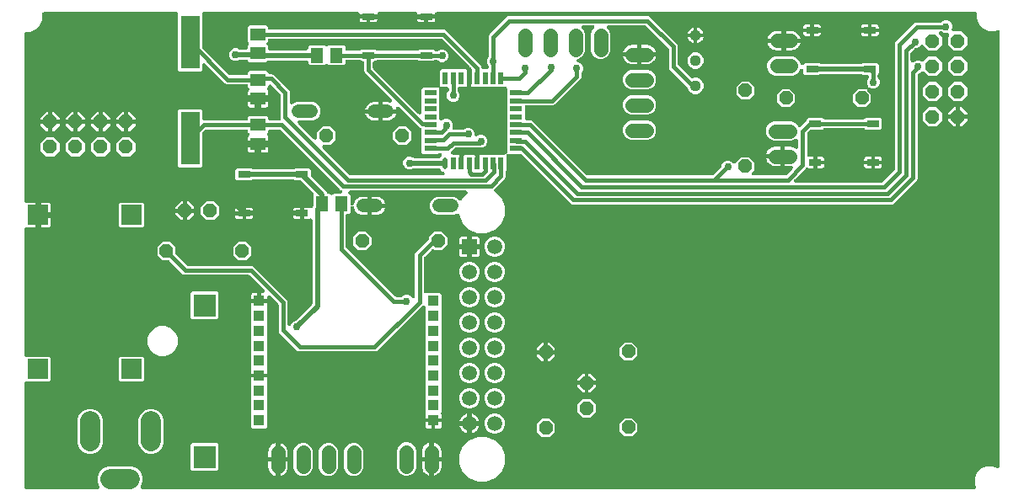
<source format=gbr>
G04 EAGLE Gerber RS-274X export*
G75*
%MOMM*%
%FSLAX34Y34*%
%LPD*%
%INTop Copper*%
%IPPOS*%
%AMOC8*
5,1,8,0,0,1.08239X$1,22.5*%
G01*
%ADD10C,0.550000*%
%ADD11R,0.550000X1.270000*%
%ADD12R,1.270000X0.550000*%
%ADD13C,1.422400*%
%ADD14P,1.539592X8X292.500000*%
%ADD15R,1.500000X1.300000*%
%ADD16P,1.429621X8X112.500000*%
%ADD17R,2.286000X2.286000*%
%ADD18C,2.000000*%
%ADD19P,1.429621X8X202.500000*%
%ADD20R,1.930400X5.334000*%
%ADD21R,1.300000X1.500000*%
%ADD22P,1.429621X8X22.500000*%
%ADD23P,1.429621X8X292.500000*%
%ADD24C,1.117600*%
%ADD25P,1.539592X8X202.500000*%
%ADD26R,2.000000X2.000000*%
%ADD27R,1.108000X1.108000*%
%ADD28R,1.270000X0.635000*%
%ADD29R,1.508000X1.508000*%
%ADD30C,1.508000*%
%ADD31C,1.320800*%
%ADD32C,0.508000*%
%ADD33C,0.756400*%
%ADD34C,0.381000*%

G36*
X84084Y10166D02*
X84084Y10166D01*
X84134Y10163D01*
X84278Y10186D01*
X84422Y10201D01*
X84470Y10216D01*
X84519Y10223D01*
X84655Y10275D01*
X84794Y10319D01*
X84837Y10343D01*
X84884Y10361D01*
X85007Y10439D01*
X85133Y10510D01*
X85171Y10543D01*
X85213Y10569D01*
X85318Y10671D01*
X85427Y10766D01*
X85457Y10806D01*
X85493Y10841D01*
X85575Y10961D01*
X85662Y11077D01*
X85684Y11122D01*
X85712Y11163D01*
X85767Y11298D01*
X85829Y11429D01*
X85841Y11477D01*
X85860Y11524D01*
X85887Y11667D01*
X85921Y11808D01*
X85923Y11858D01*
X85932Y11907D01*
X85929Y12052D01*
X85934Y12198D01*
X85926Y12247D01*
X85925Y12297D01*
X85902Y12383D01*
X85867Y12582D01*
X85815Y12715D01*
X85794Y12794D01*
X83759Y17705D01*
X83759Y22695D01*
X85668Y27304D01*
X89196Y30832D01*
X93805Y32741D01*
X118795Y32741D01*
X123404Y30832D01*
X126932Y27304D01*
X128841Y22695D01*
X128841Y17705D01*
X126806Y12794D01*
X126792Y12746D01*
X126771Y12701D01*
X126736Y12559D01*
X126695Y12420D01*
X126690Y12371D01*
X126679Y12322D01*
X126674Y12177D01*
X126662Y12032D01*
X126667Y11982D01*
X126666Y11932D01*
X126691Y11789D01*
X126708Y11645D01*
X126724Y11598D01*
X126733Y11548D01*
X126786Y11414D01*
X126833Y11275D01*
X126858Y11232D01*
X126876Y11186D01*
X126956Y11065D01*
X127030Y10939D01*
X127063Y10902D01*
X127091Y10860D01*
X127194Y10758D01*
X127291Y10650D01*
X127331Y10621D01*
X127367Y10585D01*
X127489Y10506D01*
X127606Y10420D01*
X127651Y10400D01*
X127693Y10372D01*
X127829Y10319D01*
X127961Y10259D01*
X128010Y10248D01*
X128056Y10230D01*
X128145Y10218D01*
X128341Y10174D01*
X128484Y10172D01*
X128565Y10161D01*
X963987Y10161D01*
X964037Y10166D01*
X964087Y10163D01*
X964231Y10186D01*
X964375Y10201D01*
X964423Y10216D01*
X964472Y10223D01*
X964608Y10275D01*
X964747Y10319D01*
X964790Y10343D01*
X964837Y10361D01*
X964960Y10439D01*
X965086Y10510D01*
X965124Y10543D01*
X965166Y10569D01*
X965270Y10671D01*
X965380Y10766D01*
X965410Y10806D01*
X965446Y10841D01*
X965527Y10961D01*
X965615Y11077D01*
X965637Y11122D01*
X965665Y11163D01*
X965720Y11298D01*
X965782Y11429D01*
X965794Y11478D01*
X965813Y11524D01*
X965840Y11667D01*
X965874Y11808D01*
X965876Y11858D01*
X965885Y11907D01*
X965882Y12052D01*
X965887Y12198D01*
X965878Y12247D01*
X965878Y12297D01*
X965855Y12383D01*
X965820Y12582D01*
X965767Y12715D01*
X965747Y12794D01*
X964839Y14984D01*
X964839Y21016D01*
X967147Y26588D01*
X971412Y30853D01*
X976984Y33161D01*
X983016Y33161D01*
X987206Y31425D01*
X987254Y31411D01*
X987299Y31389D01*
X987440Y31355D01*
X987580Y31313D01*
X987629Y31309D01*
X987678Y31297D01*
X987823Y31293D01*
X987968Y31280D01*
X988018Y31286D01*
X988068Y31285D01*
X988211Y31309D01*
X988355Y31327D01*
X988402Y31343D01*
X988452Y31351D01*
X988587Y31405D01*
X988725Y31451D01*
X988768Y31477D01*
X988814Y31495D01*
X988935Y31575D01*
X989061Y31648D01*
X989098Y31682D01*
X989140Y31709D01*
X989242Y31812D01*
X989350Y31910D01*
X989379Y31950D01*
X989415Y31985D01*
X989494Y32107D01*
X989580Y32225D01*
X989600Y32270D01*
X989628Y32312D01*
X989681Y32447D01*
X989741Y32580D01*
X989752Y32628D01*
X989770Y32675D01*
X989782Y32763D01*
X989826Y32960D01*
X989828Y33103D01*
X989839Y33184D01*
X989839Y469987D01*
X989834Y470037D01*
X989837Y470087D01*
X989814Y470231D01*
X989799Y470375D01*
X989784Y470423D01*
X989777Y470472D01*
X989725Y470608D01*
X989681Y470747D01*
X989657Y470790D01*
X989639Y470837D01*
X989561Y470960D01*
X989490Y471086D01*
X989457Y471124D01*
X989431Y471166D01*
X989329Y471270D01*
X989234Y471380D01*
X989194Y471410D01*
X989159Y471446D01*
X989039Y471527D01*
X988923Y471615D01*
X988878Y471637D01*
X988837Y471665D01*
X988702Y471720D01*
X988571Y471782D01*
X988522Y471794D01*
X988476Y471813D01*
X988333Y471840D01*
X988192Y471874D01*
X988142Y471876D01*
X988093Y471885D01*
X987948Y471882D01*
X987802Y471887D01*
X987753Y471878D01*
X987703Y471878D01*
X987617Y471855D01*
X987418Y471820D01*
X987285Y471767D01*
X987206Y471747D01*
X985016Y470839D01*
X978984Y470839D01*
X973412Y473147D01*
X969147Y477412D01*
X966839Y482984D01*
X966839Y487935D01*
X966832Y488001D01*
X966835Y488068D01*
X966813Y488195D01*
X966799Y488323D01*
X966779Y488386D01*
X966768Y488452D01*
X966720Y488571D01*
X966681Y488694D01*
X966649Y488752D01*
X966624Y488814D01*
X966553Y488921D01*
X966490Y489034D01*
X966446Y489084D01*
X966410Y489140D01*
X966319Y489231D01*
X966234Y489328D01*
X966181Y489368D01*
X966134Y489415D01*
X966026Y489485D01*
X965923Y489563D01*
X965863Y489591D01*
X965807Y489628D01*
X965687Y489675D01*
X965571Y489730D01*
X965506Y489746D01*
X965444Y489770D01*
X965358Y489782D01*
X965192Y489822D01*
X965022Y489827D01*
X964935Y489839D01*
X424595Y489839D01*
X424529Y489832D01*
X424462Y489835D01*
X424335Y489813D01*
X424207Y489799D01*
X424144Y489779D01*
X424078Y489768D01*
X423959Y489720D01*
X423836Y489681D01*
X423778Y489649D01*
X423716Y489624D01*
X423609Y489553D01*
X423496Y489490D01*
X423446Y489446D01*
X423390Y489410D01*
X423299Y489319D01*
X423202Y489234D01*
X423162Y489181D01*
X423115Y489134D01*
X423045Y489026D01*
X422967Y488923D01*
X422939Y488863D01*
X422902Y488807D01*
X422855Y488687D01*
X422800Y488571D01*
X422784Y488506D01*
X422760Y488444D01*
X422748Y488358D01*
X422708Y488192D01*
X422703Y488022D01*
X422691Y487935D01*
X422691Y487304D01*
X413800Y487304D01*
X404909Y487304D01*
X404909Y487935D01*
X404902Y488001D01*
X404905Y488068D01*
X404883Y488195D01*
X404869Y488323D01*
X404849Y488386D01*
X404838Y488452D01*
X404790Y488571D01*
X404751Y488694D01*
X404719Y488752D01*
X404694Y488814D01*
X404623Y488921D01*
X404560Y489034D01*
X404516Y489084D01*
X404480Y489140D01*
X404389Y489231D01*
X404304Y489328D01*
X404251Y489368D01*
X404204Y489415D01*
X404096Y489485D01*
X403993Y489563D01*
X403933Y489591D01*
X403877Y489628D01*
X403757Y489675D01*
X403641Y489730D01*
X403576Y489746D01*
X403514Y489770D01*
X403428Y489782D01*
X403262Y489822D01*
X403092Y489827D01*
X403005Y489839D01*
X366595Y489839D01*
X366529Y489832D01*
X366462Y489835D01*
X366335Y489813D01*
X366207Y489799D01*
X366144Y489779D01*
X366078Y489768D01*
X365959Y489720D01*
X365836Y489681D01*
X365778Y489649D01*
X365716Y489624D01*
X365609Y489553D01*
X365496Y489490D01*
X365446Y489446D01*
X365390Y489410D01*
X365299Y489319D01*
X365202Y489234D01*
X365162Y489181D01*
X365115Y489134D01*
X365045Y489026D01*
X364967Y488923D01*
X364939Y488863D01*
X364902Y488807D01*
X364855Y488687D01*
X364800Y488571D01*
X364784Y488506D01*
X364760Y488444D01*
X364748Y488358D01*
X364708Y488192D01*
X364703Y488022D01*
X364691Y487935D01*
X364691Y487304D01*
X355800Y487304D01*
X346909Y487304D01*
X346909Y487935D01*
X346902Y488001D01*
X346905Y488068D01*
X346883Y488195D01*
X346869Y488323D01*
X346849Y488386D01*
X346838Y488452D01*
X346790Y488571D01*
X346751Y488694D01*
X346719Y488752D01*
X346694Y488814D01*
X346623Y488921D01*
X346560Y489034D01*
X346516Y489084D01*
X346480Y489140D01*
X346389Y489231D01*
X346304Y489328D01*
X346251Y489368D01*
X346204Y489415D01*
X346096Y489485D01*
X345993Y489563D01*
X345933Y489591D01*
X345877Y489628D01*
X345757Y489675D01*
X345641Y489730D01*
X345576Y489746D01*
X345514Y489770D01*
X345428Y489782D01*
X345262Y489822D01*
X345092Y489827D01*
X345005Y489839D01*
X190797Y489839D01*
X190731Y489832D01*
X190664Y489835D01*
X190537Y489813D01*
X190409Y489799D01*
X190346Y489779D01*
X190280Y489768D01*
X190161Y489720D01*
X190038Y489681D01*
X189980Y489649D01*
X189918Y489624D01*
X189811Y489553D01*
X189698Y489490D01*
X189648Y489446D01*
X189592Y489410D01*
X189501Y489319D01*
X189404Y489234D01*
X189364Y489181D01*
X189317Y489134D01*
X189247Y489026D01*
X189169Y488923D01*
X189141Y488863D01*
X189104Y488807D01*
X189057Y488687D01*
X189002Y488571D01*
X188986Y488506D01*
X188962Y488444D01*
X188950Y488358D01*
X188910Y488192D01*
X188905Y488022D01*
X188893Y487935D01*
X188893Y454343D01*
X188903Y454244D01*
X188903Y454145D01*
X188923Y454051D01*
X188933Y453956D01*
X188963Y453861D01*
X188983Y453763D01*
X189022Y453675D01*
X189051Y453584D01*
X189100Y453497D01*
X189139Y453406D01*
X189184Y453348D01*
X189242Y453244D01*
X189400Y453063D01*
X189450Y452997D01*
X215544Y426903D01*
X215621Y426841D01*
X215692Y426770D01*
X215772Y426718D01*
X215846Y426658D01*
X215934Y426612D01*
X216018Y426557D01*
X216107Y426522D01*
X216192Y426478D01*
X216288Y426451D01*
X216381Y426415D01*
X216453Y426405D01*
X216568Y426373D01*
X216808Y426357D01*
X216890Y426346D01*
X233055Y426346D01*
X233121Y426353D01*
X233188Y426350D01*
X233315Y426372D01*
X233443Y426386D01*
X233506Y426406D01*
X233572Y426417D01*
X233691Y426465D01*
X233814Y426504D01*
X233872Y426536D01*
X233934Y426561D01*
X234041Y426632D01*
X234154Y426695D01*
X234204Y426739D01*
X234260Y426775D01*
X234351Y426866D01*
X234448Y426951D01*
X234488Y427004D01*
X234535Y427051D01*
X234605Y427159D01*
X234683Y427262D01*
X234711Y427322D01*
X234748Y427378D01*
X234795Y427498D01*
X234850Y427614D01*
X234866Y427679D01*
X234890Y427741D01*
X234902Y427827D01*
X234942Y427993D01*
X234947Y428163D01*
X234959Y428250D01*
X234959Y429452D01*
X236448Y430941D01*
X253552Y430941D01*
X255042Y429451D01*
X255048Y429399D01*
X255045Y429332D01*
X255067Y429205D01*
X255081Y429077D01*
X255101Y429014D01*
X255112Y428948D01*
X255160Y428829D01*
X255199Y428706D01*
X255231Y428648D01*
X255256Y428586D01*
X255327Y428479D01*
X255390Y428366D01*
X255434Y428316D01*
X255470Y428260D01*
X255561Y428169D01*
X255646Y428072D01*
X255699Y428032D01*
X255746Y427985D01*
X255854Y427915D01*
X255957Y427837D01*
X256017Y427809D01*
X256073Y427772D01*
X256193Y427725D01*
X256309Y427670D01*
X256374Y427654D01*
X256436Y427630D01*
X256522Y427618D01*
X256688Y427578D01*
X256858Y427573D01*
X256945Y427561D01*
X258752Y427561D01*
X260386Y426884D01*
X261904Y425366D01*
X261904Y425365D01*
X274497Y412772D01*
X276016Y411254D01*
X276693Y409620D01*
X276693Y398927D01*
X276696Y398893D01*
X276694Y398860D01*
X276716Y398700D01*
X276733Y398539D01*
X276743Y398507D01*
X276747Y398474D01*
X276802Y398321D01*
X276851Y398167D01*
X276867Y398138D01*
X276878Y398107D01*
X276962Y397969D01*
X277042Y397828D01*
X277064Y397803D01*
X277081Y397774D01*
X277192Y397656D01*
X277298Y397534D01*
X277325Y397514D01*
X277348Y397490D01*
X277480Y397397D01*
X277609Y397299D01*
X277639Y397284D01*
X277666Y397265D01*
X277815Y397201D01*
X277961Y397132D01*
X277993Y397124D01*
X278024Y397111D01*
X278183Y397078D01*
X278340Y397040D01*
X278373Y397039D01*
X278406Y397032D01*
X278568Y397032D01*
X278730Y397027D01*
X278762Y397033D01*
X278796Y397033D01*
X278954Y397066D01*
X279114Y397094D01*
X279145Y397106D01*
X279177Y397113D01*
X279325Y397178D01*
X279476Y397237D01*
X279504Y397256D01*
X279534Y397269D01*
X279601Y397319D01*
X279801Y397452D01*
X279885Y397536D01*
X279944Y397580D01*
X280116Y397753D01*
X283477Y399145D01*
X300323Y399145D01*
X303684Y397753D01*
X306257Y395180D01*
X307649Y391819D01*
X307649Y388181D01*
X306257Y384820D01*
X303684Y382247D01*
X300323Y380855D01*
X286700Y380855D01*
X286666Y380852D01*
X286633Y380854D01*
X286473Y380832D01*
X286312Y380815D01*
X286280Y380805D01*
X286247Y380801D01*
X286095Y380746D01*
X285940Y380697D01*
X285911Y380681D01*
X285880Y380670D01*
X285742Y380586D01*
X285601Y380506D01*
X285575Y380484D01*
X285547Y380467D01*
X285429Y380356D01*
X285307Y380250D01*
X285287Y380223D01*
X285263Y380201D01*
X285169Y380068D01*
X285072Y379939D01*
X285057Y379909D01*
X285038Y379882D01*
X284974Y379733D01*
X284905Y379587D01*
X284897Y379555D01*
X284884Y379524D01*
X284851Y379365D01*
X284813Y379208D01*
X284812Y379175D01*
X284805Y379142D01*
X284805Y378980D01*
X284800Y378818D01*
X284806Y378786D01*
X284806Y378752D01*
X284839Y378594D01*
X284867Y378434D01*
X284879Y378404D01*
X284886Y378371D01*
X284951Y378222D01*
X285010Y378072D01*
X285029Y378044D01*
X285042Y378014D01*
X285092Y377947D01*
X285225Y377747D01*
X285309Y377663D01*
X285353Y377605D01*
X301005Y361953D01*
X301030Y361932D01*
X301052Y361907D01*
X301181Y361809D01*
X301307Y361707D01*
X301336Y361692D01*
X301363Y361672D01*
X301509Y361602D01*
X301653Y361528D01*
X301685Y361519D01*
X301715Y361505D01*
X301872Y361466D01*
X302028Y361423D01*
X302062Y361421D01*
X302094Y361413D01*
X302256Y361407D01*
X302417Y361396D01*
X302450Y361401D01*
X302484Y361400D01*
X302643Y361428D01*
X302803Y361450D01*
X302835Y361461D01*
X302868Y361467D01*
X303018Y361526D01*
X303171Y361581D01*
X303199Y361598D01*
X303230Y361610D01*
X303365Y361699D01*
X303503Y361784D01*
X303528Y361806D01*
X303556Y361825D01*
X303670Y361939D01*
X303788Y362050D01*
X303807Y362077D01*
X303831Y362101D01*
X303919Y362236D01*
X304012Y362369D01*
X304025Y362399D01*
X304044Y362427D01*
X304103Y362578D01*
X304167Y362727D01*
X304174Y362759D01*
X304186Y362790D01*
X304197Y362873D01*
X304246Y363108D01*
X304245Y363227D01*
X304255Y363300D01*
X304255Y369188D01*
X309612Y374545D01*
X317188Y374545D01*
X322545Y369188D01*
X322545Y361612D01*
X317188Y356255D01*
X311300Y356255D01*
X311266Y356252D01*
X311233Y356254D01*
X311073Y356232D01*
X310912Y356215D01*
X310880Y356205D01*
X310847Y356201D01*
X310695Y356146D01*
X310540Y356097D01*
X310511Y356081D01*
X310480Y356070D01*
X310342Y355986D01*
X310201Y355906D01*
X310175Y355884D01*
X310147Y355867D01*
X310029Y355756D01*
X309907Y355650D01*
X309887Y355623D01*
X309863Y355601D01*
X309769Y355468D01*
X309672Y355339D01*
X309657Y355309D01*
X309638Y355282D01*
X309574Y355133D01*
X309505Y354987D01*
X309497Y354955D01*
X309484Y354924D01*
X309451Y354765D01*
X309413Y354608D01*
X309412Y354575D01*
X309405Y354542D01*
X309405Y354380D01*
X309400Y354218D01*
X309406Y354186D01*
X309406Y354152D01*
X309439Y353994D01*
X309467Y353834D01*
X309479Y353804D01*
X309486Y353771D01*
X309551Y353622D01*
X309610Y353472D01*
X309629Y353444D01*
X309642Y353414D01*
X309693Y353347D01*
X309825Y353147D01*
X309909Y353063D01*
X309953Y353005D01*
X336954Y326003D01*
X337031Y325941D01*
X337102Y325870D01*
X337182Y325818D01*
X337256Y325758D01*
X337345Y325712D01*
X337428Y325657D01*
X337518Y325622D01*
X337603Y325578D01*
X337698Y325551D01*
X337791Y325515D01*
X337864Y325505D01*
X337978Y325473D01*
X338218Y325457D01*
X338301Y325446D01*
X430432Y325446D01*
X430448Y325447D01*
X430465Y325446D01*
X430643Y325467D01*
X430820Y325486D01*
X430835Y325491D01*
X430852Y325493D01*
X431021Y325550D01*
X431191Y325604D01*
X431206Y325612D01*
X431221Y325617D01*
X431375Y325707D01*
X431531Y325795D01*
X431543Y325806D01*
X431558Y325814D01*
X431690Y325934D01*
X431824Y326051D01*
X431834Y326064D01*
X431847Y326076D01*
X431952Y326220D01*
X432060Y326362D01*
X432067Y326377D01*
X432077Y326390D01*
X432150Y326553D01*
X432227Y326714D01*
X432231Y326730D01*
X432238Y326745D01*
X432277Y326919D01*
X432319Y327093D01*
X432319Y327110D01*
X432323Y327126D01*
X432326Y327304D01*
X432331Y327483D01*
X432329Y327499D01*
X432329Y327516D01*
X432295Y327691D01*
X432265Y327867D01*
X432259Y327882D01*
X432255Y327898D01*
X432187Y328063D01*
X432121Y328229D01*
X432112Y328243D01*
X432106Y328258D01*
X432005Y328406D01*
X431907Y328554D01*
X431895Y328566D01*
X431886Y328580D01*
X431757Y328704D01*
X431631Y328830D01*
X431617Y328839D01*
X431605Y328850D01*
X431551Y328881D01*
X431304Y329043D01*
X431215Y329078D01*
X431161Y329109D01*
X430003Y329589D01*
X428515Y331077D01*
X428239Y331744D01*
X428199Y331817D01*
X428169Y331894D01*
X428107Y331988D01*
X428053Y332087D01*
X428000Y332150D01*
X427954Y332220D01*
X427874Y332299D01*
X427802Y332385D01*
X427737Y332436D01*
X427678Y332495D01*
X427584Y332556D01*
X427496Y332625D01*
X427421Y332662D01*
X427352Y332708D01*
X427247Y332749D01*
X427146Y332799D01*
X427066Y332820D01*
X426989Y332850D01*
X426908Y332861D01*
X426769Y332897D01*
X426568Y332907D01*
X426479Y332919D01*
X401635Y332919D01*
X401520Y332907D01*
X401403Y332905D01*
X401343Y332889D01*
X401247Y332879D01*
X400966Y332790D01*
X400906Y332774D01*
X398258Y331677D01*
X395742Y331677D01*
X393418Y332640D01*
X391640Y334418D01*
X390677Y336742D01*
X390677Y339258D01*
X391640Y341582D01*
X393418Y343360D01*
X395742Y344323D01*
X398258Y344323D01*
X400906Y343226D01*
X401018Y343192D01*
X401126Y343150D01*
X401188Y343142D01*
X401280Y343114D01*
X401574Y343089D01*
X401635Y343081D01*
X426749Y343081D01*
X426832Y343089D01*
X426915Y343088D01*
X427025Y343109D01*
X427137Y343121D01*
X427216Y343146D01*
X427298Y343161D01*
X427402Y343205D01*
X427509Y343239D01*
X427581Y343279D01*
X427658Y343311D01*
X427750Y343375D01*
X427848Y343430D01*
X427911Y343484D01*
X427979Y343531D01*
X428057Y343612D01*
X428142Y343686D01*
X428192Y343752D01*
X428250Y343812D01*
X428291Y343883D01*
X428377Y343997D01*
X428464Y344179D01*
X428509Y344256D01*
X428515Y344271D01*
X429147Y344903D01*
X429168Y344929D01*
X429193Y344951D01*
X429291Y345080D01*
X429393Y345206D01*
X429409Y345235D01*
X429429Y345262D01*
X429498Y345408D01*
X429573Y345552D01*
X429581Y345584D01*
X429596Y345614D01*
X429634Y345771D01*
X429678Y345927D01*
X429680Y345961D01*
X429688Y345993D01*
X429693Y346155D01*
X429704Y346316D01*
X429699Y346349D01*
X429700Y346383D01*
X429673Y346542D01*
X429651Y346702D01*
X429639Y346734D01*
X429634Y346767D01*
X429574Y346917D01*
X429520Y347070D01*
X429502Y347098D01*
X429490Y347129D01*
X429401Y347264D01*
X429317Y347402D01*
X429294Y347427D01*
X429276Y347455D01*
X429161Y347569D01*
X429050Y347687D01*
X429023Y347706D01*
X429000Y347730D01*
X428864Y347818D01*
X428732Y347911D01*
X428701Y347925D01*
X428673Y347943D01*
X428523Y348002D01*
X428374Y348066D01*
X428341Y348073D01*
X428310Y348085D01*
X428228Y348096D01*
X427992Y348145D01*
X427873Y348144D01*
X427801Y348154D01*
X427110Y348154D01*
X427011Y348144D01*
X426912Y348144D01*
X426818Y348124D01*
X426722Y348114D01*
X426628Y348084D01*
X426530Y348064D01*
X426442Y348025D01*
X426351Y347996D01*
X426264Y347947D01*
X426173Y347908D01*
X426115Y347863D01*
X426011Y347805D01*
X425830Y347647D01*
X425764Y347597D01*
X425476Y347309D01*
X410672Y347309D01*
X409183Y348798D01*
X409183Y371610D01*
X409175Y371693D01*
X409176Y371776D01*
X409155Y371886D01*
X409143Y371998D01*
X409118Y372077D01*
X409103Y372159D01*
X409059Y372263D01*
X409025Y372370D01*
X408985Y372442D01*
X408953Y372519D01*
X408889Y372611D01*
X408834Y372709D01*
X408780Y372772D01*
X408733Y372840D01*
X408652Y372918D01*
X408578Y373003D01*
X408512Y373053D01*
X408452Y373111D01*
X408381Y373152D01*
X408267Y373238D01*
X408085Y373325D01*
X408008Y373370D01*
X407364Y373636D01*
X386712Y394288D01*
X386635Y394352D01*
X386591Y394395D01*
X386568Y394410D01*
X386505Y394468D01*
X386455Y394498D01*
X386410Y394534D01*
X386288Y394597D01*
X386171Y394668D01*
X386115Y394687D01*
X386064Y394714D01*
X385932Y394750D01*
X385802Y394795D01*
X385744Y394803D01*
X385688Y394819D01*
X385552Y394828D01*
X385416Y394845D01*
X385358Y394841D01*
X385299Y394845D01*
X385164Y394826D01*
X385027Y394816D01*
X384971Y394800D01*
X384913Y394792D01*
X384784Y394746D01*
X384653Y394708D01*
X384601Y394680D01*
X384546Y394661D01*
X384429Y394589D01*
X384308Y394525D01*
X384263Y394488D01*
X384213Y394458D01*
X384113Y394364D01*
X384008Y394277D01*
X383971Y394231D01*
X383929Y394191D01*
X383850Y394079D01*
X383764Y393972D01*
X383738Y393920D01*
X383704Y393873D01*
X383650Y393747D01*
X383588Y393625D01*
X383573Y393568D01*
X383550Y393515D01*
X383522Y393381D01*
X383486Y393248D01*
X383483Y393190D01*
X383471Y393133D01*
X383471Y392996D01*
X383463Y392859D01*
X383472Y392812D01*
X383472Y392743D01*
X383529Y392472D01*
X383542Y392398D01*
X383547Y392384D01*
X383552Y392362D01*
X383554Y392357D01*
X383555Y392353D01*
X383624Y392141D01*
X383641Y392031D01*
X370131Y392031D01*
X370131Y399145D01*
X375424Y399145D01*
X376845Y398920D01*
X377057Y398851D01*
X377191Y398822D01*
X377323Y398785D01*
X377381Y398781D01*
X377438Y398769D01*
X377575Y398768D01*
X377712Y398759D01*
X377770Y398767D01*
X377828Y398766D01*
X377962Y398793D01*
X378098Y398812D01*
X378153Y398832D01*
X378210Y398843D01*
X378336Y398897D01*
X378465Y398943D01*
X378515Y398973D01*
X378569Y398996D01*
X378681Y399075D01*
X378798Y399146D01*
X378841Y399186D01*
X378889Y399219D01*
X378983Y399318D01*
X379083Y399412D01*
X379116Y399460D01*
X379156Y399502D01*
X379228Y399619D01*
X379307Y399731D01*
X379330Y399784D01*
X379361Y399834D01*
X379408Y399963D01*
X379462Y400089D01*
X379474Y400146D01*
X379493Y400201D01*
X379513Y400336D01*
X379540Y400471D01*
X379540Y400529D01*
X379549Y400586D01*
X379540Y400723D01*
X379540Y400860D01*
X379528Y400917D01*
X379524Y400976D01*
X379488Y401108D01*
X379460Y401242D01*
X379436Y401295D01*
X379421Y401351D01*
X379358Y401473D01*
X379303Y401599D01*
X379275Y401637D01*
X379243Y401698D01*
X378999Y402002D01*
X378995Y402005D01*
X378992Y402008D01*
X352031Y428969D01*
X351354Y430604D01*
X351354Y438780D01*
X351347Y438846D01*
X351350Y438913D01*
X351328Y439040D01*
X351314Y439168D01*
X351294Y439231D01*
X351283Y439297D01*
X351235Y439416D01*
X351196Y439539D01*
X351164Y439597D01*
X351139Y439659D01*
X351068Y439766D01*
X351005Y439879D01*
X350961Y439929D01*
X350925Y439985D01*
X350834Y440076D01*
X350749Y440173D01*
X350696Y440213D01*
X350649Y440260D01*
X350541Y440330D01*
X350438Y440408D01*
X350378Y440436D01*
X350322Y440473D01*
X350202Y440520D01*
X350086Y440575D01*
X350021Y440591D01*
X349959Y440615D01*
X349873Y440627D01*
X349707Y440667D01*
X349537Y440672D01*
X349450Y440684D01*
X348398Y440684D01*
X347685Y441397D01*
X347608Y441459D01*
X347538Y441530D01*
X347457Y441582D01*
X347383Y441642D01*
X347295Y441688D01*
X347211Y441743D01*
X347122Y441778D01*
X347037Y441822D01*
X346941Y441849D01*
X346848Y441885D01*
X346776Y441895D01*
X346661Y441927D01*
X346421Y441943D01*
X346339Y441954D01*
X334345Y441954D01*
X334279Y441947D01*
X334212Y441950D01*
X334085Y441928D01*
X333957Y441914D01*
X333894Y441894D01*
X333828Y441883D01*
X333709Y441835D01*
X333586Y441796D01*
X333528Y441764D01*
X333466Y441739D01*
X333359Y441668D01*
X333246Y441605D01*
X333196Y441561D01*
X333140Y441525D01*
X333049Y441434D01*
X332952Y441349D01*
X332912Y441296D01*
X332865Y441249D01*
X332795Y441141D01*
X332717Y441038D01*
X332689Y440978D01*
X332652Y440922D01*
X332605Y440802D01*
X332550Y440686D01*
X332534Y440621D01*
X332510Y440559D01*
X332498Y440473D01*
X332458Y440307D01*
X332453Y440137D01*
X332441Y440050D01*
X332441Y437848D01*
X330952Y436359D01*
X315848Y436359D01*
X315247Y436960D01*
X315195Y437002D01*
X315150Y437051D01*
X315044Y437125D01*
X314944Y437206D01*
X314885Y437237D01*
X314831Y437275D01*
X314713Y437326D01*
X314598Y437386D01*
X314534Y437404D01*
X314473Y437430D01*
X314347Y437456D01*
X314223Y437491D01*
X314156Y437495D01*
X314091Y437508D01*
X313962Y437508D01*
X313834Y437517D01*
X313768Y437508D01*
X313701Y437508D01*
X313575Y437481D01*
X313448Y437464D01*
X313385Y437441D01*
X313320Y437428D01*
X313202Y437376D01*
X313080Y437333D01*
X313024Y437298D01*
X312963Y437271D01*
X312893Y437218D01*
X312748Y437130D01*
X312623Y437013D01*
X312554Y436960D01*
X311952Y436359D01*
X296848Y436359D01*
X295359Y437848D01*
X295359Y439415D01*
X295352Y439481D01*
X295355Y439548D01*
X295333Y439675D01*
X295319Y439803D01*
X295299Y439866D01*
X295288Y439932D01*
X295240Y440051D01*
X295201Y440174D01*
X295169Y440232D01*
X295144Y440294D01*
X295073Y440401D01*
X295010Y440514D01*
X294966Y440564D01*
X294930Y440620D01*
X294839Y440711D01*
X294754Y440808D01*
X294701Y440848D01*
X294654Y440895D01*
X294546Y440965D01*
X294443Y441043D01*
X294383Y441071D01*
X294327Y441108D01*
X294207Y441155D01*
X294091Y441210D01*
X294026Y441226D01*
X293964Y441250D01*
X293878Y441262D01*
X293712Y441302D01*
X293542Y441307D01*
X293455Y441319D01*
X255701Y441319D01*
X255602Y441309D01*
X255503Y441309D01*
X255409Y441289D01*
X255313Y441279D01*
X255219Y441249D01*
X255121Y441229D01*
X255033Y441190D01*
X254942Y441161D01*
X254855Y441113D01*
X254764Y441073D01*
X254706Y441028D01*
X254602Y440970D01*
X254421Y440812D01*
X254355Y440762D01*
X253152Y439559D01*
X236048Y439559D01*
X234245Y441362D01*
X234168Y441424D01*
X234098Y441495D01*
X234017Y441547D01*
X233943Y441607D01*
X233855Y441653D01*
X233771Y441708D01*
X233682Y441743D01*
X233597Y441787D01*
X233501Y441814D01*
X233408Y441850D01*
X233336Y441860D01*
X233221Y441892D01*
X232981Y441908D01*
X232899Y441919D01*
X226635Y441919D01*
X226520Y441907D01*
X226403Y441905D01*
X226343Y441889D01*
X226247Y441879D01*
X225966Y441790D01*
X225906Y441774D01*
X223258Y440677D01*
X220742Y440677D01*
X218418Y441640D01*
X216640Y443418D01*
X215677Y445742D01*
X215677Y448258D01*
X216640Y450582D01*
X218418Y452360D01*
X220742Y453323D01*
X223258Y453323D01*
X225906Y452226D01*
X226018Y452192D01*
X226126Y452150D01*
X226188Y452142D01*
X226280Y452114D01*
X226574Y452089D01*
X226635Y452081D01*
X232655Y452081D01*
X232721Y452088D01*
X232788Y452085D01*
X232915Y452107D01*
X233043Y452121D01*
X233106Y452141D01*
X233172Y452152D01*
X233291Y452200D01*
X233414Y452239D01*
X233472Y452271D01*
X233534Y452296D01*
X233641Y452367D01*
X233754Y452430D01*
X233804Y452474D01*
X233860Y452510D01*
X233951Y452601D01*
X234048Y452686D01*
X234088Y452739D01*
X234135Y452786D01*
X234205Y452894D01*
X234283Y452997D01*
X234311Y453057D01*
X234348Y453113D01*
X234395Y453233D01*
X234450Y453349D01*
X234466Y453414D01*
X234490Y453476D01*
X234502Y453562D01*
X234542Y453728D01*
X234547Y453898D01*
X234559Y453985D01*
X234559Y456152D01*
X235160Y456754D01*
X235202Y456805D01*
X235251Y456851D01*
X235325Y456956D01*
X235406Y457056D01*
X235437Y457115D01*
X235475Y457169D01*
X235526Y457288D01*
X235586Y457402D01*
X235603Y457466D01*
X235630Y457527D01*
X235656Y457653D01*
X235691Y457777D01*
X235695Y457844D01*
X235708Y457909D01*
X235708Y458038D01*
X235717Y458166D01*
X235708Y458232D01*
X235708Y458299D01*
X235681Y458425D01*
X235664Y458552D01*
X235641Y458615D01*
X235628Y458680D01*
X235576Y458798D01*
X235533Y458920D01*
X235498Y458976D01*
X235471Y459037D01*
X235418Y459107D01*
X235330Y459252D01*
X235213Y459377D01*
X235160Y459447D01*
X234559Y460048D01*
X234559Y475152D01*
X236048Y476641D01*
X253152Y476641D01*
X254641Y475152D01*
X254641Y473950D01*
X254648Y473884D01*
X254645Y473817D01*
X254667Y473690D01*
X254681Y473562D01*
X254701Y473499D01*
X254712Y473433D01*
X254760Y473314D01*
X254799Y473191D01*
X254831Y473133D01*
X254856Y473071D01*
X254927Y472964D01*
X254990Y472851D01*
X255034Y472801D01*
X255070Y472745D01*
X255161Y472654D01*
X255246Y472557D01*
X255299Y472517D01*
X255346Y472470D01*
X255454Y472400D01*
X255557Y472322D01*
X255617Y472294D01*
X255673Y472257D01*
X255793Y472210D01*
X255909Y472155D01*
X255974Y472139D01*
X256036Y472115D01*
X256122Y472103D01*
X256288Y472063D01*
X256458Y472058D01*
X256545Y472046D01*
X431993Y472046D01*
X433627Y471369D01*
X468769Y436227D01*
X469446Y434593D01*
X469446Y434321D01*
X469453Y434255D01*
X469450Y434188D01*
X469472Y434061D01*
X469486Y433933D01*
X469506Y433870D01*
X469517Y433804D01*
X469565Y433685D01*
X469604Y433562D01*
X469636Y433504D01*
X469661Y433442D01*
X469732Y433335D01*
X469795Y433222D01*
X469839Y433172D01*
X469875Y433116D01*
X469966Y433025D01*
X470051Y432928D01*
X470104Y432888D01*
X470151Y432841D01*
X470259Y432771D01*
X470362Y432693D01*
X470422Y432665D01*
X470478Y432628D01*
X470598Y432581D01*
X470714Y432526D01*
X470779Y432510D01*
X470841Y432486D01*
X470927Y432474D01*
X471093Y432434D01*
X471263Y432429D01*
X471350Y432417D01*
X474650Y432417D01*
X474716Y432424D01*
X474783Y432421D01*
X474910Y432443D01*
X475038Y432457D01*
X475101Y432477D01*
X475167Y432488D01*
X475286Y432536D01*
X475409Y432575D01*
X475467Y432607D01*
X475529Y432632D01*
X475636Y432703D01*
X475749Y432766D01*
X475799Y432810D01*
X475855Y432846D01*
X475946Y432937D01*
X476043Y433022D01*
X476083Y433075D01*
X476130Y433122D01*
X476200Y433230D01*
X476278Y433333D01*
X476306Y433393D01*
X476343Y433449D01*
X476390Y433569D01*
X476445Y433685D01*
X476461Y433750D01*
X476485Y433812D01*
X476497Y433898D01*
X476537Y434064D01*
X476542Y434234D01*
X476554Y434321D01*
X476554Y434715D01*
X476544Y434814D01*
X476544Y434914D01*
X476524Y435008D01*
X476514Y435103D01*
X476484Y435198D01*
X476464Y435295D01*
X476425Y435383D01*
X476396Y435474D01*
X476347Y435561D01*
X476308Y435652D01*
X476263Y435711D01*
X476205Y435814D01*
X476047Y435995D01*
X475997Y436062D01*
X475640Y436418D01*
X474677Y438742D01*
X474677Y441258D01*
X475640Y443582D01*
X475997Y443938D01*
X476059Y444015D01*
X476130Y444086D01*
X476182Y444166D01*
X476242Y444241D01*
X476288Y444329D01*
X476343Y444412D01*
X476378Y444502D01*
X476422Y444587D01*
X476449Y444683D01*
X476485Y444775D01*
X476495Y444848D01*
X476527Y444962D01*
X476543Y445202D01*
X476554Y445285D01*
X476554Y465884D01*
X477231Y467518D01*
X478749Y469037D01*
X478750Y469037D01*
X492963Y483250D01*
X492963Y483251D01*
X494482Y484769D01*
X496116Y485446D01*
X636884Y485446D01*
X638518Y484769D01*
X665769Y457518D01*
X666446Y455884D01*
X666446Y437630D01*
X666456Y437531D01*
X666456Y437432D01*
X666476Y437338D01*
X666486Y437243D01*
X666516Y437148D01*
X666536Y437050D01*
X666575Y436962D01*
X666604Y436871D01*
X666653Y436784D01*
X666692Y436693D01*
X666737Y436635D01*
X666795Y436531D01*
X666953Y436350D01*
X667003Y436284D01*
X679574Y423713D01*
X679638Y423661D01*
X679696Y423601D01*
X679789Y423538D01*
X679876Y423467D01*
X679950Y423429D01*
X680019Y423383D01*
X680123Y423340D01*
X680222Y423288D01*
X680302Y423266D01*
X680379Y423234D01*
X680490Y423213D01*
X680598Y423183D01*
X680681Y423177D01*
X680762Y423162D01*
X680875Y423164D01*
X680987Y423157D01*
X681069Y423168D01*
X681152Y423170D01*
X681231Y423190D01*
X681373Y423210D01*
X681563Y423278D01*
X681649Y423300D01*
X682683Y423729D01*
X685917Y423729D01*
X688905Y422491D01*
X691191Y420205D01*
X692429Y417217D01*
X692429Y413983D01*
X691191Y410995D01*
X688905Y408709D01*
X685917Y407471D01*
X682683Y407471D01*
X679695Y408709D01*
X677409Y410995D01*
X676140Y414059D01*
X676131Y414140D01*
X676101Y414235D01*
X676081Y414333D01*
X676042Y414421D01*
X676013Y414512D01*
X675964Y414599D01*
X675925Y414690D01*
X675880Y414748D01*
X675822Y414852D01*
X675664Y415033D01*
X675614Y415099D01*
X658231Y432482D01*
X657554Y434116D01*
X657554Y452370D01*
X657544Y452469D01*
X657544Y452568D01*
X657524Y452662D01*
X657514Y452757D01*
X657484Y452852D01*
X657464Y452950D01*
X657425Y453038D01*
X657396Y453129D01*
X657347Y453216D01*
X657308Y453307D01*
X657263Y453365D01*
X657205Y453469D01*
X657047Y453650D01*
X656997Y453716D01*
X634716Y475997D01*
X634639Y476059D01*
X634568Y476130D01*
X634488Y476182D01*
X634414Y476242D01*
X634326Y476288D01*
X634242Y476343D01*
X634153Y476378D01*
X634068Y476422D01*
X633972Y476449D01*
X633879Y476485D01*
X633807Y476495D01*
X633692Y476527D01*
X633452Y476543D01*
X633370Y476554D01*
X597206Y476554D01*
X597173Y476551D01*
X597140Y476553D01*
X596979Y476531D01*
X596818Y476514D01*
X596787Y476504D01*
X596754Y476500D01*
X596601Y476445D01*
X596447Y476396D01*
X596418Y476380D01*
X596386Y476369D01*
X596248Y476284D01*
X596107Y476205D01*
X596082Y476183D01*
X596054Y476166D01*
X595935Y476055D01*
X595813Y475949D01*
X595793Y475922D01*
X595769Y475900D01*
X595676Y475767D01*
X595578Y475638D01*
X595564Y475608D01*
X595545Y475581D01*
X595481Y475432D01*
X595411Y475286D01*
X595403Y475254D01*
X595390Y475223D01*
X595357Y475064D01*
X595319Y474907D01*
X595318Y474874D01*
X595311Y474841D01*
X595312Y474679D01*
X595306Y474517D01*
X595312Y474485D01*
X595312Y474451D01*
X595346Y474293D01*
X595373Y474133D01*
X595385Y474103D01*
X595392Y474070D01*
X595457Y473921D01*
X595517Y473771D01*
X595535Y473743D01*
X595548Y473713D01*
X595599Y473646D01*
X595731Y473446D01*
X595815Y473362D01*
X595860Y473303D01*
X597283Y471880D01*
X598753Y468332D01*
X598753Y450268D01*
X597283Y446720D01*
X594568Y444005D01*
X591020Y442535D01*
X587180Y442535D01*
X583632Y444005D01*
X580917Y446720D01*
X579447Y450268D01*
X579447Y468332D01*
X580917Y471880D01*
X582340Y473303D01*
X582362Y473329D01*
X582387Y473351D01*
X582484Y473480D01*
X582586Y473606D01*
X582602Y473635D01*
X582622Y473662D01*
X582691Y473808D01*
X582766Y473952D01*
X582775Y473984D01*
X582789Y474014D01*
X582827Y474171D01*
X582871Y474327D01*
X582873Y474361D01*
X582881Y474393D01*
X582886Y474554D01*
X582897Y474716D01*
X582893Y474749D01*
X582894Y474783D01*
X582866Y474942D01*
X582844Y475102D01*
X582833Y475134D01*
X582827Y475167D01*
X582767Y475317D01*
X582713Y475470D01*
X582695Y475498D01*
X582683Y475529D01*
X582594Y475664D01*
X582510Y475802D01*
X582487Y475827D01*
X582469Y475855D01*
X582354Y475969D01*
X582244Y476087D01*
X582216Y476106D01*
X582193Y476130D01*
X582057Y476218D01*
X581925Y476311D01*
X581894Y476325D01*
X581866Y476343D01*
X581716Y476402D01*
X581567Y476466D01*
X581534Y476473D01*
X581503Y476485D01*
X581421Y476496D01*
X581185Y476545D01*
X581066Y476544D01*
X580994Y476554D01*
X571806Y476554D01*
X571773Y476551D01*
X571740Y476553D01*
X571579Y476531D01*
X571418Y476514D01*
X571387Y476504D01*
X571354Y476500D01*
X571201Y476445D01*
X571047Y476396D01*
X571018Y476380D01*
X570986Y476369D01*
X570848Y476284D01*
X570707Y476205D01*
X570682Y476183D01*
X570654Y476166D01*
X570535Y476055D01*
X570413Y475949D01*
X570393Y475922D01*
X570369Y475900D01*
X570276Y475767D01*
X570178Y475638D01*
X570164Y475608D01*
X570145Y475581D01*
X570081Y475432D01*
X570011Y475286D01*
X570003Y475254D01*
X569990Y475223D01*
X569957Y475064D01*
X569919Y474907D01*
X569918Y474874D01*
X569911Y474841D01*
X569912Y474679D01*
X569906Y474517D01*
X569912Y474485D01*
X569912Y474451D01*
X569946Y474293D01*
X569973Y474133D01*
X569985Y474103D01*
X569992Y474070D01*
X570057Y473921D01*
X570117Y473771D01*
X570135Y473743D01*
X570148Y473713D01*
X570199Y473646D01*
X570331Y473446D01*
X570415Y473362D01*
X570460Y473303D01*
X571883Y471880D01*
X573353Y468332D01*
X573353Y450268D01*
X571883Y446720D01*
X569168Y444005D01*
X566308Y442820D01*
X566279Y442804D01*
X566247Y442794D01*
X566108Y442712D01*
X565965Y442635D01*
X565940Y442614D01*
X565911Y442597D01*
X565791Y442488D01*
X565667Y442384D01*
X565647Y442358D01*
X565622Y442335D01*
X565527Y442205D01*
X565427Y442077D01*
X565412Y442048D01*
X565392Y442021D01*
X565325Y441873D01*
X565253Y441728D01*
X565245Y441696D01*
X565231Y441666D01*
X565196Y441508D01*
X565155Y441351D01*
X565153Y441318D01*
X565146Y441285D01*
X565144Y441124D01*
X565135Y440962D01*
X565140Y440929D01*
X565140Y440895D01*
X565170Y440736D01*
X565195Y440576D01*
X565207Y440545D01*
X565213Y440513D01*
X565276Y440363D01*
X565333Y440212D01*
X565351Y440183D01*
X565363Y440153D01*
X565455Y440019D01*
X565541Y439882D01*
X565565Y439859D01*
X565583Y439831D01*
X565700Y439719D01*
X565813Y439603D01*
X565840Y439584D01*
X565864Y439561D01*
X565936Y439519D01*
X566135Y439384D01*
X566245Y439339D01*
X566308Y439302D01*
X568582Y438360D01*
X570360Y436582D01*
X571323Y434258D01*
X571323Y431742D01*
X570360Y429418D01*
X570003Y429062D01*
X569941Y428985D01*
X569870Y428914D01*
X569818Y428834D01*
X569758Y428759D01*
X569712Y428671D01*
X569657Y428588D01*
X569622Y428498D01*
X569578Y428413D01*
X569551Y428317D01*
X569515Y428225D01*
X569505Y428152D01*
X569473Y428038D01*
X569457Y427798D01*
X569446Y427715D01*
X569446Y424116D01*
X568769Y422482D01*
X543118Y396831D01*
X541484Y396154D01*
X514721Y396154D01*
X514655Y396147D01*
X514588Y396150D01*
X514461Y396128D01*
X514333Y396114D01*
X514270Y396094D01*
X514204Y396083D01*
X514085Y396035D01*
X513962Y395996D01*
X513904Y395964D01*
X513842Y395939D01*
X513735Y395868D01*
X513622Y395805D01*
X513572Y395761D01*
X513516Y395725D01*
X513425Y395634D01*
X513328Y395549D01*
X513288Y395496D01*
X513241Y395449D01*
X513171Y395341D01*
X513093Y395238D01*
X513065Y395178D01*
X513028Y395122D01*
X512981Y395002D01*
X512926Y394886D01*
X512910Y394821D01*
X512886Y394759D01*
X512874Y394673D01*
X512834Y394507D01*
X512829Y394337D01*
X512817Y394250D01*
X512817Y382950D01*
X512824Y382884D01*
X512821Y382817D01*
X512843Y382690D01*
X512857Y382562D01*
X512877Y382499D01*
X512888Y382433D01*
X512936Y382314D01*
X512975Y382191D01*
X513007Y382133D01*
X513032Y382071D01*
X513103Y381964D01*
X513166Y381851D01*
X513210Y381801D01*
X513246Y381745D01*
X513337Y381654D01*
X513422Y381557D01*
X513475Y381517D01*
X513522Y381470D01*
X513630Y381400D01*
X513733Y381322D01*
X513793Y381294D01*
X513849Y381257D01*
X513969Y381210D01*
X514085Y381155D01*
X514150Y381139D01*
X514212Y381115D01*
X514298Y381103D01*
X514464Y381063D01*
X514634Y381058D01*
X514721Y381046D01*
X519284Y381046D01*
X520918Y380369D01*
X575284Y326003D01*
X575361Y325941D01*
X575432Y325870D01*
X575512Y325818D01*
X575586Y325758D01*
X575674Y325712D01*
X575758Y325657D01*
X575847Y325622D01*
X575932Y325578D01*
X576028Y325551D01*
X576121Y325515D01*
X576193Y325505D01*
X576308Y325473D01*
X576548Y325457D01*
X576630Y325446D01*
X700370Y325446D01*
X700469Y325456D01*
X700568Y325456D01*
X700662Y325476D01*
X700757Y325486D01*
X700852Y325516D01*
X700950Y325536D01*
X701038Y325575D01*
X701129Y325604D01*
X701216Y325653D01*
X701307Y325692D01*
X701365Y325737D01*
X701469Y325795D01*
X701650Y325953D01*
X701716Y326003D01*
X710202Y334489D01*
X710275Y334579D01*
X710356Y334663D01*
X710387Y334717D01*
X710448Y334792D01*
X710584Y335054D01*
X710615Y335107D01*
X711640Y337582D01*
X713418Y339360D01*
X715742Y340323D01*
X718258Y340323D01*
X720582Y339360D01*
X722004Y337937D01*
X722030Y337916D01*
X722052Y337891D01*
X722181Y337793D01*
X722307Y337691D01*
X722336Y337676D01*
X722363Y337656D01*
X722509Y337586D01*
X722653Y337512D01*
X722685Y337503D01*
X722715Y337489D01*
X722872Y337451D01*
X723028Y337407D01*
X723062Y337405D01*
X723094Y337397D01*
X723256Y337392D01*
X723417Y337381D01*
X723450Y337385D01*
X723484Y337384D01*
X723643Y337412D01*
X723803Y337434D01*
X723835Y337445D01*
X723868Y337451D01*
X724018Y337510D01*
X724171Y337565D01*
X724199Y337582D01*
X724230Y337594D01*
X724365Y337683D01*
X724503Y337768D01*
X724528Y337791D01*
X724556Y337809D01*
X724670Y337924D01*
X724788Y338034D01*
X724807Y338061D01*
X724831Y338085D01*
X724919Y338221D01*
X724993Y338326D01*
X730612Y343945D01*
X738188Y343945D01*
X743545Y338588D01*
X743545Y331012D01*
X741229Y328696D01*
X741208Y328671D01*
X741183Y328649D01*
X741085Y328520D01*
X740983Y328394D01*
X740968Y328365D01*
X740948Y328338D01*
X740878Y328192D01*
X740804Y328048D01*
X740795Y328016D01*
X740781Y327986D01*
X740743Y327829D01*
X740699Y327673D01*
X740697Y327639D01*
X740689Y327607D01*
X740683Y327445D01*
X740672Y327284D01*
X740677Y327251D01*
X740676Y327217D01*
X740704Y327058D01*
X740726Y326898D01*
X740737Y326866D01*
X740743Y326833D01*
X740802Y326683D01*
X740857Y326530D01*
X740874Y326502D01*
X740886Y326471D01*
X740975Y326336D01*
X741060Y326198D01*
X741082Y326173D01*
X741101Y326145D01*
X741216Y326031D01*
X741326Y325913D01*
X741353Y325894D01*
X741377Y325870D01*
X741513Y325782D01*
X741645Y325689D01*
X741675Y325676D01*
X741703Y325657D01*
X741854Y325598D01*
X742003Y325534D01*
X742035Y325527D01*
X742066Y325515D01*
X742149Y325504D01*
X742384Y325455D01*
X742503Y325456D01*
X742576Y325446D01*
X774370Y325446D01*
X774469Y325456D01*
X774568Y325456D01*
X774662Y325476D01*
X774757Y325486D01*
X774852Y325516D01*
X774950Y325536D01*
X775038Y325575D01*
X775129Y325604D01*
X775216Y325653D01*
X775307Y325692D01*
X775365Y325736D01*
X775469Y325795D01*
X775650Y325953D01*
X775716Y326003D01*
X781574Y331861D01*
X781688Y332002D01*
X781806Y332142D01*
X781812Y332153D01*
X781819Y332163D01*
X781903Y332325D01*
X781989Y332486D01*
X781993Y332498D01*
X781999Y332509D01*
X782048Y332685D01*
X782099Y332860D01*
X782100Y332873D01*
X782104Y332885D01*
X782116Y333066D01*
X782131Y333249D01*
X782129Y333261D01*
X782130Y333274D01*
X782105Y333454D01*
X782083Y333635D01*
X782078Y333647D01*
X782077Y333660D01*
X782015Y333832D01*
X781956Y334004D01*
X781950Y334015D01*
X781946Y334027D01*
X781851Y334182D01*
X781758Y334340D01*
X781749Y334349D01*
X781743Y334360D01*
X781619Y334492D01*
X781495Y334628D01*
X781485Y334635D01*
X781477Y334644D01*
X781327Y334749D01*
X781180Y334856D01*
X781168Y334861D01*
X781158Y334869D01*
X780990Y334941D01*
X780824Y335016D01*
X780812Y335018D01*
X780800Y335023D01*
X780621Y335060D01*
X780443Y335099D01*
X780432Y335099D01*
X780418Y335102D01*
X780028Y335101D01*
X779970Y335089D01*
X779929Y335088D01*
X779672Y335047D01*
X774085Y335047D01*
X774085Y344319D01*
X774078Y344385D01*
X774081Y344451D01*
X774059Y344578D01*
X774045Y344707D01*
X774042Y344717D01*
X774068Y344824D01*
X774073Y344994D01*
X774085Y345081D01*
X774085Y354353D01*
X779672Y354353D01*
X781172Y354115D01*
X782617Y353646D01*
X783971Y352956D01*
X784531Y352549D01*
X784599Y352510D01*
X784662Y352462D01*
X784767Y352412D01*
X784868Y352354D01*
X784943Y352329D01*
X785014Y352295D01*
X785127Y352267D01*
X785238Y352231D01*
X785316Y352222D01*
X785393Y352203D01*
X785509Y352199D01*
X785625Y352186D01*
X785704Y352193D01*
X785783Y352190D01*
X785897Y352210D01*
X786013Y352220D01*
X786089Y352243D01*
X786167Y352257D01*
X786275Y352300D01*
X786386Y352334D01*
X786456Y352371D01*
X786529Y352400D01*
X786626Y352464D01*
X786728Y352520D01*
X786789Y352571D01*
X786855Y352615D01*
X786937Y352697D01*
X787025Y352773D01*
X787074Y352835D01*
X787130Y352891D01*
X787193Y352988D01*
X787265Y353080D01*
X787300Y353151D01*
X787343Y353217D01*
X787385Y353326D01*
X787436Y353430D01*
X787456Y353507D01*
X787485Y353580D01*
X787496Y353663D01*
X787533Y353808D01*
X787542Y354001D01*
X787554Y354090D01*
X787554Y360494D01*
X787551Y360527D01*
X787553Y360560D01*
X787531Y360721D01*
X787514Y360882D01*
X787504Y360913D01*
X787500Y360947D01*
X787445Y361099D01*
X787396Y361253D01*
X787380Y361282D01*
X787369Y361314D01*
X787285Y361452D01*
X787205Y361593D01*
X787183Y361618D01*
X787166Y361647D01*
X787055Y361764D01*
X786949Y361887D01*
X786922Y361907D01*
X786899Y361931D01*
X786767Y362024D01*
X786638Y362122D01*
X786608Y362136D01*
X786581Y362155D01*
X786432Y362220D01*
X786286Y362289D01*
X786254Y362297D01*
X786223Y362310D01*
X786064Y362343D01*
X785907Y362381D01*
X785874Y362382D01*
X785841Y362389D01*
X785679Y362388D01*
X785517Y362394D01*
X785485Y362388D01*
X785451Y362388D01*
X785293Y362355D01*
X785133Y362327D01*
X785102Y362315D01*
X785070Y362308D01*
X784921Y362243D01*
X784771Y362183D01*
X784743Y362165D01*
X784713Y362152D01*
X784646Y362101D01*
X784446Y361969D01*
X784403Y361927D01*
X780832Y360447D01*
X762768Y360447D01*
X759220Y361917D01*
X756505Y364632D01*
X755035Y368180D01*
X755035Y372020D01*
X756505Y375568D01*
X759220Y378283D01*
X762768Y379753D01*
X780832Y379753D01*
X784380Y378283D01*
X787095Y375568D01*
X787230Y375241D01*
X787254Y375197D01*
X787271Y375150D01*
X787347Y375026D01*
X787416Y374898D01*
X787448Y374860D01*
X787474Y374818D01*
X787573Y374711D01*
X787667Y374600D01*
X787706Y374570D01*
X787740Y374533D01*
X787859Y374449D01*
X787974Y374360D01*
X788018Y374337D01*
X788059Y374309D01*
X788192Y374251D01*
X788323Y374186D01*
X788371Y374174D01*
X788417Y374154D01*
X788559Y374125D01*
X788700Y374088D01*
X788750Y374085D01*
X788799Y374075D01*
X788944Y374076D01*
X789089Y374068D01*
X789138Y374076D01*
X789188Y374076D01*
X789331Y374106D01*
X789474Y374128D01*
X789521Y374146D01*
X789570Y374156D01*
X789703Y374215D01*
X789839Y374266D01*
X789881Y374292D01*
X789927Y374312D01*
X789998Y374366D01*
X790168Y374474D01*
X790271Y374574D01*
X790336Y374623D01*
X795252Y379539D01*
X795314Y379616D01*
X795385Y379687D01*
X795437Y379767D01*
X795497Y379841D01*
X795543Y379929D01*
X795598Y380013D01*
X795633Y380102D01*
X795677Y380187D01*
X795704Y380283D01*
X795740Y380376D01*
X795750Y380448D01*
X795782Y380563D01*
X795798Y380802D01*
X795809Y380885D01*
X795809Y381827D01*
X797298Y383316D01*
X812102Y383316D01*
X812815Y382603D01*
X812892Y382541D01*
X812962Y382470D01*
X813043Y382418D01*
X813117Y382358D01*
X813205Y382312D01*
X813289Y382257D01*
X813378Y382222D01*
X813463Y382178D01*
X813559Y382151D01*
X813652Y382115D01*
X813724Y382105D01*
X813839Y382073D01*
X814079Y382057D01*
X814161Y382046D01*
X853239Y382046D01*
X853338Y382056D01*
X853437Y382056D01*
X853531Y382076D01*
X853627Y382086D01*
X853721Y382116D01*
X853819Y382136D01*
X853907Y382175D01*
X853998Y382204D01*
X854085Y382253D01*
X854176Y382292D01*
X854234Y382337D01*
X854338Y382395D01*
X854519Y382553D01*
X854585Y382603D01*
X855298Y383316D01*
X870102Y383316D01*
X871591Y381827D01*
X871591Y373373D01*
X870102Y371884D01*
X855298Y371884D01*
X854585Y372597D01*
X854508Y372659D01*
X854438Y372730D01*
X854357Y372782D01*
X854283Y372842D01*
X854195Y372888D01*
X854111Y372943D01*
X854022Y372978D01*
X853937Y373022D01*
X853841Y373049D01*
X853748Y373085D01*
X853676Y373095D01*
X853561Y373127D01*
X853321Y373143D01*
X853239Y373154D01*
X814161Y373154D01*
X814062Y373144D01*
X813963Y373144D01*
X813869Y373124D01*
X813773Y373114D01*
X813679Y373084D01*
X813581Y373064D01*
X813493Y373025D01*
X813402Y372996D01*
X813315Y372948D01*
X813224Y372908D01*
X813166Y372863D01*
X813062Y372805D01*
X812881Y372647D01*
X812815Y372597D01*
X812102Y371884D01*
X800960Y371884D01*
X800861Y371874D01*
X800762Y371874D01*
X800668Y371854D01*
X800573Y371844D01*
X800478Y371814D01*
X800380Y371794D01*
X800292Y371755D01*
X800201Y371726D01*
X800114Y371677D01*
X800023Y371638D01*
X799965Y371593D01*
X799861Y371535D01*
X799680Y371377D01*
X799614Y371327D01*
X797003Y368716D01*
X796941Y368639D01*
X796870Y368568D01*
X796818Y368488D01*
X796758Y368414D01*
X796712Y368326D01*
X796657Y368242D01*
X796622Y368153D01*
X796578Y368068D01*
X796551Y367972D01*
X796515Y367879D01*
X796505Y367807D01*
X796473Y367692D01*
X796457Y367452D01*
X796446Y367370D01*
X796446Y346220D01*
X796453Y346154D01*
X796450Y346087D01*
X796472Y345960D01*
X796486Y345832D01*
X796506Y345769D01*
X796517Y345703D01*
X796565Y345584D01*
X796604Y345461D01*
X796636Y345403D01*
X796661Y345341D01*
X796732Y345234D01*
X796795Y345121D01*
X796839Y345071D01*
X796875Y345015D01*
X796966Y344924D01*
X797051Y344827D01*
X797104Y344787D01*
X797151Y344740D01*
X797259Y344670D01*
X797362Y344592D01*
X797422Y344564D01*
X797478Y344527D01*
X797598Y344480D01*
X797714Y344425D01*
X797779Y344409D01*
X797841Y344385D01*
X797927Y344373D01*
X798093Y344333D01*
X798263Y344328D01*
X798350Y344316D01*
X802796Y344316D01*
X802796Y338600D01*
X802796Y332884D01*
X798016Y332884D01*
X797369Y333057D01*
X797351Y333068D01*
X797340Y333073D01*
X797330Y333080D01*
X797163Y333152D01*
X796996Y333227D01*
X796983Y333230D01*
X796972Y333235D01*
X796793Y333272D01*
X796615Y333311D01*
X796602Y333311D01*
X796590Y333313D01*
X796407Y333313D01*
X796225Y333315D01*
X796213Y333313D01*
X796200Y333313D01*
X796021Y333275D01*
X795843Y333240D01*
X795831Y333235D01*
X795819Y333233D01*
X795652Y333159D01*
X795483Y333088D01*
X795473Y333081D01*
X795462Y333076D01*
X795420Y333045D01*
X795163Y332867D01*
X795100Y332801D01*
X795053Y332765D01*
X783684Y321396D01*
X783663Y321371D01*
X783638Y321349D01*
X783540Y321220D01*
X783438Y321094D01*
X783422Y321065D01*
X783402Y321038D01*
X783333Y320892D01*
X783258Y320748D01*
X783250Y320716D01*
X783235Y320686D01*
X783197Y320529D01*
X783153Y320373D01*
X783151Y320339D01*
X783143Y320307D01*
X783138Y320145D01*
X783127Y319984D01*
X783132Y319951D01*
X783131Y319917D01*
X783158Y319758D01*
X783180Y319598D01*
X783192Y319566D01*
X783197Y319533D01*
X783257Y319383D01*
X783311Y319230D01*
X783329Y319202D01*
X783341Y319171D01*
X783430Y319036D01*
X783514Y318898D01*
X783537Y318873D01*
X783555Y318845D01*
X783670Y318731D01*
X783781Y318613D01*
X783808Y318594D01*
X783831Y318570D01*
X783967Y318482D01*
X784099Y318389D01*
X784130Y318376D01*
X784158Y318357D01*
X784309Y318298D01*
X784457Y318234D01*
X784490Y318227D01*
X784521Y318215D01*
X784603Y318204D01*
X784839Y318155D01*
X784958Y318156D01*
X785030Y318146D01*
X871070Y318146D01*
X871169Y318156D01*
X871268Y318156D01*
X871362Y318176D01*
X871457Y318186D01*
X871552Y318216D01*
X871650Y318236D01*
X871738Y318275D01*
X871829Y318304D01*
X871916Y318353D01*
X872007Y318392D01*
X872065Y318437D01*
X872169Y318495D01*
X872350Y318653D01*
X872416Y318703D01*
X883997Y330284D01*
X884059Y330361D01*
X884130Y330432D01*
X884182Y330512D01*
X884242Y330586D01*
X884288Y330674D01*
X884343Y330758D01*
X884378Y330847D01*
X884422Y330932D01*
X884449Y331028D01*
X884485Y331121D01*
X884495Y331193D01*
X884527Y331308D01*
X884543Y331548D01*
X884554Y331630D01*
X884554Y457884D01*
X885231Y459518D01*
X904482Y478769D01*
X906116Y479446D01*
X930715Y479446D01*
X930814Y479456D01*
X930914Y479456D01*
X931008Y479476D01*
X931103Y479486D01*
X931198Y479516D01*
X931295Y479536D01*
X931383Y479575D01*
X931474Y479604D01*
X931561Y479653D01*
X931652Y479692D01*
X931711Y479737D01*
X931814Y479795D01*
X931995Y479953D01*
X932062Y480003D01*
X932418Y480360D01*
X934742Y481323D01*
X937258Y481323D01*
X939582Y480360D01*
X941360Y478582D01*
X942323Y476258D01*
X942323Y473742D01*
X942009Y472986D01*
X941995Y472938D01*
X941974Y472893D01*
X941939Y472752D01*
X941898Y472612D01*
X941894Y472563D01*
X941882Y472514D01*
X941877Y472369D01*
X941865Y472224D01*
X941871Y472174D01*
X941869Y472124D01*
X941894Y471981D01*
X941911Y471837D01*
X941927Y471790D01*
X941936Y471740D01*
X941989Y471605D01*
X942036Y471467D01*
X942061Y471424D01*
X942079Y471378D01*
X942159Y471257D01*
X942233Y471131D01*
X942266Y471094D01*
X942294Y471052D01*
X942397Y470950D01*
X942494Y470842D01*
X942534Y470813D01*
X942570Y470777D01*
X942692Y470698D01*
X942809Y470612D01*
X942854Y470592D01*
X942896Y470564D01*
X943032Y470511D01*
X943164Y470451D01*
X943213Y470440D01*
X943259Y470422D01*
X943348Y470410D01*
X943544Y470366D01*
X943688Y470364D01*
X943769Y470353D01*
X951698Y470353D01*
X957353Y464698D01*
X957353Y456702D01*
X951698Y451047D01*
X943702Y451047D01*
X938047Y456702D01*
X938047Y464698D01*
X938776Y465426D01*
X938797Y465452D01*
X938822Y465474D01*
X938919Y465603D01*
X939021Y465729D01*
X939037Y465758D01*
X939057Y465785D01*
X939126Y465931D01*
X939201Y466075D01*
X939210Y466107D01*
X939224Y466137D01*
X939262Y466294D01*
X939306Y466450D01*
X939308Y466484D01*
X939316Y466516D01*
X939321Y466678D01*
X939332Y466839D01*
X939328Y466872D01*
X939329Y466906D01*
X939301Y467065D01*
X939279Y467225D01*
X939268Y467257D01*
X939262Y467290D01*
X939202Y467440D01*
X939148Y467593D01*
X939131Y467621D01*
X939118Y467652D01*
X939029Y467787D01*
X938945Y467925D01*
X938922Y467950D01*
X938904Y467978D01*
X938789Y468092D01*
X938679Y468210D01*
X938651Y468229D01*
X938628Y468253D01*
X938492Y468341D01*
X938360Y468434D01*
X938329Y468448D01*
X938301Y468466D01*
X938151Y468525D01*
X938002Y468589D01*
X937969Y468596D01*
X937938Y468608D01*
X937856Y468619D01*
X937620Y468668D01*
X937501Y468667D01*
X937429Y468677D01*
X934742Y468677D01*
X932418Y469640D01*
X932062Y469997D01*
X931985Y470059D01*
X931914Y470130D01*
X931834Y470182D01*
X931759Y470242D01*
X931671Y470288D01*
X931588Y470343D01*
X931498Y470378D01*
X931413Y470422D01*
X931317Y470449D01*
X931225Y470485D01*
X931152Y470495D01*
X931038Y470527D01*
X930798Y470543D01*
X930715Y470554D01*
X930694Y470554D01*
X930669Y470552D01*
X930649Y470553D01*
X930642Y470552D01*
X930628Y470553D01*
X930467Y470531D01*
X930306Y470514D01*
X930275Y470504D01*
X930242Y470500D01*
X930089Y470445D01*
X929935Y470396D01*
X929906Y470380D01*
X929874Y470369D01*
X929736Y470285D01*
X929595Y470205D01*
X929570Y470183D01*
X929542Y470166D01*
X929423Y470055D01*
X929301Y469949D01*
X929281Y469922D01*
X929257Y469900D01*
X929164Y469767D01*
X929066Y469638D01*
X929052Y469608D01*
X929033Y469581D01*
X928968Y469432D01*
X928899Y469286D01*
X928891Y469254D01*
X928878Y469223D01*
X928845Y469064D01*
X928807Y468907D01*
X928806Y468874D01*
X928799Y468841D01*
X928800Y468679D01*
X928794Y468517D01*
X928800Y468485D01*
X928800Y468451D01*
X928833Y468293D01*
X928861Y468133D01*
X928873Y468103D01*
X928880Y468070D01*
X928945Y467921D01*
X929005Y467771D01*
X929023Y467743D01*
X929036Y467713D01*
X929087Y467646D01*
X929219Y467446D01*
X929303Y467362D01*
X929347Y467304D01*
X931953Y464698D01*
X931953Y456702D01*
X926298Y451047D01*
X918302Y451047D01*
X912992Y456357D01*
X912940Y456399D01*
X912895Y456448D01*
X912789Y456522D01*
X912689Y456603D01*
X912630Y456634D01*
X912576Y456672D01*
X912458Y456723D01*
X912343Y456782D01*
X912279Y456800D01*
X912218Y456827D01*
X912092Y456853D01*
X911968Y456887D01*
X911902Y456892D01*
X911837Y456905D01*
X911708Y456905D01*
X911579Y456914D01*
X911513Y456905D01*
X911447Y456905D01*
X911320Y456878D01*
X911193Y456860D01*
X911130Y456838D01*
X911065Y456824D01*
X910947Y456773D01*
X910826Y456729D01*
X910769Y456695D01*
X910708Y456668D01*
X910638Y456615D01*
X910493Y456527D01*
X910369Y456410D01*
X910299Y456357D01*
X908582Y454640D01*
X906258Y453677D01*
X905753Y453677D01*
X905654Y453667D01*
X905555Y453667D01*
X905461Y453647D01*
X905366Y453637D01*
X905271Y453607D01*
X905173Y453587D01*
X905085Y453548D01*
X904994Y453519D01*
X904907Y453470D01*
X904816Y453431D01*
X904758Y453386D01*
X904654Y453328D01*
X904473Y453170D01*
X904407Y453120D01*
X901003Y449716D01*
X900941Y449639D01*
X900870Y449568D01*
X900818Y449488D01*
X900758Y449414D01*
X900712Y449326D01*
X900657Y449242D01*
X900622Y449153D01*
X900578Y449068D01*
X900551Y448972D01*
X900515Y448879D01*
X900505Y448807D01*
X900473Y448692D01*
X900457Y448452D01*
X900446Y448370D01*
X900446Y440985D01*
X900449Y440952D01*
X900447Y440918D01*
X900469Y440758D01*
X900486Y440597D01*
X900496Y440565D01*
X900500Y440532D01*
X900555Y440379D01*
X900604Y440225D01*
X900620Y440196D01*
X900631Y440165D01*
X900716Y440027D01*
X900795Y439886D01*
X900817Y439861D01*
X900834Y439832D01*
X900945Y439714D01*
X901051Y439592D01*
X901078Y439572D01*
X901100Y439548D01*
X901233Y439455D01*
X901362Y439357D01*
X901392Y439343D01*
X901419Y439323D01*
X901568Y439259D01*
X901714Y439190D01*
X901747Y439182D01*
X901777Y439169D01*
X901935Y439136D01*
X902093Y439098D01*
X902126Y439097D01*
X902159Y439090D01*
X902321Y439090D01*
X902483Y439085D01*
X902515Y439091D01*
X902549Y439091D01*
X902707Y439124D01*
X902867Y439152D01*
X902897Y439164D01*
X902930Y439171D01*
X903079Y439236D01*
X903229Y439295D01*
X903257Y439314D01*
X903287Y439327D01*
X903354Y439378D01*
X903554Y439510D01*
X903638Y439594D01*
X903697Y439638D01*
X904418Y440360D01*
X906742Y441323D01*
X909258Y441323D01*
X911910Y440224D01*
X911990Y440200D01*
X912066Y440167D01*
X912176Y440145D01*
X912284Y440112D01*
X912367Y440105D01*
X912448Y440089D01*
X912560Y440089D01*
X912672Y440079D01*
X912755Y440089D01*
X912838Y440089D01*
X912948Y440112D01*
X913059Y440126D01*
X913138Y440152D01*
X913219Y440169D01*
X913322Y440215D01*
X913429Y440250D01*
X913500Y440292D01*
X913576Y440326D01*
X913642Y440375D01*
X913765Y440447D01*
X913915Y440583D01*
X913986Y440637D01*
X918302Y444953D01*
X926298Y444953D01*
X931953Y439298D01*
X931953Y431302D01*
X926298Y425647D01*
X918302Y425647D01*
X914292Y429657D01*
X914240Y429699D01*
X914195Y429748D01*
X914089Y429822D01*
X913989Y429903D01*
X913930Y429934D01*
X913876Y429972D01*
X913758Y430023D01*
X913643Y430082D01*
X913579Y430100D01*
X913518Y430127D01*
X913392Y430153D01*
X913268Y430187D01*
X913202Y430192D01*
X913136Y430205D01*
X913008Y430205D01*
X912879Y430214D01*
X912813Y430205D01*
X912747Y430204D01*
X912621Y430178D01*
X912493Y430160D01*
X912430Y430138D01*
X912365Y430124D01*
X912247Y430073D01*
X912126Y430029D01*
X912069Y429995D01*
X912008Y429968D01*
X911938Y429915D01*
X911793Y429827D01*
X911669Y429710D01*
X911599Y429657D01*
X911581Y429640D01*
X909107Y428615D01*
X909005Y428560D01*
X908899Y428513D01*
X908849Y428475D01*
X908764Y428430D01*
X908539Y428240D01*
X908489Y428202D01*
X908003Y427716D01*
X907941Y427639D01*
X907870Y427568D01*
X907818Y427488D01*
X907757Y427414D01*
X907712Y427325D01*
X907657Y427242D01*
X907622Y427153D01*
X907578Y427068D01*
X907551Y426972D01*
X907515Y426879D01*
X907505Y426807D01*
X907473Y426692D01*
X907457Y426452D01*
X907446Y426370D01*
X907446Y322116D01*
X906769Y320482D01*
X883518Y297231D01*
X881884Y296554D01*
X560642Y296554D01*
X559008Y297231D01*
X509487Y346752D01*
X509410Y346814D01*
X509339Y346885D01*
X509259Y346937D01*
X509185Y346997D01*
X509097Y347043D01*
X509013Y347098D01*
X508924Y347133D01*
X508839Y347177D01*
X508743Y347204D01*
X508650Y347240D01*
X508578Y347250D01*
X508463Y347282D01*
X508223Y347298D01*
X508141Y347309D01*
X496195Y347309D01*
X496129Y347302D01*
X496062Y347305D01*
X495935Y347283D01*
X495807Y347269D01*
X495744Y347249D01*
X495678Y347238D01*
X495559Y347190D01*
X495436Y347151D01*
X495378Y347119D01*
X495316Y347094D01*
X495209Y347023D01*
X495096Y346960D01*
X495046Y346916D01*
X494990Y346880D01*
X494899Y346789D01*
X494802Y346704D01*
X494762Y346651D01*
X494715Y346604D01*
X494645Y346496D01*
X494567Y346393D01*
X494539Y346333D01*
X494502Y346277D01*
X494455Y346157D01*
X494400Y346041D01*
X494384Y345976D01*
X494360Y345914D01*
X494348Y345828D01*
X494308Y345662D01*
X494303Y345492D01*
X494291Y345405D01*
X494291Y330272D01*
X494003Y329984D01*
X493941Y329907D01*
X493870Y329837D01*
X493818Y329756D01*
X493758Y329682D01*
X493712Y329594D01*
X493657Y329510D01*
X493622Y329421D01*
X493578Y329336D01*
X493551Y329240D01*
X493515Y329147D01*
X493505Y329075D01*
X493473Y328960D01*
X493457Y328720D01*
X493446Y328638D01*
X493446Y323781D01*
X492769Y322147D01*
X491250Y320628D01*
X482681Y312059D01*
X482639Y312008D01*
X482591Y311962D01*
X482516Y311856D01*
X482435Y311757D01*
X482405Y311698D01*
X482366Y311643D01*
X482315Y311525D01*
X482256Y311410D01*
X482238Y311346D01*
X482212Y311285D01*
X482186Y311159D01*
X482151Y311035D01*
X482146Y310969D01*
X482133Y310904D01*
X482133Y310775D01*
X482125Y310646D01*
X482134Y310580D01*
X482134Y310514D01*
X482160Y310388D01*
X482178Y310260D01*
X482200Y310197D01*
X482214Y310132D01*
X482266Y310014D01*
X482309Y309893D01*
X482343Y309836D01*
X482370Y309775D01*
X482423Y309705D01*
X482512Y309560D01*
X482628Y309436D01*
X482681Y309366D01*
X489111Y302936D01*
X492561Y294607D01*
X492561Y285593D01*
X489111Y277264D01*
X482736Y270889D01*
X474407Y267439D01*
X466710Y267439D01*
X466624Y267430D01*
X466536Y267431D01*
X466430Y267410D01*
X466323Y267399D01*
X466239Y267373D01*
X466154Y267356D01*
X466054Y267314D01*
X465951Y267281D01*
X465875Y267238D01*
X465795Y267205D01*
X465706Y267143D01*
X465611Y267090D01*
X465546Y267033D01*
X465519Y267014D01*
X465500Y267040D01*
X465402Y267189D01*
X465390Y267201D01*
X465381Y267215D01*
X465253Y267338D01*
X465126Y267465D01*
X465112Y267474D01*
X465100Y267485D01*
X465047Y267516D01*
X464800Y267678D01*
X464710Y267713D01*
X464656Y267744D01*
X457064Y270889D01*
X450689Y277264D01*
X447209Y285665D01*
X447199Y285761D01*
X447184Y285808D01*
X447177Y285858D01*
X447125Y285994D01*
X447081Y286132D01*
X447057Y286176D01*
X447039Y286223D01*
X446961Y286345D01*
X446890Y286472D01*
X446857Y286510D01*
X446831Y286552D01*
X446729Y286656D01*
X446634Y286766D01*
X446594Y286796D01*
X446559Y286832D01*
X446439Y286913D01*
X446323Y287001D01*
X446278Y287022D01*
X446237Y287050D01*
X446102Y287106D01*
X445971Y287168D01*
X445923Y287180D01*
X445876Y287199D01*
X445733Y287226D01*
X445592Y287260D01*
X445542Y287262D01*
X445493Y287271D01*
X445348Y287268D01*
X445202Y287273D01*
X445153Y287264D01*
X445103Y287263D01*
X445017Y287240D01*
X444818Y287206D01*
X444685Y287153D01*
X444606Y287132D01*
X441523Y285855D01*
X424677Y285855D01*
X421316Y287247D01*
X418743Y289820D01*
X417351Y293181D01*
X417351Y296819D01*
X418743Y300180D01*
X421316Y302753D01*
X424677Y304145D01*
X441523Y304145D01*
X444884Y302753D01*
X446920Y300717D01*
X446959Y300685D01*
X446992Y300648D01*
X447110Y300562D01*
X447222Y300471D01*
X447266Y300448D01*
X447307Y300418D01*
X447439Y300358D01*
X447568Y300292D01*
X447616Y300278D01*
X447662Y300257D01*
X447804Y300226D01*
X447944Y300187D01*
X447994Y300183D01*
X448042Y300172D01*
X448187Y300170D01*
X448333Y300160D01*
X448382Y300167D01*
X448432Y300166D01*
X448575Y300194D01*
X448719Y300214D01*
X448766Y300230D01*
X448815Y300240D01*
X448949Y300296D01*
X449086Y300344D01*
X449129Y300370D01*
X449175Y300390D01*
X449295Y300472D01*
X449419Y300547D01*
X449455Y300581D01*
X449496Y300610D01*
X449597Y300714D01*
X449703Y300814D01*
X449732Y300854D01*
X449767Y300890D01*
X449812Y300968D01*
X449928Y301132D01*
X449985Y301264D01*
X450026Y301335D01*
X450689Y302936D01*
X454721Y306969D01*
X454742Y306994D01*
X454767Y307016D01*
X454865Y307145D01*
X454967Y307271D01*
X454983Y307300D01*
X455003Y307327D01*
X455072Y307473D01*
X455147Y307617D01*
X455156Y307649D01*
X455170Y307679D01*
X455208Y307836D01*
X455252Y307992D01*
X455254Y308026D01*
X455262Y308058D01*
X455267Y308220D01*
X455278Y308381D01*
X455273Y308414D01*
X455275Y308448D01*
X455247Y308607D01*
X455225Y308767D01*
X455213Y308799D01*
X455208Y308832D01*
X455148Y308982D01*
X455094Y309135D01*
X455076Y309163D01*
X455064Y309194D01*
X454975Y309329D01*
X454891Y309467D01*
X454868Y309492D01*
X454850Y309520D01*
X454735Y309634D01*
X454624Y309752D01*
X454597Y309771D01*
X454574Y309795D01*
X454438Y309883D01*
X454306Y309976D01*
X454275Y309989D01*
X454247Y310008D01*
X454097Y310067D01*
X453948Y310131D01*
X453915Y310138D01*
X453884Y310150D01*
X453802Y310161D01*
X453566Y310210D01*
X453447Y310209D01*
X453375Y310219D01*
X337471Y310219D01*
X337438Y310216D01*
X337405Y310218D01*
X337244Y310196D01*
X337083Y310179D01*
X337052Y310169D01*
X337019Y310165D01*
X336866Y310110D01*
X336712Y310061D01*
X336683Y310045D01*
X336651Y310034D01*
X336513Y309949D01*
X336372Y309870D01*
X336347Y309848D01*
X336319Y309831D01*
X336200Y309720D01*
X336079Y309614D01*
X336059Y309587D01*
X336034Y309565D01*
X335941Y309432D01*
X335843Y309303D01*
X335829Y309273D01*
X335810Y309246D01*
X335746Y309097D01*
X335676Y308951D01*
X335668Y308919D01*
X335655Y308888D01*
X335622Y308729D01*
X335584Y308572D01*
X335583Y308539D01*
X335576Y308506D01*
X335577Y308344D01*
X335571Y308182D01*
X335577Y308150D01*
X335577Y308116D01*
X335611Y307958D01*
X335638Y307798D01*
X335651Y307768D01*
X335657Y307735D01*
X335722Y307586D01*
X335782Y307436D01*
X335800Y307408D01*
X335813Y307378D01*
X335864Y307311D01*
X335996Y307111D01*
X336080Y307027D01*
X336125Y306968D01*
X337541Y305552D01*
X337541Y297119D01*
X337545Y297074D01*
X337543Y297028D01*
X337565Y296880D01*
X337581Y296732D01*
X337594Y296688D01*
X337601Y296643D01*
X337653Y296502D01*
X337699Y296360D01*
X337721Y296320D01*
X337737Y296277D01*
X337817Y296151D01*
X337890Y296020D01*
X337920Y295986D01*
X337944Y295947D01*
X338048Y295839D01*
X338146Y295727D01*
X338183Y295699D01*
X338215Y295666D01*
X338338Y295582D01*
X338457Y295491D01*
X338498Y295472D01*
X338536Y295446D01*
X338674Y295388D01*
X338809Y295324D01*
X338854Y295314D01*
X338896Y295296D01*
X339043Y295268D01*
X339188Y295233D01*
X339234Y295231D01*
X339279Y295222D01*
X339429Y295225D01*
X339578Y295220D01*
X339623Y295228D01*
X339669Y295228D01*
X339815Y295261D01*
X339962Y295287D01*
X340004Y295303D01*
X340049Y295313D01*
X340185Y295375D01*
X340324Y295430D01*
X340362Y295455D01*
X340404Y295474D01*
X340525Y295562D01*
X340649Y295644D01*
X340682Y295677D01*
X340719Y295704D01*
X340819Y295815D01*
X340925Y295921D01*
X340950Y295959D01*
X340980Y295993D01*
X341056Y296122D01*
X341138Y296247D01*
X341154Y296290D01*
X341178Y296329D01*
X341203Y296414D01*
X341280Y296610D01*
X341294Y296718D01*
X341326Y296822D01*
X341376Y297141D01*
X341821Y298510D01*
X342475Y299793D01*
X343321Y300957D01*
X344339Y301975D01*
X345503Y302821D01*
X346786Y303475D01*
X348154Y303920D01*
X349576Y304145D01*
X354869Y304145D01*
X354869Y295127D01*
X354876Y295061D01*
X354873Y294995D01*
X354880Y294956D01*
X354869Y294873D01*
X354869Y285855D01*
X349576Y285855D01*
X348154Y286080D01*
X346786Y286525D01*
X345503Y287179D01*
X344339Y288025D01*
X343321Y289043D01*
X342475Y290207D01*
X341821Y291490D01*
X341376Y292859D01*
X341326Y293178D01*
X341314Y293223D01*
X341309Y293268D01*
X341264Y293411D01*
X341226Y293555D01*
X341205Y293596D01*
X341191Y293640D01*
X341118Y293770D01*
X341051Y293904D01*
X341023Y293940D01*
X341000Y293980D01*
X340902Y294092D01*
X340809Y294209D01*
X340774Y294239D01*
X340744Y294273D01*
X340625Y294363D01*
X340510Y294459D01*
X340470Y294481D01*
X340433Y294509D01*
X340298Y294573D01*
X340166Y294643D01*
X340122Y294656D01*
X340081Y294676D01*
X339936Y294711D01*
X339792Y294753D01*
X339747Y294757D01*
X339702Y294767D01*
X339553Y294772D01*
X339404Y294784D01*
X339358Y294779D01*
X339312Y294780D01*
X339165Y294755D01*
X339017Y294736D01*
X338974Y294721D01*
X338928Y294713D01*
X338790Y294659D01*
X338648Y294610D01*
X338608Y294587D01*
X338566Y294570D01*
X338442Y294488D01*
X338313Y294412D01*
X338279Y294381D01*
X338240Y294356D01*
X338135Y294250D01*
X338025Y294149D01*
X337998Y294112D01*
X337965Y294079D01*
X337884Y293954D01*
X337796Y293833D01*
X337777Y293791D01*
X337752Y293753D01*
X337698Y293614D01*
X337637Y293478D01*
X337627Y293433D01*
X337610Y293390D01*
X337598Y293302D01*
X337553Y293097D01*
X337555Y292988D01*
X337541Y292881D01*
X337541Y288448D01*
X336052Y286959D01*
X334850Y286959D01*
X334784Y286952D01*
X334717Y286955D01*
X334590Y286933D01*
X334462Y286919D01*
X334399Y286899D01*
X334333Y286888D01*
X334214Y286840D01*
X334091Y286801D01*
X334033Y286769D01*
X333971Y286744D01*
X333864Y286673D01*
X333751Y286610D01*
X333701Y286566D01*
X333645Y286530D01*
X333554Y286439D01*
X333457Y286354D01*
X333417Y286301D01*
X333370Y286254D01*
X333300Y286146D01*
X333222Y286043D01*
X333194Y285983D01*
X333157Y285927D01*
X333110Y285807D01*
X333055Y285691D01*
X333039Y285626D01*
X333015Y285564D01*
X333003Y285478D01*
X332963Y285312D01*
X332958Y285142D01*
X332946Y285055D01*
X332946Y254130D01*
X332956Y254031D01*
X332956Y253932D01*
X332976Y253838D01*
X332986Y253743D01*
X333016Y253648D01*
X333036Y253550D01*
X333075Y253462D01*
X333104Y253371D01*
X333153Y253284D01*
X333192Y253193D01*
X333237Y253135D01*
X333295Y253031D01*
X333453Y252850D01*
X333503Y252784D01*
X382284Y204003D01*
X382361Y203941D01*
X382432Y203870D01*
X382512Y203818D01*
X382586Y203758D01*
X382674Y203712D01*
X382758Y203657D01*
X382847Y203622D01*
X382932Y203578D01*
X383028Y203551D01*
X383121Y203515D01*
X383193Y203505D01*
X383308Y203473D01*
X383548Y203457D01*
X383630Y203446D01*
X388715Y203446D01*
X388814Y203456D01*
X388914Y203456D01*
X389008Y203476D01*
X389103Y203486D01*
X389198Y203516D01*
X389295Y203536D01*
X389383Y203575D01*
X389474Y203604D01*
X389561Y203653D01*
X389652Y203692D01*
X389711Y203737D01*
X389814Y203795D01*
X389995Y203953D01*
X390062Y204003D01*
X390418Y204360D01*
X392742Y205323D01*
X395258Y205323D01*
X397582Y204360D01*
X399303Y202638D01*
X399329Y202617D01*
X399351Y202592D01*
X399480Y202494D01*
X399606Y202392D01*
X399635Y202377D01*
X399662Y202357D01*
X399808Y202287D01*
X399952Y202213D01*
X399984Y202204D01*
X400014Y202190D01*
X400171Y202152D01*
X400327Y202108D01*
X400361Y202106D01*
X400393Y202098D01*
X400555Y202093D01*
X400716Y202082D01*
X400749Y202086D01*
X400783Y202085D01*
X400942Y202113D01*
X401102Y202135D01*
X401134Y202146D01*
X401167Y202152D01*
X401317Y202211D01*
X401470Y202266D01*
X401498Y202283D01*
X401529Y202295D01*
X401664Y202384D01*
X401802Y202469D01*
X401827Y202492D01*
X401855Y202510D01*
X401969Y202625D01*
X402087Y202735D01*
X402106Y202762D01*
X402130Y202786D01*
X402218Y202922D01*
X402311Y203054D01*
X402325Y203085D01*
X402343Y203112D01*
X402402Y203263D01*
X402466Y203412D01*
X402473Y203444D01*
X402485Y203475D01*
X402496Y203558D01*
X402545Y203793D01*
X402544Y203912D01*
X402554Y203985D01*
X402554Y245884D01*
X403231Y247518D01*
X415998Y260285D01*
X416060Y260362D01*
X416131Y260432D01*
X416183Y260513D01*
X416243Y260587D01*
X416289Y260675D01*
X416344Y260759D01*
X416379Y260848D01*
X416423Y260933D01*
X416450Y261029D01*
X416486Y261122D01*
X416496Y261194D01*
X416528Y261309D01*
X416544Y261549D01*
X416555Y261631D01*
X416555Y263488D01*
X421912Y268845D01*
X429488Y268845D01*
X434845Y263488D01*
X434845Y255912D01*
X429488Y250555D01*
X421912Y250555D01*
X421724Y250744D01*
X421672Y250785D01*
X421627Y250834D01*
X421521Y250908D01*
X421421Y250990D01*
X421362Y251020D01*
X421308Y251058D01*
X421190Y251110D01*
X421075Y251169D01*
X421011Y251187D01*
X420950Y251213D01*
X420824Y251239D01*
X420700Y251274D01*
X420634Y251278D01*
X420568Y251292D01*
X420440Y251291D01*
X420311Y251300D01*
X420245Y251291D01*
X420179Y251291D01*
X420052Y251264D01*
X419925Y251247D01*
X419862Y251224D01*
X419797Y251211D01*
X419679Y251159D01*
X419558Y251116D01*
X419501Y251081D01*
X419440Y251055D01*
X419370Y251002D01*
X419225Y250913D01*
X419101Y250797D01*
X419031Y250744D01*
X412003Y243716D01*
X411941Y243639D01*
X411870Y243568D01*
X411818Y243488D01*
X411758Y243414D01*
X411712Y243326D01*
X411657Y243242D01*
X411622Y243153D01*
X411578Y243068D01*
X411551Y242972D01*
X411515Y242879D01*
X411505Y242807D01*
X411473Y242692D01*
X411457Y242452D01*
X411446Y242370D01*
X411446Y209016D01*
X411449Y208983D01*
X411447Y208950D01*
X411469Y208789D01*
X411486Y208628D01*
X411496Y208597D01*
X411500Y208564D01*
X411555Y208411D01*
X411604Y208257D01*
X411620Y208228D01*
X411631Y208196D01*
X411715Y208058D01*
X411795Y207917D01*
X411817Y207892D01*
X411834Y207864D01*
X411945Y207746D01*
X412051Y207624D01*
X412078Y207603D01*
X412101Y207579D01*
X412233Y207486D01*
X412362Y207388D01*
X412392Y207374D01*
X412419Y207355D01*
X412568Y207290D01*
X412714Y207221D01*
X412746Y207213D01*
X412777Y207200D01*
X412936Y207167D01*
X413093Y207129D01*
X413126Y207128D01*
X413159Y207121D01*
X413321Y207122D01*
X413483Y207116D01*
X413515Y207122D01*
X413549Y207122D01*
X413707Y207156D01*
X413867Y207183D01*
X413897Y207196D01*
X413930Y207202D01*
X414079Y207267D01*
X414229Y207327D01*
X414257Y207345D01*
X414287Y207359D01*
X414317Y207381D01*
X427592Y207381D01*
X429081Y205892D01*
X429081Y192449D01*
X429076Y192434D01*
X429050Y192373D01*
X429024Y192247D01*
X428989Y192123D01*
X428985Y192056D01*
X428971Y191991D01*
X428972Y191862D01*
X428963Y191734D01*
X428972Y191668D01*
X428972Y191601D01*
X428999Y191475D01*
X429016Y191348D01*
X429039Y191285D01*
X429052Y191220D01*
X429081Y191155D01*
X429081Y177449D01*
X429077Y177434D01*
X429050Y177373D01*
X429024Y177247D01*
X428989Y177123D01*
X428985Y177056D01*
X428972Y176991D01*
X428972Y176862D01*
X428963Y176734D01*
X428972Y176668D01*
X428972Y176601D01*
X428999Y176475D01*
X429016Y176348D01*
X429039Y176285D01*
X429052Y176220D01*
X429081Y176155D01*
X429081Y162449D01*
X429076Y162434D01*
X429050Y162373D01*
X429024Y162247D01*
X428989Y162123D01*
X428985Y162056D01*
X428971Y161991D01*
X428972Y161862D01*
X428963Y161734D01*
X428972Y161668D01*
X428972Y161601D01*
X428999Y161475D01*
X429016Y161348D01*
X429039Y161285D01*
X429052Y161220D01*
X429081Y161155D01*
X429081Y147449D01*
X429076Y147434D01*
X429050Y147373D01*
X429024Y147247D01*
X428989Y147123D01*
X428985Y147056D01*
X428971Y146991D01*
X428972Y146862D01*
X428963Y146734D01*
X428972Y146668D01*
X428972Y146601D01*
X428999Y146475D01*
X429016Y146348D01*
X429039Y146285D01*
X429052Y146220D01*
X429081Y146155D01*
X429081Y132449D01*
X429076Y132434D01*
X429050Y132373D01*
X429024Y132247D01*
X428989Y132123D01*
X428985Y132056D01*
X428971Y131991D01*
X428972Y131862D01*
X428963Y131734D01*
X428972Y131668D01*
X428972Y131601D01*
X428999Y131475D01*
X429016Y131348D01*
X429039Y131285D01*
X429052Y131220D01*
X429081Y131155D01*
X429081Y117452D01*
X429072Y117435D01*
X429067Y117412D01*
X429050Y117373D01*
X429024Y117247D01*
X428989Y117123D01*
X428987Y117080D01*
X428981Y117056D01*
X428980Y117031D01*
X428971Y116991D01*
X428972Y116862D01*
X428963Y116734D01*
X428969Y116693D01*
X428968Y116666D01*
X428972Y116641D01*
X428972Y116601D01*
X428999Y116475D01*
X429016Y116348D01*
X429030Y116310D01*
X429035Y116282D01*
X429045Y116257D01*
X429052Y116220D01*
X429081Y116155D01*
X429081Y102449D01*
X429077Y102434D01*
X429050Y102373D01*
X429024Y102247D01*
X428989Y102123D01*
X428985Y102056D01*
X428972Y101991D01*
X428972Y101862D01*
X428963Y101734D01*
X428972Y101668D01*
X428972Y101601D01*
X428999Y101475D01*
X429016Y101348D01*
X429039Y101285D01*
X429052Y101220D01*
X429081Y101155D01*
X429081Y87654D01*
X429068Y87638D01*
X429062Y87627D01*
X429054Y87617D01*
X428972Y87454D01*
X428888Y87292D01*
X428885Y87280D01*
X428879Y87268D01*
X428833Y87093D01*
X428783Y86917D01*
X428782Y86904D01*
X428779Y86892D01*
X428769Y86710D01*
X428757Y86528D01*
X428759Y86515D01*
X428758Y86502D01*
X428785Y86322D01*
X428810Y86142D01*
X428815Y86130D01*
X428816Y86117D01*
X428836Y86069D01*
X428856Y86013D01*
X429081Y85174D01*
X429081Y81204D01*
X421000Y81204D01*
X412919Y81204D01*
X412919Y85174D01*
X413127Y85949D01*
X413148Y85997D01*
X413151Y86009D01*
X413156Y86021D01*
X413192Y86198D01*
X413232Y86378D01*
X413232Y86390D01*
X413235Y86403D01*
X413234Y86585D01*
X413236Y86767D01*
X413234Y86780D01*
X413234Y86793D01*
X413196Y86971D01*
X413161Y87150D01*
X413156Y87162D01*
X413154Y87174D01*
X413081Y87341D01*
X413010Y87509D01*
X413003Y87520D01*
X412998Y87531D01*
X412966Y87573D01*
X412919Y87640D01*
X412919Y101151D01*
X412924Y101166D01*
X412950Y101227D01*
X412976Y101353D01*
X413011Y101477D01*
X413015Y101544D01*
X413029Y101609D01*
X413028Y101738D01*
X413037Y101866D01*
X413028Y101932D01*
X413028Y101999D01*
X413001Y102125D01*
X412984Y102252D01*
X412961Y102315D01*
X412948Y102380D01*
X412919Y102445D01*
X412919Y116145D01*
X412928Y116163D01*
X412934Y116191D01*
X412950Y116227D01*
X412976Y116353D01*
X413011Y116477D01*
X413013Y116516D01*
X413019Y116542D01*
X413020Y116569D01*
X413028Y116609D01*
X413028Y116738D01*
X413037Y116866D01*
X413031Y116906D01*
X413032Y116931D01*
X413028Y116957D01*
X413028Y116999D01*
X413001Y117125D01*
X412984Y117252D01*
X412970Y117292D01*
X412965Y117315D01*
X412956Y117338D01*
X412948Y117380D01*
X412919Y117445D01*
X412919Y131151D01*
X412923Y131166D01*
X412950Y131227D01*
X412976Y131353D01*
X413011Y131477D01*
X413015Y131544D01*
X413028Y131609D01*
X413028Y131738D01*
X413037Y131866D01*
X413028Y131932D01*
X413028Y131999D01*
X413001Y132125D01*
X412984Y132252D01*
X412961Y132315D01*
X412948Y132380D01*
X412919Y132445D01*
X412919Y146151D01*
X412923Y146166D01*
X412950Y146227D01*
X412976Y146353D01*
X413011Y146477D01*
X413015Y146544D01*
X413028Y146609D01*
X413028Y146738D01*
X413037Y146866D01*
X413028Y146932D01*
X413028Y146999D01*
X413001Y147125D01*
X412984Y147252D01*
X412961Y147315D01*
X412948Y147380D01*
X412919Y147445D01*
X412919Y161151D01*
X412923Y161166D01*
X412950Y161227D01*
X412976Y161353D01*
X413011Y161477D01*
X413015Y161544D01*
X413028Y161609D01*
X413028Y161738D01*
X413037Y161866D01*
X413028Y161932D01*
X413028Y161999D01*
X413001Y162125D01*
X412984Y162252D01*
X412961Y162315D01*
X412948Y162380D01*
X412919Y162445D01*
X412919Y176151D01*
X412924Y176166D01*
X412950Y176227D01*
X412976Y176353D01*
X413011Y176477D01*
X413015Y176544D01*
X413029Y176609D01*
X413028Y176738D01*
X413037Y176866D01*
X413028Y176932D01*
X413028Y176999D01*
X413001Y177125D01*
X412984Y177252D01*
X412961Y177315D01*
X412948Y177380D01*
X412919Y177445D01*
X412919Y191151D01*
X412923Y191166D01*
X412950Y191227D01*
X412976Y191353D01*
X413011Y191477D01*
X413015Y191544D01*
X413028Y191609D01*
X413028Y191738D01*
X413037Y191866D01*
X413028Y191932D01*
X413028Y191999D01*
X413001Y192125D01*
X412984Y192252D01*
X412961Y192315D01*
X412948Y192380D01*
X412919Y192445D01*
X412919Y193035D01*
X412916Y193068D01*
X412918Y193101D01*
X412896Y193262D01*
X412879Y193423D01*
X412869Y193454D01*
X412865Y193487D01*
X412810Y193640D01*
X412761Y193794D01*
X412745Y193823D01*
X412734Y193854D01*
X412650Y193993D01*
X412570Y194134D01*
X412548Y194159D01*
X412531Y194187D01*
X412420Y194305D01*
X412314Y194427D01*
X412287Y194447D01*
X412264Y194472D01*
X412132Y194565D01*
X412003Y194663D01*
X411973Y194677D01*
X411946Y194696D01*
X411797Y194760D01*
X411651Y194830D01*
X411619Y194838D01*
X411588Y194851D01*
X411429Y194884D01*
X411272Y194922D01*
X411239Y194923D01*
X411206Y194929D01*
X411044Y194929D01*
X410882Y194934D01*
X410850Y194929D01*
X410816Y194929D01*
X410658Y194895D01*
X410498Y194868D01*
X410467Y194855D01*
X410435Y194849D01*
X410286Y194784D01*
X410136Y194724D01*
X410108Y194706D01*
X410078Y194692D01*
X410011Y194642D01*
X409811Y194510D01*
X409727Y194425D01*
X409668Y194381D01*
X409250Y193963D01*
X364518Y149231D01*
X362884Y148554D01*
X286116Y148554D01*
X284482Y149231D01*
X266231Y167482D01*
X265554Y169116D01*
X265554Y195370D01*
X265544Y195469D01*
X265544Y195568D01*
X265524Y195662D01*
X265514Y195757D01*
X265484Y195852D01*
X265464Y195950D01*
X265425Y196038D01*
X265396Y196129D01*
X265347Y196216D01*
X265308Y196307D01*
X265264Y196365D01*
X265205Y196469D01*
X265047Y196650D01*
X264997Y196716D01*
X257331Y204381D01*
X257306Y204402D01*
X257284Y204427D01*
X257155Y204525D01*
X257029Y204627D01*
X257000Y204643D01*
X256973Y204663D01*
X256827Y204732D01*
X256683Y204807D01*
X256651Y204815D01*
X256621Y204830D01*
X256464Y204868D01*
X256308Y204912D01*
X256274Y204914D01*
X256242Y204922D01*
X256080Y204927D01*
X255919Y204938D01*
X255886Y204933D01*
X255852Y204934D01*
X255693Y204907D01*
X255533Y204885D01*
X255501Y204873D01*
X255468Y204868D01*
X255318Y204808D01*
X255165Y204754D01*
X255137Y204736D01*
X255106Y204724D01*
X254971Y204635D01*
X254833Y204551D01*
X254808Y204528D01*
X254780Y204510D01*
X254666Y204395D01*
X254548Y204284D01*
X254529Y204257D01*
X254505Y204234D01*
X254417Y204098D01*
X254324Y203966D01*
X254311Y203935D01*
X254292Y203907D01*
X254233Y203756D01*
X254169Y203608D01*
X254162Y203575D01*
X254150Y203544D01*
X254139Y203462D01*
X254090Y203226D01*
X254091Y203107D01*
X254081Y203035D01*
X254081Y201204D01*
X247904Y201204D01*
X247904Y207381D01*
X249735Y207381D01*
X249768Y207384D01*
X249801Y207382D01*
X249962Y207404D01*
X250123Y207421D01*
X250154Y207431D01*
X250187Y207435D01*
X250340Y207490D01*
X250494Y207539D01*
X250523Y207555D01*
X250554Y207566D01*
X250693Y207650D01*
X250834Y207730D01*
X250859Y207752D01*
X250887Y207769D01*
X251006Y207880D01*
X251127Y207986D01*
X251147Y208013D01*
X251172Y208035D01*
X251265Y208168D01*
X251363Y208297D01*
X251377Y208327D01*
X251396Y208354D01*
X251460Y208503D01*
X251530Y208649D01*
X251538Y208681D01*
X251551Y208712D01*
X251583Y208871D01*
X251622Y209028D01*
X251623Y209061D01*
X251629Y209094D01*
X251629Y209256D01*
X251634Y209418D01*
X251629Y209450D01*
X251629Y209484D01*
X251595Y209642D01*
X251568Y209802D01*
X251555Y209832D01*
X251549Y209865D01*
X251484Y210014D01*
X251424Y210164D01*
X251406Y210192D01*
X251392Y210222D01*
X251342Y210289D01*
X251210Y210489D01*
X251125Y210573D01*
X251081Y210631D01*
X236716Y224997D01*
X236639Y225059D01*
X236568Y225130D01*
X236488Y225182D01*
X236414Y225242D01*
X236326Y225288D01*
X236242Y225343D01*
X236153Y225378D01*
X236068Y225422D01*
X235972Y225449D01*
X235879Y225485D01*
X235807Y225495D01*
X235692Y225527D01*
X235452Y225543D01*
X235370Y225554D01*
X171316Y225554D01*
X169682Y226231D01*
X156215Y239698D01*
X156138Y239760D01*
X156067Y239831D01*
X155987Y239883D01*
X155913Y239943D01*
X155825Y239989D01*
X155741Y240044D01*
X155652Y240079D01*
X155567Y240123D01*
X155471Y240150D01*
X155378Y240186D01*
X155306Y240196D01*
X155191Y240228D01*
X154951Y240244D01*
X154869Y240255D01*
X149012Y240255D01*
X143655Y245612D01*
X143655Y253188D01*
X149012Y258545D01*
X156588Y258545D01*
X161945Y253188D01*
X161945Y247331D01*
X161955Y247232D01*
X161955Y247133D01*
X161975Y247039D01*
X161985Y246944D01*
X162015Y246849D01*
X162035Y246751D01*
X162074Y246663D01*
X162103Y246572D01*
X162152Y246485D01*
X162191Y246394D01*
X162236Y246336D01*
X162294Y246232D01*
X162452Y246051D01*
X162502Y245985D01*
X173484Y235003D01*
X173561Y234941D01*
X173632Y234870D01*
X173712Y234818D01*
X173786Y234758D01*
X173874Y234712D01*
X173958Y234657D01*
X174047Y234622D01*
X174132Y234578D01*
X174228Y234551D01*
X174321Y234515D01*
X174393Y234505D01*
X174508Y234473D01*
X174748Y234457D01*
X174830Y234446D01*
X238884Y234446D01*
X240518Y233769D01*
X273769Y200518D01*
X274446Y198884D01*
X274446Y176029D01*
X274447Y176013D01*
X274446Y175996D01*
X274467Y175818D01*
X274486Y175642D01*
X274491Y175626D01*
X274493Y175609D01*
X274550Y175440D01*
X274604Y175270D01*
X274612Y175256D01*
X274617Y175240D01*
X274707Y175086D01*
X274795Y174930D01*
X274806Y174918D01*
X274814Y174903D01*
X274933Y174772D01*
X275051Y174637D01*
X275065Y174627D01*
X275076Y174614D01*
X275219Y174509D01*
X275362Y174401D01*
X275377Y174394D01*
X275390Y174384D01*
X275553Y174311D01*
X275714Y174234D01*
X275730Y174230D01*
X275746Y174224D01*
X275920Y174184D01*
X276093Y174143D01*
X276109Y174142D01*
X276126Y174138D01*
X276305Y174136D01*
X276483Y174130D01*
X276499Y174133D01*
X276516Y174132D01*
X276691Y174166D01*
X276867Y174196D01*
X276882Y174203D01*
X276898Y174206D01*
X277064Y174275D01*
X277229Y174340D01*
X277243Y174349D01*
X277258Y174356D01*
X277406Y174457D01*
X277554Y174554D01*
X277566Y174566D01*
X277580Y174576D01*
X277704Y174704D01*
X277830Y174831D01*
X277839Y174845D01*
X277850Y174857D01*
X277881Y174910D01*
X278043Y175157D01*
X278078Y175247D01*
X278109Y175301D01*
X278640Y176582D01*
X280418Y178360D01*
X283067Y179457D01*
X283169Y179512D01*
X283276Y179559D01*
X283325Y179597D01*
X283410Y179642D01*
X283636Y179833D01*
X283685Y179870D01*
X298862Y195047D01*
X298924Y195124D01*
X298995Y195195D01*
X299047Y195275D01*
X299107Y195349D01*
X299153Y195437D01*
X299208Y195521D01*
X299243Y195610D01*
X299287Y195695D01*
X299314Y195791D01*
X299350Y195884D01*
X299360Y195956D01*
X299392Y196071D01*
X299408Y196311D01*
X299419Y196393D01*
X299419Y280442D01*
X299401Y280616D01*
X299387Y280789D01*
X299382Y280809D01*
X299379Y280830D01*
X299327Y280996D01*
X299278Y281163D01*
X299268Y281182D01*
X299261Y281202D01*
X299176Y281353D01*
X299094Y281507D01*
X299080Y281523D01*
X299070Y281541D01*
X298956Y281672D01*
X298844Y281806D01*
X298828Y281819D01*
X298814Y281835D01*
X298675Y281940D01*
X298538Y282048D01*
X298520Y282058D01*
X298503Y282070D01*
X298346Y282145D01*
X298190Y282223D01*
X298170Y282228D01*
X298151Y282237D01*
X297982Y282278D01*
X297813Y282323D01*
X297792Y282324D01*
X297772Y282329D01*
X297598Y282335D01*
X297424Y282344D01*
X297403Y282341D01*
X297382Y282342D01*
X297211Y282312D01*
X297039Y282286D01*
X297022Y282279D01*
X296998Y282275D01*
X296636Y282132D01*
X296595Y282105D01*
X296563Y282091D01*
X296331Y281957D01*
X295684Y281784D01*
X290904Y281784D01*
X290904Y287500D01*
X290904Y293216D01*
X295684Y293216D01*
X296331Y293043D01*
X296953Y292683D01*
X297127Y292605D01*
X297301Y292526D01*
X297305Y292525D01*
X297309Y292524D01*
X297498Y292482D01*
X297681Y292441D01*
X297686Y292441D01*
X297690Y292440D01*
X297883Y292438D01*
X298071Y292435D01*
X298075Y292436D01*
X298080Y292436D01*
X298269Y292473D01*
X298454Y292509D01*
X298458Y292510D01*
X298462Y292511D01*
X298639Y292586D01*
X298814Y292658D01*
X298817Y292661D01*
X298821Y292663D01*
X298979Y292772D01*
X299136Y292878D01*
X299139Y292882D01*
X299142Y292884D01*
X299275Y293023D01*
X299406Y293159D01*
X299408Y293163D01*
X299411Y293166D01*
X299617Y293497D01*
X299641Y293562D01*
X299665Y293603D01*
X300314Y295171D01*
X300348Y295283D01*
X300390Y295391D01*
X300398Y295453D01*
X300426Y295545D01*
X300451Y295839D01*
X300459Y295900D01*
X300459Y305597D01*
X300510Y305660D01*
X300541Y305719D01*
X300579Y305773D01*
X300630Y305891D01*
X300690Y306006D01*
X300707Y306070D01*
X300734Y306131D01*
X300760Y306257D01*
X300795Y306381D01*
X300799Y306448D01*
X300812Y306513D01*
X300812Y306642D01*
X300821Y306770D01*
X300812Y306836D01*
X300812Y306903D01*
X300785Y307029D01*
X300768Y307156D01*
X300745Y307219D01*
X300732Y307284D01*
X300680Y307402D01*
X300637Y307523D01*
X300602Y307580D01*
X300575Y307641D01*
X300522Y307711D01*
X300434Y307856D01*
X300317Y307981D01*
X300264Y308050D01*
X288088Y320227D01*
X288011Y320289D01*
X287940Y320360D01*
X287860Y320412D01*
X287786Y320472D01*
X287698Y320518D01*
X287614Y320573D01*
X287525Y320608D01*
X287440Y320652D01*
X287344Y320679D01*
X287251Y320715D01*
X287179Y320725D01*
X287064Y320757D01*
X286824Y320773D01*
X286742Y320784D01*
X281598Y320784D01*
X281520Y320861D01*
X281443Y320924D01*
X281373Y320995D01*
X281292Y321047D01*
X281218Y321107D01*
X281130Y321153D01*
X281046Y321208D01*
X280957Y321243D01*
X280872Y321287D01*
X280776Y321314D01*
X280683Y321350D01*
X280611Y321360D01*
X280497Y321392D01*
X280256Y321408D01*
X280174Y321419D01*
X239826Y321419D01*
X239727Y321409D01*
X239627Y321409D01*
X239533Y321389D01*
X239438Y321379D01*
X239344Y321349D01*
X239246Y321329D01*
X239158Y321290D01*
X239067Y321261D01*
X238980Y321213D01*
X238889Y321173D01*
X238831Y321128D01*
X238727Y321070D01*
X238546Y320912D01*
X238480Y320861D01*
X238402Y320784D01*
X223598Y320784D01*
X222109Y322273D01*
X222109Y330727D01*
X223598Y332216D01*
X238402Y332216D01*
X238480Y332139D01*
X238557Y332076D01*
X238627Y332005D01*
X238708Y331953D01*
X238782Y331893D01*
X238870Y331847D01*
X238954Y331792D01*
X239043Y331757D01*
X239128Y331713D01*
X239224Y331686D01*
X239317Y331650D01*
X239389Y331640D01*
X239503Y331608D01*
X239744Y331592D01*
X239826Y331581D01*
X280174Y331581D01*
X280273Y331591D01*
X280373Y331591D01*
X280467Y331611D01*
X280562Y331621D01*
X280656Y331651D01*
X280754Y331671D01*
X280842Y331710D01*
X280933Y331739D01*
X281020Y331787D01*
X281111Y331827D01*
X281169Y331872D01*
X281273Y331930D01*
X281454Y332088D01*
X281520Y332139D01*
X281598Y332216D01*
X296402Y332216D01*
X297891Y330727D01*
X297891Y325583D01*
X297901Y325484D01*
X297901Y325385D01*
X297921Y325291D01*
X297931Y325196D01*
X297961Y325101D01*
X297981Y325003D01*
X298020Y324915D01*
X298049Y324824D01*
X298098Y324737D01*
X298137Y324646D01*
X298182Y324588D01*
X298240Y324484D01*
X298398Y324303D01*
X298448Y324237D01*
X313807Y308878D01*
X314081Y308216D01*
X314121Y308143D01*
X314151Y308066D01*
X314213Y307972D01*
X314267Y307873D01*
X314320Y307810D01*
X314366Y307740D01*
X314445Y307661D01*
X314518Y307575D01*
X314583Y307524D01*
X314642Y307465D01*
X314736Y307404D01*
X314824Y307335D01*
X314899Y307298D01*
X314968Y307252D01*
X315073Y307211D01*
X315174Y307161D01*
X315254Y307140D01*
X315331Y307110D01*
X315412Y307099D01*
X315551Y307063D01*
X315752Y307053D01*
X315841Y307041D01*
X317052Y307041D01*
X317653Y306440D01*
X317705Y306398D01*
X317750Y306349D01*
X317856Y306275D01*
X317956Y306194D01*
X318015Y306163D01*
X318069Y306125D01*
X318187Y306074D01*
X318302Y306014D01*
X318366Y305996D01*
X318427Y305970D01*
X318553Y305944D01*
X318677Y305909D01*
X318744Y305905D01*
X318809Y305892D01*
X318938Y305892D01*
X319066Y305883D01*
X319132Y305892D01*
X319199Y305892D01*
X319325Y305919D01*
X319452Y305936D01*
X319515Y305959D01*
X319580Y305972D01*
X319698Y306024D01*
X319820Y306067D01*
X319876Y306102D01*
X319937Y306129D01*
X320007Y306182D01*
X320152Y306270D01*
X320277Y306387D01*
X320346Y306440D01*
X320948Y307041D01*
X327551Y307041D01*
X327568Y307042D01*
X327584Y307041D01*
X327762Y307062D01*
X327939Y307081D01*
X327955Y307086D01*
X327971Y307088D01*
X328141Y307145D01*
X328310Y307199D01*
X328325Y307207D01*
X328341Y307212D01*
X328495Y307302D01*
X328650Y307390D01*
X328663Y307401D01*
X328677Y307409D01*
X328809Y307529D01*
X328944Y307646D01*
X328954Y307659D01*
X328966Y307671D01*
X329071Y307815D01*
X329179Y307957D01*
X329186Y307972D01*
X329196Y307985D01*
X329270Y308148D01*
X329346Y308309D01*
X329350Y308325D01*
X329357Y308341D01*
X329396Y308516D01*
X329438Y308688D01*
X329438Y308704D01*
X329442Y308721D01*
X329445Y308900D01*
X329451Y309078D01*
X329448Y309094D01*
X329448Y309111D01*
X329414Y309286D01*
X329384Y309462D01*
X329378Y309477D01*
X329375Y309493D01*
X329306Y309659D01*
X329240Y309824D01*
X329231Y309838D01*
X329225Y309853D01*
X329124Y310001D01*
X329026Y310149D01*
X329014Y310161D01*
X329005Y310175D01*
X328876Y310299D01*
X328750Y310425D01*
X328736Y310434D01*
X328724Y310445D01*
X328670Y310476D01*
X328423Y310638D01*
X328334Y310673D01*
X328280Y310704D01*
X327817Y310896D01*
X267316Y371397D01*
X267239Y371459D01*
X267168Y371530D01*
X267088Y371582D01*
X267014Y371642D01*
X266926Y371688D01*
X266842Y371743D01*
X266753Y371778D01*
X266668Y371822D01*
X266572Y371849D01*
X266479Y371885D01*
X266407Y371895D01*
X266292Y371927D01*
X266052Y371943D01*
X265970Y371954D01*
X256945Y371954D01*
X256879Y371947D01*
X256812Y371950D01*
X256685Y371928D01*
X256557Y371914D01*
X256494Y371894D01*
X256428Y371883D01*
X256309Y371835D01*
X256186Y371796D01*
X256128Y371764D01*
X256066Y371739D01*
X255959Y371668D01*
X255846Y371605D01*
X255796Y371561D01*
X255740Y371525D01*
X255649Y371434D01*
X255552Y371349D01*
X255512Y371296D01*
X255465Y371249D01*
X255395Y371141D01*
X255317Y371038D01*
X255289Y370978D01*
X255252Y370922D01*
X255205Y370802D01*
X255150Y370686D01*
X255134Y370621D01*
X255110Y370559D01*
X255098Y370473D01*
X255058Y370307D01*
X255053Y370137D01*
X255041Y370050D01*
X255041Y368848D01*
X254440Y368247D01*
X254398Y368195D01*
X254349Y368149D01*
X254275Y368044D01*
X254194Y367944D01*
X254163Y367885D01*
X254125Y367831D01*
X254074Y367712D01*
X254014Y367598D01*
X253996Y367534D01*
X253970Y367473D01*
X253944Y367347D01*
X253909Y367223D01*
X253905Y367156D01*
X253892Y367091D01*
X253892Y366962D01*
X253883Y366834D01*
X253892Y366768D01*
X253892Y366701D01*
X253919Y366575D01*
X253936Y366448D01*
X253959Y366385D01*
X253972Y366320D01*
X254024Y366201D01*
X254067Y366080D01*
X254102Y366024D01*
X254129Y365963D01*
X254182Y365893D01*
X254270Y365748D01*
X254387Y365623D01*
X254440Y365553D01*
X254533Y365460D01*
X254868Y364881D01*
X255041Y364234D01*
X255041Y360649D01*
X246345Y360649D01*
X246279Y360642D01*
X246213Y360645D01*
X246086Y360623D01*
X245957Y360609D01*
X245894Y360589D01*
X245829Y360578D01*
X245709Y360530D01*
X245586Y360491D01*
X245528Y360459D01*
X245466Y360434D01*
X245359Y360363D01*
X245246Y360300D01*
X245196Y360256D01*
X245141Y360220D01*
X245050Y360129D01*
X245000Y360085D01*
X244954Y360138D01*
X244901Y360178D01*
X244854Y360225D01*
X244746Y360295D01*
X244643Y360373D01*
X244583Y360401D01*
X244527Y360438D01*
X244407Y360485D01*
X244291Y360540D01*
X244226Y360556D01*
X244164Y360580D01*
X244077Y360592D01*
X243912Y360632D01*
X243742Y360637D01*
X243655Y360649D01*
X234959Y360649D01*
X234959Y364234D01*
X235132Y364881D01*
X235467Y365460D01*
X235560Y365553D01*
X235602Y365605D01*
X235651Y365651D01*
X235725Y365756D01*
X235806Y365856D01*
X235837Y365915D01*
X235875Y365969D01*
X235926Y366088D01*
X235986Y366202D01*
X236003Y366266D01*
X236030Y366327D01*
X236056Y366453D01*
X236091Y366577D01*
X236095Y366644D01*
X236108Y366709D01*
X236108Y366838D01*
X236117Y366966D01*
X236108Y367032D01*
X236108Y367099D01*
X236081Y367225D01*
X236064Y367352D01*
X236041Y367415D01*
X236028Y367480D01*
X235976Y367598D01*
X235933Y367720D01*
X235898Y367776D01*
X235871Y367837D01*
X235818Y367907D01*
X235730Y368052D01*
X235613Y368177D01*
X235560Y368247D01*
X234959Y368848D01*
X234959Y370050D01*
X234952Y370116D01*
X234955Y370183D01*
X234933Y370310D01*
X234919Y370438D01*
X234899Y370501D01*
X234888Y370567D01*
X234840Y370686D01*
X234801Y370809D01*
X234769Y370867D01*
X234744Y370929D01*
X234673Y371036D01*
X234610Y371149D01*
X234566Y371199D01*
X234530Y371255D01*
X234439Y371346D01*
X234354Y371443D01*
X234301Y371483D01*
X234254Y371530D01*
X234146Y371600D01*
X234043Y371678D01*
X233983Y371706D01*
X233927Y371743D01*
X233807Y371790D01*
X233691Y371845D01*
X233626Y371861D01*
X233564Y371885D01*
X233478Y371897D01*
X233312Y371937D01*
X233142Y371942D01*
X233055Y371954D01*
X192790Y371954D01*
X192691Y371944D01*
X192592Y371944D01*
X192498Y371924D01*
X192403Y371914D01*
X192308Y371884D01*
X192210Y371864D01*
X192122Y371825D01*
X192031Y371796D01*
X191944Y371747D01*
X191853Y371708D01*
X191795Y371663D01*
X191691Y371605D01*
X191510Y371447D01*
X191444Y371397D01*
X189450Y369403D01*
X189388Y369326D01*
X189317Y369255D01*
X189265Y369175D01*
X189205Y369101D01*
X189159Y369013D01*
X189104Y368929D01*
X189069Y368840D01*
X189025Y368755D01*
X188998Y368659D01*
X188962Y368566D01*
X188952Y368494D01*
X188920Y368379D01*
X188904Y368139D01*
X188893Y368057D01*
X188893Y335218D01*
X187404Y333729D01*
X165996Y333729D01*
X164507Y335218D01*
X164507Y390662D01*
X165996Y392151D01*
X187404Y392151D01*
X188893Y390662D01*
X188893Y382750D01*
X188900Y382684D01*
X188897Y382617D01*
X188919Y382490D01*
X188933Y382362D01*
X188953Y382299D01*
X188964Y382233D01*
X189012Y382114D01*
X189051Y381991D01*
X189083Y381933D01*
X189108Y381871D01*
X189179Y381764D01*
X189242Y381651D01*
X189286Y381601D01*
X189322Y381545D01*
X189413Y381454D01*
X189498Y381357D01*
X189551Y381317D01*
X189598Y381270D01*
X189706Y381200D01*
X189809Y381122D01*
X189869Y381094D01*
X189925Y381057D01*
X190045Y381010D01*
X190161Y380955D01*
X190226Y380939D01*
X190288Y380915D01*
X190374Y380903D01*
X190540Y380863D01*
X190710Y380858D01*
X190797Y380846D01*
X233055Y380846D01*
X233121Y380853D01*
X233188Y380850D01*
X233315Y380872D01*
X233443Y380886D01*
X233506Y380906D01*
X233572Y380917D01*
X233691Y380965D01*
X233814Y381004D01*
X233872Y381036D01*
X233934Y381061D01*
X234041Y381132D01*
X234154Y381195D01*
X234204Y381239D01*
X234260Y381275D01*
X234351Y381366D01*
X234448Y381451D01*
X234488Y381504D01*
X234535Y381551D01*
X234605Y381659D01*
X234683Y381762D01*
X234711Y381822D01*
X234748Y381878D01*
X234795Y381998D01*
X234850Y382114D01*
X234866Y382179D01*
X234890Y382241D01*
X234902Y382327D01*
X234942Y382493D01*
X234947Y382663D01*
X234959Y382750D01*
X234959Y383952D01*
X236448Y385441D01*
X253552Y385441D01*
X255041Y383952D01*
X255041Y382750D01*
X255048Y382684D01*
X255045Y382617D01*
X255067Y382490D01*
X255081Y382362D01*
X255101Y382299D01*
X255112Y382233D01*
X255160Y382114D01*
X255199Y381991D01*
X255231Y381933D01*
X255256Y381871D01*
X255327Y381764D01*
X255390Y381651D01*
X255434Y381601D01*
X255470Y381545D01*
X255561Y381454D01*
X255646Y381357D01*
X255699Y381317D01*
X255746Y381270D01*
X255854Y381200D01*
X255957Y381122D01*
X256017Y381094D01*
X256073Y381057D01*
X256193Y381010D01*
X256309Y380955D01*
X256374Y380939D01*
X256436Y380915D01*
X256522Y380903D01*
X256688Y380863D01*
X256858Y380858D01*
X256945Y380846D01*
X266067Y380846D01*
X266117Y380851D01*
X266166Y380848D01*
X266310Y380871D01*
X266455Y380886D01*
X266502Y380901D01*
X266552Y380908D01*
X266688Y380960D01*
X266826Y381004D01*
X266870Y381028D01*
X266916Y381046D01*
X267039Y381123D01*
X267166Y381195D01*
X267204Y381228D01*
X267246Y381254D01*
X267350Y381355D01*
X267460Y381451D01*
X267490Y381491D01*
X267525Y381526D01*
X267607Y381646D01*
X267695Y381762D01*
X267716Y381807D01*
X267744Y381848D01*
X267800Y381983D01*
X267862Y382114D01*
X267874Y382163D01*
X267893Y382209D01*
X267920Y382352D01*
X267954Y382493D01*
X267955Y382543D01*
X267965Y382592D01*
X267962Y382738D01*
X267967Y382883D01*
X267958Y382932D01*
X267957Y382982D01*
X267934Y383068D01*
X267900Y383267D01*
X267847Y383400D01*
X267826Y383479D01*
X267801Y383539D01*
X267801Y406105D01*
X267791Y406204D01*
X267791Y406304D01*
X267771Y406398D01*
X267761Y406493D01*
X267731Y406588D01*
X267711Y406685D01*
X267672Y406773D01*
X267643Y406864D01*
X267594Y406951D01*
X267555Y407042D01*
X267510Y407100D01*
X267452Y407204D01*
X267294Y407385D01*
X267244Y407451D01*
X258291Y416404D01*
X258266Y416425D01*
X258244Y416450D01*
X258115Y416547D01*
X257989Y416650D01*
X257960Y416665D01*
X257933Y416685D01*
X257787Y416754D01*
X257643Y416829D01*
X257611Y416838D01*
X257581Y416852D01*
X257424Y416890D01*
X257268Y416934D01*
X257234Y416936D01*
X257202Y416944D01*
X257040Y416949D01*
X256879Y416960D01*
X256846Y416956D01*
X256812Y416957D01*
X256653Y416929D01*
X256493Y416907D01*
X256461Y416896D01*
X256428Y416890D01*
X256278Y416830D01*
X256125Y416776D01*
X256097Y416759D01*
X256066Y416746D01*
X255931Y416657D01*
X255793Y416573D01*
X255768Y416550D01*
X255740Y416532D01*
X255626Y416417D01*
X255508Y416307D01*
X255489Y416279D01*
X255465Y416256D01*
X255377Y416120D01*
X255284Y415988D01*
X255271Y415957D01*
X255252Y415929D01*
X255193Y415779D01*
X255129Y415630D01*
X255122Y415597D01*
X255110Y415566D01*
X255099Y415484D01*
X255050Y415248D01*
X255051Y415129D01*
X255041Y415057D01*
X255041Y414348D01*
X254440Y413747D01*
X254398Y413695D01*
X254349Y413649D01*
X254275Y413544D01*
X254194Y413444D01*
X254163Y413385D01*
X254125Y413331D01*
X254074Y413212D01*
X254014Y413098D01*
X253996Y413034D01*
X253970Y412973D01*
X253944Y412847D01*
X253909Y412723D01*
X253905Y412656D01*
X253892Y412591D01*
X253892Y412462D01*
X253883Y412334D01*
X253892Y412268D01*
X253892Y412201D01*
X253919Y412075D01*
X253936Y411948D01*
X253959Y411885D01*
X253972Y411820D01*
X254024Y411701D01*
X254067Y411580D01*
X254102Y411524D01*
X254129Y411463D01*
X254182Y411393D01*
X254270Y411248D01*
X254387Y411123D01*
X254440Y411053D01*
X254533Y410960D01*
X254868Y410381D01*
X255041Y409734D01*
X255041Y406149D01*
X246345Y406149D01*
X246279Y406142D01*
X246213Y406145D01*
X246086Y406123D01*
X245957Y406109D01*
X245894Y406089D01*
X245829Y406078D01*
X245709Y406030D01*
X245586Y405991D01*
X245528Y405959D01*
X245466Y405934D01*
X245359Y405863D01*
X245246Y405800D01*
X245196Y405756D01*
X245141Y405720D01*
X245050Y405629D01*
X245000Y405585D01*
X244954Y405638D01*
X244901Y405678D01*
X244854Y405725D01*
X244746Y405795D01*
X244643Y405873D01*
X244583Y405901D01*
X244527Y405938D01*
X244407Y405985D01*
X244291Y406040D01*
X244226Y406056D01*
X244164Y406080D01*
X244077Y406092D01*
X243912Y406132D01*
X243742Y406137D01*
X243655Y406149D01*
X234959Y406149D01*
X234959Y409734D01*
X235132Y410381D01*
X235467Y410960D01*
X235560Y411053D01*
X235602Y411105D01*
X235651Y411151D01*
X235725Y411256D01*
X235806Y411356D01*
X235837Y411415D01*
X235875Y411469D01*
X235926Y411588D01*
X235986Y411702D01*
X236003Y411766D01*
X236030Y411827D01*
X236056Y411953D01*
X236091Y412077D01*
X236095Y412144D01*
X236108Y412209D01*
X236108Y412338D01*
X236117Y412466D01*
X236108Y412532D01*
X236108Y412599D01*
X236081Y412725D01*
X236064Y412852D01*
X236041Y412915D01*
X236028Y412980D01*
X235976Y413098D01*
X235933Y413220D01*
X235898Y413276D01*
X235871Y413337D01*
X235818Y413407D01*
X235730Y413552D01*
X235613Y413677D01*
X235560Y413747D01*
X234959Y414348D01*
X234959Y415550D01*
X234952Y415616D01*
X234955Y415683D01*
X234933Y415810D01*
X234919Y415938D01*
X234899Y416001D01*
X234888Y416067D01*
X234840Y416186D01*
X234801Y416309D01*
X234769Y416367D01*
X234744Y416429D01*
X234673Y416536D01*
X234610Y416649D01*
X234566Y416699D01*
X234530Y416755D01*
X234439Y416846D01*
X234354Y416943D01*
X234301Y416983D01*
X234254Y417030D01*
X234146Y417100D01*
X234043Y417178D01*
X233983Y417206D01*
X233927Y417243D01*
X233807Y417290D01*
X233691Y417345D01*
X233626Y417361D01*
X233564Y417385D01*
X233478Y417397D01*
X233312Y417437D01*
X233142Y417442D01*
X233055Y417454D01*
X213376Y417454D01*
X211742Y418131D01*
X210223Y419650D01*
X192143Y437729D01*
X192118Y437750D01*
X192096Y437775D01*
X191967Y437873D01*
X191841Y437975D01*
X191812Y437991D01*
X191785Y438011D01*
X191639Y438080D01*
X191495Y438155D01*
X191463Y438163D01*
X191433Y438178D01*
X191276Y438216D01*
X191120Y438260D01*
X191086Y438262D01*
X191054Y438270D01*
X190892Y438275D01*
X190731Y438286D01*
X190698Y438281D01*
X190664Y438282D01*
X190505Y438255D01*
X190345Y438233D01*
X190313Y438221D01*
X190280Y438216D01*
X190130Y438156D01*
X189977Y438102D01*
X189949Y438084D01*
X189918Y438072D01*
X189783Y437983D01*
X189645Y437899D01*
X189620Y437876D01*
X189592Y437858D01*
X189478Y437743D01*
X189360Y437632D01*
X189341Y437605D01*
X189317Y437582D01*
X189229Y437446D01*
X189136Y437314D01*
X189123Y437283D01*
X189104Y437255D01*
X189045Y437104D01*
X188981Y436956D01*
X188974Y436923D01*
X188962Y436892D01*
X188951Y436810D01*
X188902Y436574D01*
X188903Y436455D01*
X188893Y436383D01*
X188893Y431738D01*
X187404Y430249D01*
X165996Y430249D01*
X164507Y431738D01*
X164507Y487935D01*
X164500Y488001D01*
X164503Y488068D01*
X164481Y488195D01*
X164467Y488323D01*
X164447Y488386D01*
X164436Y488452D01*
X164388Y488571D01*
X164349Y488694D01*
X164317Y488752D01*
X164292Y488814D01*
X164221Y488921D01*
X164158Y489034D01*
X164114Y489084D01*
X164078Y489140D01*
X163987Y489231D01*
X163902Y489328D01*
X163849Y489368D01*
X163802Y489415D01*
X163694Y489485D01*
X163591Y489563D01*
X163531Y489591D01*
X163475Y489628D01*
X163355Y489675D01*
X163239Y489730D01*
X163174Y489746D01*
X163112Y489770D01*
X163026Y489782D01*
X162860Y489822D01*
X162690Y489827D01*
X162603Y489839D01*
X30065Y489839D01*
X29999Y489832D01*
X29932Y489835D01*
X29805Y489813D01*
X29677Y489799D01*
X29614Y489779D01*
X29548Y489768D01*
X29429Y489720D01*
X29306Y489681D01*
X29248Y489649D01*
X29186Y489624D01*
X29079Y489553D01*
X28966Y489490D01*
X28916Y489446D01*
X28860Y489410D01*
X28769Y489319D01*
X28672Y489234D01*
X28632Y489181D01*
X28585Y489134D01*
X28515Y489026D01*
X28437Y488923D01*
X28409Y488863D01*
X28372Y488807D01*
X28325Y488687D01*
X28270Y488571D01*
X28254Y488506D01*
X28230Y488444D01*
X28218Y488358D01*
X28178Y488192D01*
X28173Y488022D01*
X28161Y487935D01*
X28161Y481984D01*
X25853Y476412D01*
X21588Y472147D01*
X16016Y469839D01*
X12065Y469839D01*
X11999Y469832D01*
X11932Y469835D01*
X11805Y469813D01*
X11677Y469799D01*
X11614Y469779D01*
X11548Y469768D01*
X11429Y469720D01*
X11306Y469681D01*
X11248Y469649D01*
X11186Y469624D01*
X11079Y469553D01*
X10966Y469490D01*
X10916Y469446D01*
X10860Y469410D01*
X10769Y469319D01*
X10672Y469234D01*
X10632Y469181D01*
X10585Y469134D01*
X10515Y469026D01*
X10437Y468923D01*
X10409Y468863D01*
X10372Y468807D01*
X10325Y468687D01*
X10270Y468571D01*
X10254Y468506D01*
X10230Y468444D01*
X10218Y468358D01*
X10178Y468192D01*
X10173Y468022D01*
X10161Y467935D01*
X10161Y299795D01*
X10179Y299622D01*
X10193Y299448D01*
X10199Y299428D01*
X10201Y299407D01*
X10253Y299242D01*
X10303Y299074D01*
X10312Y299055D01*
X10319Y299036D01*
X10404Y298884D01*
X10486Y298730D01*
X10500Y298714D01*
X10510Y298696D01*
X10624Y298565D01*
X10736Y298431D01*
X10753Y298418D01*
X10766Y298403D01*
X10905Y298297D01*
X11042Y298189D01*
X11061Y298180D01*
X11077Y298167D01*
X11235Y298092D01*
X11391Y298014D01*
X11410Y298009D01*
X11429Y298000D01*
X11599Y297959D01*
X11767Y297914D01*
X11788Y297913D01*
X11808Y297908D01*
X11982Y297903D01*
X12157Y297893D01*
X12177Y297896D01*
X12198Y297896D01*
X12369Y297925D01*
X12542Y297952D01*
X12558Y297958D01*
X12582Y297962D01*
X12651Y297990D01*
X13476Y298211D01*
X20811Y298211D01*
X20811Y286765D01*
X20818Y286699D01*
X20815Y286633D01*
X20837Y286506D01*
X20851Y286377D01*
X20871Y286314D01*
X20882Y286249D01*
X20930Y286129D01*
X20969Y286006D01*
X21001Y285948D01*
X21026Y285886D01*
X21096Y285779D01*
X21160Y285666D01*
X21163Y285663D01*
X21087Y285563D01*
X21059Y285503D01*
X21022Y285447D01*
X20975Y285327D01*
X20920Y285211D01*
X20904Y285146D01*
X20880Y285084D01*
X20868Y284997D01*
X20828Y284832D01*
X20823Y284662D01*
X20811Y284575D01*
X20811Y273129D01*
X13476Y273129D01*
X12715Y273333D01*
X12701Y273340D01*
X12681Y273345D01*
X12662Y273353D01*
X12491Y273391D01*
X12322Y273432D01*
X12302Y273432D01*
X12281Y273437D01*
X12106Y273439D01*
X11932Y273444D01*
X11912Y273441D01*
X11892Y273441D01*
X11720Y273408D01*
X11548Y273378D01*
X11529Y273370D01*
X11509Y273366D01*
X11348Y273298D01*
X11186Y273234D01*
X11169Y273223D01*
X11150Y273215D01*
X11006Y273115D01*
X10860Y273020D01*
X10846Y273005D01*
X10829Y272993D01*
X10709Y272867D01*
X10585Y272744D01*
X10574Y272726D01*
X10560Y272711D01*
X10468Y272563D01*
X10372Y272417D01*
X10365Y272398D01*
X10354Y272381D01*
X10294Y272217D01*
X10230Y272054D01*
X10228Y272037D01*
X10220Y272015D01*
X10163Y271629D01*
X10165Y271580D01*
X10161Y271545D01*
X10161Y145175D01*
X10168Y145109D01*
X10165Y145042D01*
X10187Y144915D01*
X10201Y144787D01*
X10221Y144724D01*
X10232Y144658D01*
X10280Y144539D01*
X10319Y144416D01*
X10351Y144358D01*
X10376Y144296D01*
X10447Y144189D01*
X10510Y144076D01*
X10554Y144026D01*
X10590Y143970D01*
X10681Y143879D01*
X10766Y143782D01*
X10819Y143742D01*
X10866Y143695D01*
X10974Y143625D01*
X11077Y143547D01*
X11137Y143519D01*
X11193Y143482D01*
X11313Y143435D01*
X11429Y143380D01*
X11494Y143364D01*
X11556Y143340D01*
X11642Y143328D01*
X11808Y143288D01*
X11978Y143283D01*
X12065Y143271D01*
X34862Y143271D01*
X36351Y141782D01*
X36351Y119678D01*
X34862Y118189D01*
X12065Y118189D01*
X11999Y118182D01*
X11932Y118185D01*
X11805Y118163D01*
X11677Y118149D01*
X11614Y118129D01*
X11548Y118118D01*
X11429Y118070D01*
X11306Y118031D01*
X11248Y117999D01*
X11186Y117974D01*
X11079Y117903D01*
X10966Y117840D01*
X10916Y117796D01*
X10860Y117760D01*
X10769Y117669D01*
X10672Y117584D01*
X10632Y117531D01*
X10585Y117484D01*
X10515Y117376D01*
X10437Y117273D01*
X10409Y117213D01*
X10372Y117157D01*
X10325Y117037D01*
X10270Y116921D01*
X10254Y116856D01*
X10230Y116794D01*
X10218Y116708D01*
X10178Y116542D01*
X10173Y116372D01*
X10161Y116285D01*
X10161Y12065D01*
X10168Y11999D01*
X10165Y11932D01*
X10187Y11805D01*
X10201Y11677D01*
X10221Y11614D01*
X10232Y11548D01*
X10280Y11429D01*
X10319Y11306D01*
X10351Y11248D01*
X10376Y11186D01*
X10447Y11079D01*
X10510Y10966D01*
X10554Y10916D01*
X10590Y10860D01*
X10681Y10769D01*
X10766Y10672D01*
X10819Y10632D01*
X10866Y10585D01*
X10974Y10515D01*
X11077Y10437D01*
X11137Y10409D01*
X11193Y10372D01*
X11313Y10325D01*
X11429Y10270D01*
X11494Y10254D01*
X11556Y10230D01*
X11642Y10218D01*
X11808Y10178D01*
X11978Y10173D01*
X12065Y10161D01*
X84035Y10161D01*
X84084Y10166D01*
G37*
G36*
X449066Y335777D02*
X449066Y335777D01*
X449132Y335775D01*
X449133Y335775D01*
X449260Y335797D01*
X449388Y335810D01*
X449451Y335830D01*
X449517Y335841D01*
X449636Y335889D01*
X449759Y335928D01*
X449817Y335961D01*
X449879Y335985D01*
X449987Y336056D01*
X450099Y336119D01*
X450149Y336163D01*
X450205Y336199D01*
X450296Y336291D01*
X450393Y336376D01*
X450433Y336428D01*
X450480Y336476D01*
X450550Y336584D01*
X450628Y336686D01*
X450656Y336746D01*
X450693Y336802D01*
X450740Y336922D01*
X450795Y337038D01*
X450811Y337103D01*
X450835Y337165D01*
X450847Y337252D01*
X450887Y337417D01*
X450893Y337587D01*
X450904Y337674D01*
X450904Y346565D01*
X452173Y346565D01*
X452202Y346559D01*
X452244Y346559D01*
X452285Y346552D01*
X452439Y346559D01*
X452592Y346560D01*
X452617Y346565D01*
X461451Y346565D01*
X461590Y346549D01*
X461624Y346554D01*
X461673Y346550D01*
X461777Y346565D01*
X463096Y346565D01*
X463096Y337674D01*
X463102Y337612D01*
X463100Y337559D01*
X463101Y337556D01*
X463100Y337542D01*
X463122Y337415D01*
X463135Y337287D01*
X463156Y337223D01*
X463167Y337158D01*
X463214Y337038D01*
X463253Y336915D01*
X463286Y336857D01*
X463311Y336795D01*
X463381Y336688D01*
X463445Y336575D01*
X463488Y336525D01*
X463525Y336470D01*
X463616Y336379D01*
X463701Y336282D01*
X463754Y336242D01*
X463801Y336195D01*
X463909Y336124D01*
X464012Y336046D01*
X464072Y336018D01*
X464127Y335982D01*
X464248Y335935D01*
X464364Y335879D01*
X464429Y335864D01*
X464490Y335839D01*
X464577Y335828D01*
X464743Y335788D01*
X464913Y335782D01*
X465000Y335770D01*
X465066Y335777D01*
X465132Y335775D01*
X465133Y335775D01*
X465260Y335797D01*
X465388Y335810D01*
X465451Y335830D01*
X465517Y335841D01*
X465636Y335889D01*
X465759Y335928D01*
X465817Y335961D01*
X465879Y335985D01*
X465987Y336056D01*
X466099Y336119D01*
X466149Y336163D01*
X466205Y336199D01*
X466296Y336291D01*
X466393Y336376D01*
X466433Y336428D01*
X466480Y336476D01*
X466550Y336584D01*
X466628Y336686D01*
X466656Y336746D01*
X466693Y336802D01*
X466740Y336922D01*
X466795Y337038D01*
X466811Y337103D01*
X466835Y337165D01*
X466847Y337252D01*
X466887Y337417D01*
X466893Y337587D01*
X466904Y337674D01*
X466904Y346565D01*
X468173Y346565D01*
X468202Y346559D01*
X468244Y346559D01*
X468285Y346552D01*
X468439Y346559D01*
X468592Y346560D01*
X468617Y346565D01*
X493131Y346565D01*
X493197Y346572D01*
X493264Y346569D01*
X493391Y346591D01*
X493519Y346605D01*
X493582Y346625D01*
X493648Y346636D01*
X493767Y346684D01*
X493890Y346723D01*
X493948Y346755D01*
X494010Y346780D01*
X494117Y346851D01*
X494230Y346914D01*
X494280Y346958D01*
X494336Y346994D01*
X494427Y347085D01*
X494524Y347170D01*
X494564Y347223D01*
X494611Y347270D01*
X494681Y347378D01*
X494759Y347481D01*
X494787Y347541D01*
X494824Y347597D01*
X494871Y347717D01*
X494926Y347833D01*
X494942Y347898D01*
X494966Y347960D01*
X494978Y348046D01*
X495018Y348212D01*
X495023Y348382D01*
X495035Y348469D01*
X495035Y412731D01*
X495028Y412797D01*
X495031Y412864D01*
X495009Y412991D01*
X494995Y413119D01*
X494975Y413182D01*
X494964Y413248D01*
X494916Y413367D01*
X494877Y413490D01*
X494845Y413548D01*
X494820Y413610D01*
X494749Y413717D01*
X494686Y413830D01*
X494642Y413880D01*
X494606Y413936D01*
X494515Y414027D01*
X494430Y414124D01*
X494377Y414164D01*
X494330Y414211D01*
X494222Y414281D01*
X494119Y414359D01*
X494059Y414387D01*
X494003Y414424D01*
X493883Y414471D01*
X493767Y414526D01*
X493702Y414542D01*
X493640Y414566D01*
X493554Y414578D01*
X493388Y414618D01*
X493218Y414623D01*
X493131Y414635D01*
X460549Y414635D01*
X460410Y414651D01*
X460376Y414646D01*
X460327Y414650D01*
X460223Y414635D01*
X458904Y414635D01*
X458904Y423526D01*
X458904Y432728D01*
X458899Y432782D01*
X458901Y432836D01*
X458879Y432975D01*
X458864Y433116D01*
X458848Y433167D01*
X458839Y433221D01*
X458789Y433353D01*
X458746Y433487D01*
X458720Y433534D01*
X458700Y433585D01*
X458650Y433659D01*
X458555Y433827D01*
X458457Y433940D01*
X458409Y434009D01*
X458350Y434062D01*
X458301Y434118D01*
X458299Y434121D01*
X458206Y434191D01*
X458119Y434269D01*
X458051Y434309D01*
X457988Y434356D01*
X457882Y434406D01*
X457781Y434465D01*
X457707Y434489D01*
X457636Y434523D01*
X457522Y434551D01*
X457411Y434587D01*
X457333Y434596D01*
X457282Y434609D01*
X457268Y434678D01*
X457240Y434838D01*
X457228Y434868D01*
X457221Y434901D01*
X457156Y435049D01*
X457096Y435200D01*
X457078Y435228D01*
X457065Y435258D01*
X457014Y435325D01*
X456882Y435525D01*
X456798Y435609D01*
X456754Y435667D01*
X429824Y462597D01*
X429747Y462659D01*
X429677Y462730D01*
X429596Y462782D01*
X429522Y462842D01*
X429434Y462888D01*
X429350Y462943D01*
X429261Y462978D01*
X429176Y463022D01*
X429080Y463049D01*
X428987Y463085D01*
X428915Y463095D01*
X428801Y463127D01*
X428561Y463143D01*
X428478Y463154D01*
X256545Y463154D01*
X256479Y463147D01*
X256412Y463150D01*
X256285Y463128D01*
X256157Y463114D01*
X256094Y463094D01*
X256028Y463083D01*
X255909Y463035D01*
X255786Y462996D01*
X255728Y462964D01*
X255666Y462939D01*
X255559Y462868D01*
X255446Y462805D01*
X255396Y462761D01*
X255340Y462725D01*
X255249Y462634D01*
X255152Y462549D01*
X255112Y462496D01*
X255065Y462449D01*
X254995Y462341D01*
X254917Y462238D01*
X254889Y462178D01*
X254852Y462122D01*
X254805Y462002D01*
X254750Y461886D01*
X254734Y461821D01*
X254710Y461759D01*
X254698Y461673D01*
X254658Y461507D01*
X254653Y461337D01*
X254641Y461250D01*
X254641Y460048D01*
X254040Y459447D01*
X253998Y459395D01*
X253949Y459350D01*
X253875Y459244D01*
X253794Y459144D01*
X253763Y459085D01*
X253725Y459031D01*
X253674Y458913D01*
X253614Y458798D01*
X253596Y458734D01*
X253570Y458673D01*
X253544Y458547D01*
X253509Y458423D01*
X253505Y458356D01*
X253492Y458291D01*
X253492Y458162D01*
X253483Y458034D01*
X253492Y457968D01*
X253492Y457901D01*
X253519Y457775D01*
X253536Y457648D01*
X253559Y457585D01*
X253572Y457520D01*
X253624Y457402D01*
X253667Y457280D01*
X253702Y457224D01*
X253729Y457163D01*
X253782Y457093D01*
X253870Y456948D01*
X253987Y456823D01*
X254040Y456754D01*
X254641Y456152D01*
X254641Y453385D01*
X254648Y453319D01*
X254645Y453252D01*
X254667Y453125D01*
X254681Y452997D01*
X254701Y452934D01*
X254712Y452868D01*
X254760Y452749D01*
X254799Y452626D01*
X254831Y452568D01*
X254856Y452506D01*
X254927Y452399D01*
X254990Y452286D01*
X255034Y452236D01*
X255070Y452180D01*
X255161Y452089D01*
X255246Y451992D01*
X255299Y451952D01*
X255346Y451905D01*
X255454Y451835D01*
X255557Y451757D01*
X255617Y451729D01*
X255673Y451692D01*
X255793Y451645D01*
X255909Y451590D01*
X255974Y451574D01*
X256036Y451550D01*
X256122Y451538D01*
X256288Y451498D01*
X256458Y451493D01*
X256545Y451481D01*
X293455Y451481D01*
X293521Y451488D01*
X293588Y451485D01*
X293715Y451507D01*
X293843Y451521D01*
X293906Y451541D01*
X293972Y451552D01*
X294091Y451600D01*
X294214Y451639D01*
X294272Y451671D01*
X294334Y451696D01*
X294441Y451767D01*
X294554Y451830D01*
X294604Y451874D01*
X294660Y451910D01*
X294751Y452001D01*
X294848Y452086D01*
X294888Y452139D01*
X294935Y452186D01*
X295005Y452294D01*
X295083Y452397D01*
X295111Y452457D01*
X295148Y452513D01*
X295195Y452633D01*
X295250Y452749D01*
X295266Y452814D01*
X295290Y452876D01*
X295302Y452962D01*
X295342Y453128D01*
X295347Y453298D01*
X295359Y453385D01*
X295359Y454952D01*
X296848Y456441D01*
X311952Y456441D01*
X312554Y455840D01*
X312605Y455798D01*
X312651Y455749D01*
X312756Y455675D01*
X312856Y455594D01*
X312915Y455563D01*
X312969Y455525D01*
X313088Y455474D01*
X313202Y455414D01*
X313266Y455397D01*
X313327Y455370D01*
X313453Y455344D01*
X313577Y455309D01*
X313644Y455305D01*
X313709Y455292D01*
X313838Y455292D01*
X313966Y455283D01*
X314032Y455292D01*
X314099Y455292D01*
X314225Y455319D01*
X314352Y455336D01*
X314415Y455359D01*
X314480Y455372D01*
X314598Y455424D01*
X314720Y455467D01*
X314776Y455502D01*
X314837Y455529D01*
X314907Y455582D01*
X315052Y455670D01*
X315177Y455787D01*
X315247Y455840D01*
X315848Y456441D01*
X330952Y456441D01*
X332441Y454952D01*
X332441Y452750D01*
X332448Y452684D01*
X332445Y452617D01*
X332467Y452490D01*
X332481Y452362D01*
X332501Y452299D01*
X332512Y452233D01*
X332560Y452114D01*
X332599Y451991D01*
X332631Y451933D01*
X332656Y451871D01*
X332727Y451764D01*
X332790Y451651D01*
X332834Y451601D01*
X332870Y451545D01*
X332961Y451454D01*
X333046Y451357D01*
X333099Y451317D01*
X333146Y451270D01*
X333254Y451200D01*
X333357Y451122D01*
X333417Y451094D01*
X333473Y451057D01*
X333593Y451010D01*
X333709Y450955D01*
X333774Y450939D01*
X333836Y450915D01*
X333922Y450903D01*
X334088Y450863D01*
X334258Y450858D01*
X334345Y450846D01*
X346339Y450846D01*
X346438Y450856D01*
X346537Y450856D01*
X346631Y450876D01*
X346727Y450886D01*
X346821Y450916D01*
X346919Y450936D01*
X347007Y450975D01*
X347098Y451004D01*
X347185Y451053D01*
X347276Y451092D01*
X347334Y451137D01*
X347438Y451195D01*
X347619Y451353D01*
X347685Y451403D01*
X348398Y452116D01*
X363202Y452116D01*
X363915Y451403D01*
X363992Y451341D01*
X364062Y451270D01*
X364143Y451218D01*
X364217Y451158D01*
X364305Y451112D01*
X364389Y451057D01*
X364478Y451022D01*
X364563Y450978D01*
X364659Y450951D01*
X364752Y450915D01*
X364824Y450905D01*
X364939Y450873D01*
X365179Y450857D01*
X365261Y450846D01*
X404339Y450846D01*
X404438Y450856D01*
X404537Y450856D01*
X404631Y450876D01*
X404727Y450886D01*
X404821Y450916D01*
X404919Y450936D01*
X405007Y450975D01*
X405098Y451004D01*
X405185Y451053D01*
X405276Y451092D01*
X405334Y451137D01*
X405438Y451195D01*
X405619Y451353D01*
X405685Y451403D01*
X406398Y452116D01*
X421202Y452116D01*
X422315Y451003D01*
X422392Y450941D01*
X422462Y450870D01*
X422543Y450818D01*
X422617Y450758D01*
X422705Y450712D01*
X422789Y450657D01*
X422878Y450622D01*
X422963Y450578D01*
X423059Y450551D01*
X423152Y450515D01*
X423224Y450505D01*
X423339Y450473D01*
X423579Y450457D01*
X423661Y450446D01*
X424715Y450446D01*
X424814Y450456D01*
X424914Y450456D01*
X425008Y450476D01*
X425103Y450486D01*
X425198Y450516D01*
X425295Y450536D01*
X425383Y450575D01*
X425474Y450604D01*
X425561Y450653D01*
X425652Y450692D01*
X425711Y450737D01*
X425814Y450795D01*
X425995Y450953D01*
X426062Y451003D01*
X426418Y451360D01*
X428742Y452323D01*
X431258Y452323D01*
X433582Y451360D01*
X435360Y449582D01*
X436323Y447258D01*
X436323Y444742D01*
X435360Y442418D01*
X433582Y440640D01*
X431258Y439677D01*
X428742Y439677D01*
X426418Y440640D01*
X426062Y440997D01*
X425985Y441059D01*
X425914Y441130D01*
X425834Y441182D01*
X425759Y441242D01*
X425671Y441288D01*
X425588Y441343D01*
X425498Y441378D01*
X425413Y441422D01*
X425317Y441449D01*
X425225Y441485D01*
X425152Y441495D01*
X425038Y441527D01*
X424798Y441543D01*
X424715Y441554D01*
X422861Y441554D01*
X422762Y441544D01*
X422663Y441544D01*
X422569Y441524D01*
X422473Y441514D01*
X422379Y441484D01*
X422281Y441464D01*
X422193Y441425D01*
X422102Y441396D01*
X422015Y441347D01*
X421924Y441308D01*
X421866Y441263D01*
X421762Y441205D01*
X421581Y441047D01*
X421515Y440997D01*
X421202Y440684D01*
X406398Y440684D01*
X405685Y441397D01*
X405608Y441459D01*
X405538Y441530D01*
X405457Y441582D01*
X405383Y441642D01*
X405295Y441688D01*
X405211Y441743D01*
X405122Y441778D01*
X405037Y441822D01*
X404941Y441849D01*
X404848Y441885D01*
X404776Y441895D01*
X404661Y441927D01*
X404421Y441943D01*
X404339Y441954D01*
X365261Y441954D01*
X365162Y441944D01*
X365063Y441944D01*
X364969Y441924D01*
X364873Y441914D01*
X364779Y441884D01*
X364681Y441864D01*
X364593Y441825D01*
X364502Y441796D01*
X364415Y441747D01*
X364324Y441708D01*
X364266Y441663D01*
X364162Y441605D01*
X363981Y441447D01*
X363915Y441397D01*
X363202Y440684D01*
X362150Y440684D01*
X362084Y440677D01*
X362017Y440680D01*
X361890Y440658D01*
X361762Y440644D01*
X361699Y440624D01*
X361633Y440613D01*
X361514Y440565D01*
X361391Y440526D01*
X361333Y440494D01*
X361271Y440469D01*
X361164Y440398D01*
X361051Y440335D01*
X361001Y440291D01*
X360945Y440255D01*
X360854Y440164D01*
X360757Y440079D01*
X360717Y440026D01*
X360670Y439979D01*
X360600Y439871D01*
X360522Y439768D01*
X360494Y439708D01*
X360457Y439652D01*
X360410Y439532D01*
X360355Y439416D01*
X360339Y439351D01*
X360315Y439289D01*
X360303Y439203D01*
X360263Y439037D01*
X360258Y438867D01*
X360246Y438780D01*
X360246Y434118D01*
X360256Y434019D01*
X360256Y433919D01*
X360276Y433826D01*
X360286Y433730D01*
X360316Y433635D01*
X360336Y433538D01*
X360375Y433450D01*
X360404Y433359D01*
X360453Y433272D01*
X360492Y433181D01*
X360537Y433123D01*
X360595Y433019D01*
X360753Y432838D01*
X360803Y432772D01*
X405933Y387643D01*
X405958Y387622D01*
X405980Y387596D01*
X406109Y387499D01*
X406235Y387397D01*
X406264Y387381D01*
X406291Y387361D01*
X406438Y387292D01*
X406581Y387217D01*
X406613Y387208D01*
X406643Y387194D01*
X406800Y387156D01*
X406956Y387112D01*
X406990Y387110D01*
X407022Y387102D01*
X407184Y387097D01*
X407345Y387086D01*
X407378Y387090D01*
X407412Y387089D01*
X407571Y387117D01*
X407731Y387139D01*
X407763Y387150D01*
X407796Y387156D01*
X407946Y387216D01*
X408099Y387270D01*
X408127Y387288D01*
X408158Y387300D01*
X408293Y387389D01*
X408431Y387473D01*
X408456Y387496D01*
X408484Y387514D01*
X408598Y387629D01*
X408716Y387739D01*
X408735Y387767D01*
X408759Y387790D01*
X408847Y387926D01*
X408940Y388058D01*
X408953Y388089D01*
X408972Y388117D01*
X409031Y388268D01*
X409095Y388416D01*
X409102Y388449D01*
X409114Y388480D01*
X409125Y388562D01*
X409174Y388798D01*
X409173Y388917D01*
X409183Y388989D01*
X409183Y412402D01*
X410672Y413891D01*
X425805Y413891D01*
X425871Y413898D01*
X425938Y413895D01*
X426065Y413917D01*
X426193Y413931D01*
X426256Y413951D01*
X426322Y413962D01*
X426441Y414010D01*
X426564Y414049D01*
X426622Y414081D01*
X426684Y414106D01*
X426791Y414177D01*
X426904Y414240D01*
X426954Y414284D01*
X427010Y414320D01*
X427101Y414411D01*
X427198Y414496D01*
X427238Y414549D01*
X427285Y414596D01*
X427355Y414704D01*
X427433Y414807D01*
X427461Y414867D01*
X427498Y414923D01*
X427545Y415043D01*
X427600Y415159D01*
X427616Y415224D01*
X427640Y415286D01*
X427652Y415372D01*
X427692Y415538D01*
X427697Y415708D01*
X427709Y415795D01*
X427709Y430928D01*
X429198Y432417D01*
X453451Y432417D01*
X453589Y432401D01*
X453623Y432406D01*
X453671Y432402D01*
X453777Y432417D01*
X455096Y432417D01*
X455096Y423526D01*
X455096Y414635D01*
X453826Y414635D01*
X453796Y414641D01*
X453756Y414641D01*
X453716Y414648D01*
X453561Y414641D01*
X453406Y414640D01*
X453383Y414635D01*
X447350Y414635D01*
X447284Y414628D01*
X447217Y414631D01*
X447090Y414609D01*
X446962Y414595D01*
X446899Y414575D01*
X446833Y414564D01*
X446714Y414516D01*
X446591Y414477D01*
X446533Y414445D01*
X446471Y414420D01*
X446364Y414349D01*
X446251Y414286D01*
X446201Y414242D01*
X446145Y414206D01*
X446054Y414115D01*
X445957Y414030D01*
X445917Y413977D01*
X445870Y413930D01*
X445800Y413822D01*
X445722Y413719D01*
X445694Y413659D01*
X445657Y413603D01*
X445610Y413483D01*
X445555Y413367D01*
X445539Y413302D01*
X445515Y413240D01*
X445503Y413154D01*
X445463Y412988D01*
X445458Y412818D01*
X445446Y412731D01*
X445446Y411285D01*
X445456Y411186D01*
X445456Y411086D01*
X445476Y410992D01*
X445486Y410897D01*
X445516Y410802D01*
X445536Y410705D01*
X445575Y410617D01*
X445604Y410525D01*
X445652Y410439D01*
X445692Y410347D01*
X445737Y410289D01*
X445795Y410186D01*
X445953Y410004D01*
X446004Y409938D01*
X446360Y409582D01*
X447323Y407258D01*
X447323Y404742D01*
X446360Y402418D01*
X444582Y400640D01*
X442258Y399677D01*
X439742Y399677D01*
X437418Y400640D01*
X435640Y402418D01*
X434677Y404742D01*
X434677Y407258D01*
X435640Y409582D01*
X435996Y409938D01*
X436059Y410015D01*
X436130Y410086D01*
X436182Y410166D01*
X436242Y410241D01*
X436288Y410329D01*
X436343Y410412D01*
X436378Y410502D01*
X436422Y410587D01*
X436449Y410683D01*
X436485Y410775D01*
X436495Y410848D01*
X436527Y410962D01*
X436543Y411202D01*
X436554Y411285D01*
X436554Y412731D01*
X436547Y412797D01*
X436550Y412864D01*
X436528Y412991D01*
X436514Y413119D01*
X436494Y413182D01*
X436483Y413248D01*
X436435Y413367D01*
X436396Y413490D01*
X436364Y413548D01*
X436339Y413610D01*
X436268Y413717D01*
X436205Y413830D01*
X436161Y413880D01*
X436125Y413936D01*
X436034Y414027D01*
X435949Y414124D01*
X435896Y414164D01*
X435849Y414211D01*
X435741Y414281D01*
X435638Y414359D01*
X435578Y414387D01*
X435522Y414424D01*
X435402Y414471D01*
X435286Y414526D01*
X435221Y414542D01*
X435159Y414566D01*
X435073Y414578D01*
X434907Y414618D01*
X434737Y414623D01*
X434650Y414635D01*
X428869Y414635D01*
X428803Y414628D01*
X428736Y414631D01*
X428609Y414609D01*
X428481Y414595D01*
X428418Y414575D01*
X428352Y414564D01*
X428233Y414516D01*
X428110Y414477D01*
X428052Y414445D01*
X427990Y414420D01*
X427883Y414349D01*
X427770Y414286D01*
X427720Y414242D01*
X427664Y414206D01*
X427573Y414115D01*
X427476Y414030D01*
X427436Y413977D01*
X427389Y413930D01*
X427319Y413822D01*
X427241Y413719D01*
X427213Y413659D01*
X427176Y413603D01*
X427129Y413483D01*
X427074Y413367D01*
X427058Y413302D01*
X427034Y413240D01*
X427022Y413154D01*
X426982Y412988D01*
X426977Y412818D01*
X426965Y412731D01*
X426965Y382504D01*
X426968Y382471D01*
X426966Y382437D01*
X426988Y382277D01*
X427005Y382116D01*
X427015Y382084D01*
X427019Y382051D01*
X427074Y381899D01*
X427123Y381744D01*
X427139Y381715D01*
X427150Y381684D01*
X427235Y381545D01*
X427314Y381405D01*
X427336Y381380D01*
X427353Y381351D01*
X427464Y381233D01*
X427570Y381111D01*
X427597Y381091D01*
X427620Y381067D01*
X427752Y380974D01*
X427881Y380876D01*
X427911Y380862D01*
X427938Y380842D01*
X428087Y380778D01*
X428233Y380709D01*
X428265Y380701D01*
X428296Y380688D01*
X428455Y380655D01*
X428612Y380617D01*
X428645Y380616D01*
X428678Y380609D01*
X428840Y380609D01*
X429002Y380604D01*
X429034Y380610D01*
X429068Y380610D01*
X429226Y380643D01*
X429386Y380671D01*
X429417Y380683D01*
X429449Y380690D01*
X429597Y380755D01*
X429748Y380814D01*
X429776Y380833D01*
X429806Y380846D01*
X429873Y380897D01*
X430073Y381029D01*
X430157Y381113D01*
X430216Y381157D01*
X430418Y381360D01*
X432742Y382323D01*
X435258Y382323D01*
X437582Y381360D01*
X439360Y379582D01*
X440323Y377258D01*
X440323Y374742D01*
X440048Y374079D01*
X440034Y374031D01*
X440012Y373986D01*
X439978Y373845D01*
X439936Y373705D01*
X439932Y373656D01*
X439920Y373607D01*
X439916Y373462D01*
X439903Y373317D01*
X439909Y373267D01*
X439908Y373217D01*
X439932Y373074D01*
X439950Y372930D01*
X439966Y372883D01*
X439974Y372833D01*
X440028Y372698D01*
X440074Y372560D01*
X440100Y372517D01*
X440118Y372471D01*
X440198Y372350D01*
X440271Y372224D01*
X440305Y372187D01*
X440332Y372145D01*
X440435Y372043D01*
X440533Y371935D01*
X440573Y371906D01*
X440608Y371870D01*
X440730Y371791D01*
X440848Y371705D01*
X440893Y371685D01*
X440935Y371657D01*
X441070Y371604D01*
X441203Y371544D01*
X441251Y371533D01*
X441298Y371515D01*
X441386Y371503D01*
X441583Y371459D01*
X441726Y371457D01*
X441807Y371446D01*
X450715Y371446D01*
X450814Y371456D01*
X450914Y371456D01*
X451008Y371476D01*
X451103Y371486D01*
X451198Y371516D01*
X451295Y371536D01*
X451383Y371575D01*
X451474Y371604D01*
X451561Y371653D01*
X451652Y371692D01*
X451711Y371737D01*
X451814Y371795D01*
X451995Y371953D01*
X452062Y372003D01*
X452418Y372360D01*
X454742Y373323D01*
X457258Y373323D01*
X459582Y372360D01*
X461360Y370582D01*
X462323Y368258D01*
X462323Y366862D01*
X462326Y366829D01*
X462324Y366795D01*
X462346Y366635D01*
X462363Y366474D01*
X462373Y366442D01*
X462377Y366409D01*
X462432Y366257D01*
X462481Y366102D01*
X462497Y366073D01*
X462508Y366042D01*
X462592Y365904D01*
X462672Y365763D01*
X462694Y365738D01*
X462711Y365709D01*
X462822Y365591D01*
X462928Y365469D01*
X462955Y365449D01*
X462978Y365425D01*
X463110Y365331D01*
X463239Y365234D01*
X463269Y365219D01*
X463296Y365200D01*
X463445Y365136D01*
X463591Y365067D01*
X463624Y365059D01*
X463654Y365046D01*
X463813Y365013D01*
X463970Y364975D01*
X464003Y364974D01*
X464036Y364967D01*
X464198Y364967D01*
X464360Y364962D01*
X464392Y364968D01*
X464426Y364968D01*
X464584Y365001D01*
X464744Y365029D01*
X464775Y365041D01*
X464807Y365048D01*
X464956Y365113D01*
X465106Y365172D01*
X465134Y365191D01*
X465164Y365204D01*
X465231Y365255D01*
X465345Y365330D01*
X467742Y366323D01*
X470258Y366323D01*
X472582Y365360D01*
X474360Y363582D01*
X475323Y361258D01*
X475323Y358742D01*
X474360Y356418D01*
X472582Y354640D01*
X470258Y353677D01*
X468560Y353677D01*
X468445Y353665D01*
X468328Y353663D01*
X468268Y353647D01*
X468172Y353637D01*
X467911Y353554D01*
X443630Y353554D01*
X443531Y353544D01*
X443432Y353544D01*
X443338Y353524D01*
X443243Y353514D01*
X443148Y353484D01*
X443050Y353464D01*
X442962Y353425D01*
X442871Y353396D01*
X442784Y353347D01*
X442693Y353308D01*
X442635Y353264D01*
X442531Y353205D01*
X442350Y353047D01*
X442284Y352997D01*
X439103Y349815D01*
X439082Y349790D01*
X439057Y349768D01*
X438959Y349639D01*
X438857Y349513D01*
X438841Y349484D01*
X438821Y349457D01*
X438752Y349311D01*
X438677Y349167D01*
X438669Y349135D01*
X438654Y349105D01*
X438616Y348948D01*
X438572Y348792D01*
X438570Y348758D01*
X438562Y348726D01*
X438557Y348564D01*
X438546Y348403D01*
X438551Y348370D01*
X438550Y348336D01*
X438577Y348177D01*
X438599Y348017D01*
X438611Y347985D01*
X438616Y347952D01*
X438676Y347802D01*
X438730Y347649D01*
X438748Y347621D01*
X438760Y347590D01*
X438849Y347455D01*
X438933Y347317D01*
X438956Y347292D01*
X438974Y347264D01*
X439089Y347150D01*
X439200Y347032D01*
X439227Y347013D01*
X439250Y346989D01*
X439386Y346901D01*
X439518Y346808D01*
X439549Y346795D01*
X439577Y346776D01*
X439728Y346717D01*
X439876Y346653D01*
X439909Y346646D01*
X439940Y346634D01*
X440022Y346623D01*
X440258Y346574D01*
X440377Y346575D01*
X440449Y346565D01*
X445451Y346565D01*
X445590Y346549D01*
X445624Y346554D01*
X445673Y346550D01*
X445777Y346565D01*
X447096Y346565D01*
X447096Y337674D01*
X447102Y337612D01*
X447100Y337559D01*
X447101Y337556D01*
X447100Y337542D01*
X447122Y337415D01*
X447135Y337287D01*
X447156Y337223D01*
X447167Y337158D01*
X447214Y337038D01*
X447253Y336915D01*
X447286Y336857D01*
X447311Y336795D01*
X447381Y336688D01*
X447445Y336575D01*
X447488Y336525D01*
X447525Y336470D01*
X447616Y336379D01*
X447701Y336282D01*
X447754Y336242D01*
X447801Y336195D01*
X447909Y336124D01*
X448012Y336046D01*
X448072Y336018D01*
X448127Y335982D01*
X448248Y335935D01*
X448364Y335879D01*
X448429Y335864D01*
X448490Y335839D01*
X448577Y335828D01*
X448743Y335788D01*
X448913Y335782D01*
X449000Y335770D01*
X449066Y335777D01*
G37*
%LPC*%
G36*
X465393Y17439D02*
X465393Y17439D01*
X457064Y20889D01*
X450689Y27264D01*
X447239Y35593D01*
X447239Y44607D01*
X450689Y52936D01*
X457064Y59311D01*
X465393Y62761D01*
X474407Y62761D01*
X482736Y59311D01*
X489111Y52936D01*
X492561Y44607D01*
X492561Y35593D01*
X489111Y27264D01*
X482736Y20889D01*
X474407Y17439D01*
X465393Y17439D01*
G37*
%LPD*%
%LPC*%
G36*
X861742Y412677D02*
X861742Y412677D01*
X859171Y413742D01*
X859156Y413747D01*
X859141Y413755D01*
X859032Y413785D01*
X859013Y413792D01*
X858998Y413794D01*
X858968Y413803D01*
X858798Y413854D01*
X858781Y413855D01*
X858765Y413860D01*
X858588Y413872D01*
X858410Y413887D01*
X858393Y413885D01*
X858376Y413886D01*
X858200Y413862D01*
X858023Y413840D01*
X858007Y413835D01*
X857990Y413833D01*
X857822Y413772D01*
X857746Y413747D01*
X857797Y413865D01*
X857801Y413884D01*
X857809Y413901D01*
X857841Y414074D01*
X857877Y414247D01*
X857877Y414266D01*
X857881Y414285D01*
X857877Y414460D01*
X857877Y414637D01*
X857873Y414655D01*
X857873Y414674D01*
X857856Y414739D01*
X857812Y414950D01*
X857809Y414966D01*
X857808Y414968D01*
X857798Y415018D01*
X857758Y415109D01*
X857742Y415171D01*
X856677Y417742D01*
X856677Y420258D01*
X857640Y422582D01*
X857997Y422938D01*
X858059Y423015D01*
X858130Y423086D01*
X858182Y423166D01*
X858242Y423241D01*
X858288Y423329D01*
X858343Y423412D01*
X858378Y423502D01*
X858422Y423587D01*
X858449Y423683D01*
X858485Y423775D01*
X858495Y423848D01*
X858527Y423962D01*
X858543Y424202D01*
X858554Y424285D01*
X858554Y424980D01*
X858547Y425046D01*
X858550Y425113D01*
X858528Y425240D01*
X858514Y425368D01*
X858494Y425431D01*
X858483Y425497D01*
X858435Y425616D01*
X858396Y425739D01*
X858364Y425797D01*
X858339Y425859D01*
X858268Y425966D01*
X858205Y426079D01*
X858161Y426129D01*
X858125Y426185D01*
X858034Y426276D01*
X857949Y426373D01*
X857896Y426413D01*
X857849Y426460D01*
X857741Y426530D01*
X857638Y426608D01*
X857578Y426636D01*
X857522Y426673D01*
X857402Y426720D01*
X857286Y426775D01*
X857221Y426791D01*
X857159Y426815D01*
X857073Y426827D01*
X856907Y426867D01*
X856737Y426872D01*
X856650Y426884D01*
X852098Y426884D01*
X852020Y426962D01*
X851943Y427024D01*
X851873Y427095D01*
X851792Y427147D01*
X851718Y427207D01*
X851630Y427253D01*
X851546Y427308D01*
X851457Y427343D01*
X851372Y427387D01*
X851276Y427414D01*
X851183Y427450D01*
X851111Y427460D01*
X850996Y427492D01*
X850756Y427508D01*
X850674Y427519D01*
X810326Y427519D01*
X810227Y427509D01*
X810128Y427509D01*
X810034Y427489D01*
X809938Y427479D01*
X809844Y427449D01*
X809746Y427429D01*
X809658Y427390D01*
X809567Y427361D01*
X809480Y427312D01*
X809389Y427273D01*
X809331Y427228D01*
X809227Y427170D01*
X809046Y427012D01*
X808980Y426962D01*
X808902Y426884D01*
X794098Y426884D01*
X792609Y428373D01*
X792609Y430833D01*
X792608Y430849D01*
X792609Y430866D01*
X792588Y431043D01*
X792569Y431220D01*
X792564Y431236D01*
X792562Y431253D01*
X792505Y431422D01*
X792451Y431592D01*
X792443Y431606D01*
X792438Y431622D01*
X792348Y431776D01*
X792260Y431932D01*
X792249Y431944D01*
X792241Y431958D01*
X792121Y432091D01*
X792004Y432225D01*
X791991Y432235D01*
X791979Y432248D01*
X791835Y432353D01*
X791693Y432460D01*
X791678Y432468D01*
X791665Y432477D01*
X791503Y432551D01*
X791341Y432628D01*
X791325Y432631D01*
X791309Y432638D01*
X791136Y432677D01*
X790962Y432719D01*
X790945Y432720D01*
X790929Y432724D01*
X790751Y432726D01*
X790572Y432732D01*
X790556Y432729D01*
X790539Y432730D01*
X790364Y432696D01*
X790188Y432665D01*
X790173Y432659D01*
X790157Y432656D01*
X789991Y432587D01*
X789826Y432522D01*
X789812Y432513D01*
X789797Y432506D01*
X789649Y432405D01*
X789501Y432307D01*
X789489Y432296D01*
X789475Y432286D01*
X789352Y432158D01*
X789225Y432031D01*
X789216Y432017D01*
X789205Y432005D01*
X789174Y431952D01*
X789012Y431705D01*
X788977Y431615D01*
X788946Y431561D01*
X788395Y430232D01*
X785680Y427517D01*
X782132Y426047D01*
X764068Y426047D01*
X760520Y427517D01*
X757805Y430232D01*
X756335Y433780D01*
X756335Y437620D01*
X757805Y441168D01*
X760520Y443883D01*
X764068Y445353D01*
X782132Y445353D01*
X785680Y443883D01*
X788395Y441168D01*
X789810Y437752D01*
X789834Y437708D01*
X789851Y437661D01*
X789926Y437537D01*
X789995Y437409D01*
X790028Y437371D01*
X790053Y437328D01*
X790153Y437222D01*
X790247Y437111D01*
X790286Y437080D01*
X790320Y437044D01*
X790439Y436960D01*
X790553Y436870D01*
X790598Y436848D01*
X790639Y436819D01*
X790772Y436762D01*
X790902Y436697D01*
X790951Y436684D01*
X790996Y436665D01*
X791139Y436635D01*
X791280Y436598D01*
X791329Y436596D01*
X791378Y436586D01*
X791524Y436586D01*
X791669Y436579D01*
X791718Y436587D01*
X791768Y436587D01*
X791911Y436617D01*
X792054Y436639D01*
X792101Y436657D01*
X792150Y436667D01*
X792283Y436725D01*
X792419Y436776D01*
X792461Y436803D01*
X792507Y436823D01*
X792578Y436877D01*
X792748Y436985D01*
X792851Y437085D01*
X792916Y437134D01*
X794098Y438316D01*
X808902Y438316D01*
X808980Y438238D01*
X809057Y438176D01*
X809127Y438105D01*
X809208Y438053D01*
X809282Y437993D01*
X809370Y437947D01*
X809454Y437892D01*
X809543Y437857D01*
X809628Y437813D01*
X809724Y437786D01*
X809817Y437750D01*
X809889Y437740D01*
X810004Y437708D01*
X810244Y437692D01*
X810326Y437681D01*
X850674Y437681D01*
X850773Y437691D01*
X850872Y437691D01*
X850966Y437711D01*
X851062Y437721D01*
X851156Y437751D01*
X851254Y437771D01*
X851342Y437810D01*
X851433Y437839D01*
X851520Y437888D01*
X851611Y437927D01*
X851669Y437972D01*
X851773Y438030D01*
X851954Y438188D01*
X852020Y438238D01*
X852098Y438316D01*
X866902Y438316D01*
X868391Y436827D01*
X868391Y428373D01*
X868003Y427985D01*
X867941Y427908D01*
X867870Y427838D01*
X867818Y427757D01*
X867758Y427683D01*
X867712Y427595D01*
X867657Y427511D01*
X867622Y427422D01*
X867578Y427337D01*
X867551Y427241D01*
X867515Y427148D01*
X867505Y427076D01*
X867473Y426961D01*
X867457Y426721D01*
X867446Y426639D01*
X867446Y424285D01*
X867456Y424186D01*
X867456Y424086D01*
X867476Y423992D01*
X867486Y423897D01*
X867516Y423802D01*
X867536Y423705D01*
X867575Y423617D01*
X867604Y423526D01*
X867653Y423439D01*
X867692Y423348D01*
X867737Y423289D01*
X867795Y423186D01*
X867953Y423005D01*
X868003Y422938D01*
X868360Y422582D01*
X869323Y420258D01*
X869323Y417742D01*
X868360Y415418D01*
X866582Y413640D01*
X864258Y412677D01*
X861742Y412677D01*
G37*
%LPD*%
%LPC*%
G36*
X246000Y126204D02*
X246000Y126204D01*
X237919Y126204D01*
X237919Y130174D01*
X238127Y130949D01*
X238148Y130997D01*
X238151Y131009D01*
X238156Y131021D01*
X238193Y131199D01*
X238232Y131378D01*
X238232Y131390D01*
X238235Y131403D01*
X238234Y131585D01*
X238236Y131767D01*
X238234Y131780D01*
X238234Y131793D01*
X238196Y131971D01*
X238161Y132150D01*
X238156Y132162D01*
X238154Y132174D01*
X238081Y132341D01*
X238010Y132509D01*
X238003Y132520D01*
X237998Y132531D01*
X237966Y132573D01*
X237919Y132640D01*
X237919Y146151D01*
X237923Y146166D01*
X237950Y146227D01*
X237976Y146353D01*
X238011Y146477D01*
X238015Y146544D01*
X238028Y146609D01*
X238028Y146738D01*
X238037Y146866D01*
X238028Y146932D01*
X238028Y146999D01*
X238001Y147125D01*
X237984Y147252D01*
X237961Y147315D01*
X237948Y147380D01*
X237919Y147445D01*
X237919Y161151D01*
X237923Y161166D01*
X237950Y161227D01*
X237976Y161353D01*
X238011Y161477D01*
X238015Y161544D01*
X238028Y161609D01*
X238028Y161738D01*
X238037Y161866D01*
X238028Y161932D01*
X238028Y161999D01*
X238001Y162125D01*
X237984Y162252D01*
X237961Y162315D01*
X237948Y162380D01*
X237919Y162445D01*
X237919Y176151D01*
X237924Y176166D01*
X237950Y176227D01*
X237976Y176353D01*
X238011Y176477D01*
X238015Y176544D01*
X238029Y176609D01*
X238028Y176738D01*
X238037Y176866D01*
X238028Y176932D01*
X238028Y176999D01*
X238001Y177125D01*
X237984Y177252D01*
X237961Y177315D01*
X237948Y177380D01*
X237919Y177445D01*
X237919Y190946D01*
X237932Y190962D01*
X237938Y190973D01*
X237946Y190983D01*
X238027Y191145D01*
X238112Y191308D01*
X238115Y191320D01*
X238121Y191332D01*
X238167Y191507D01*
X238217Y191683D01*
X238218Y191696D01*
X238221Y191708D01*
X238231Y191890D01*
X238243Y192072D01*
X238241Y192085D01*
X238242Y192098D01*
X238215Y192278D01*
X238190Y192458D01*
X238185Y192470D01*
X238184Y192483D01*
X238164Y192531D01*
X238144Y192587D01*
X237919Y193426D01*
X237919Y197396D01*
X246000Y197396D01*
X254081Y197396D01*
X254081Y193426D01*
X253873Y192651D01*
X253852Y192603D01*
X253849Y192591D01*
X253844Y192579D01*
X253807Y192401D01*
X253768Y192222D01*
X253768Y192210D01*
X253765Y192197D01*
X253766Y192015D01*
X253764Y191833D01*
X253766Y191820D01*
X253766Y191807D01*
X253804Y191629D01*
X253839Y191450D01*
X253844Y191438D01*
X253846Y191426D01*
X253919Y191259D01*
X253990Y191091D01*
X253997Y191080D01*
X254002Y191069D01*
X254034Y191027D01*
X254081Y190960D01*
X254081Y177449D01*
X254077Y177434D01*
X254050Y177373D01*
X254024Y177247D01*
X253989Y177123D01*
X253985Y177056D01*
X253972Y176991D01*
X253972Y176862D01*
X253963Y176734D01*
X253972Y176668D01*
X253972Y176601D01*
X253999Y176475D01*
X254016Y176348D01*
X254039Y176285D01*
X254052Y176220D01*
X254081Y176155D01*
X254081Y162449D01*
X254076Y162434D01*
X254050Y162373D01*
X254024Y162247D01*
X253989Y162123D01*
X253985Y162056D01*
X253971Y161991D01*
X253972Y161862D01*
X253963Y161734D01*
X253972Y161668D01*
X253972Y161601D01*
X253999Y161475D01*
X254016Y161348D01*
X254039Y161285D01*
X254052Y161220D01*
X254081Y161155D01*
X254081Y147449D01*
X254076Y147434D01*
X254050Y147373D01*
X254024Y147247D01*
X253989Y147123D01*
X253985Y147056D01*
X253971Y146991D01*
X253972Y146862D01*
X253963Y146734D01*
X253972Y146668D01*
X253972Y146601D01*
X253999Y146475D01*
X254016Y146348D01*
X254039Y146285D01*
X254052Y146220D01*
X254081Y146155D01*
X254081Y132654D01*
X254068Y132638D01*
X254062Y132627D01*
X254054Y132617D01*
X253972Y132454D01*
X253888Y132292D01*
X253885Y132280D01*
X253879Y132268D01*
X253833Y132093D01*
X253783Y131917D01*
X253782Y131904D01*
X253779Y131892D01*
X253769Y131710D01*
X253757Y131528D01*
X253759Y131515D01*
X253758Y131502D01*
X253785Y131322D01*
X253810Y131142D01*
X253815Y131130D01*
X253816Y131117D01*
X253836Y131069D01*
X253856Y131013D01*
X254081Y130174D01*
X254081Y126204D01*
X246000Y126204D01*
X246000Y126204D01*
G37*
%LPD*%
%LPC*%
G36*
X134805Y45659D02*
X134805Y45659D01*
X130196Y47568D01*
X126668Y51096D01*
X124759Y55705D01*
X124759Y80695D01*
X126668Y85304D01*
X130196Y88832D01*
X134805Y90741D01*
X139795Y90741D01*
X144404Y88832D01*
X147932Y85304D01*
X149841Y80695D01*
X149841Y55705D01*
X147932Y51096D01*
X144404Y47568D01*
X139795Y45659D01*
X134805Y45659D01*
G37*
%LPD*%
%LPC*%
G36*
X73805Y45659D02*
X73805Y45659D01*
X69196Y47568D01*
X65668Y51096D01*
X63759Y55705D01*
X63759Y80695D01*
X65668Y85304D01*
X69196Y88832D01*
X73805Y90741D01*
X78795Y90741D01*
X83404Y88832D01*
X86932Y85304D01*
X88841Y80695D01*
X88841Y55705D01*
X86932Y51096D01*
X83404Y47568D01*
X78795Y45659D01*
X73805Y45659D01*
G37*
%LPD*%
%LPC*%
G36*
X239408Y71219D02*
X239408Y71219D01*
X237919Y72708D01*
X237919Y86151D01*
X237923Y86166D01*
X237950Y86227D01*
X237976Y86353D01*
X238011Y86477D01*
X238015Y86544D01*
X238028Y86609D01*
X238028Y86738D01*
X238037Y86866D01*
X238028Y86932D01*
X238028Y86999D01*
X238001Y87125D01*
X237984Y87252D01*
X237961Y87315D01*
X237948Y87380D01*
X237919Y87445D01*
X237919Y101151D01*
X237923Y101166D01*
X237950Y101227D01*
X237976Y101353D01*
X238011Y101477D01*
X238015Y101544D01*
X238028Y101609D01*
X238028Y101738D01*
X238037Y101866D01*
X238028Y101932D01*
X238028Y101999D01*
X238001Y102125D01*
X237984Y102252D01*
X237961Y102315D01*
X237948Y102380D01*
X237919Y102445D01*
X237919Y115946D01*
X237932Y115962D01*
X237938Y115973D01*
X237946Y115983D01*
X238028Y116146D01*
X238112Y116308D01*
X238115Y116320D01*
X238121Y116332D01*
X238167Y116507D01*
X238217Y116683D01*
X238218Y116696D01*
X238221Y116708D01*
X238231Y116890D01*
X238243Y117072D01*
X238241Y117085D01*
X238242Y117098D01*
X238215Y117278D01*
X238190Y117458D01*
X238185Y117470D01*
X238184Y117483D01*
X238164Y117531D01*
X238144Y117587D01*
X237919Y118426D01*
X237919Y122396D01*
X246000Y122396D01*
X254081Y122396D01*
X254081Y118426D01*
X253873Y117651D01*
X253852Y117603D01*
X253849Y117591D01*
X253844Y117579D01*
X253807Y117401D01*
X253768Y117222D01*
X253768Y117210D01*
X253765Y117197D01*
X253766Y117015D01*
X253764Y116833D01*
X253766Y116820D01*
X253766Y116807D01*
X253804Y116629D01*
X253839Y116450D01*
X253844Y116438D01*
X253846Y116426D01*
X253919Y116259D01*
X253990Y116091D01*
X253997Y116080D01*
X254002Y116069D01*
X254034Y116027D01*
X254081Y115960D01*
X254081Y102449D01*
X254076Y102434D01*
X254050Y102373D01*
X254024Y102247D01*
X253989Y102123D01*
X253985Y102056D01*
X253971Y101991D01*
X253972Y101862D01*
X253963Y101734D01*
X253972Y101668D01*
X253972Y101601D01*
X253999Y101475D01*
X254016Y101348D01*
X254039Y101285D01*
X254052Y101220D01*
X254081Y101155D01*
X254081Y87449D01*
X254076Y87434D01*
X254050Y87373D01*
X254024Y87247D01*
X253989Y87123D01*
X253985Y87056D01*
X253971Y86991D01*
X253972Y86862D01*
X253963Y86734D01*
X253972Y86668D01*
X253972Y86601D01*
X253999Y86475D01*
X254016Y86348D01*
X254039Y86285D01*
X254052Y86220D01*
X254081Y86155D01*
X254081Y72708D01*
X252592Y71219D01*
X239408Y71219D01*
G37*
%LPD*%
%LPC*%
G36*
X178818Y180929D02*
X178818Y180929D01*
X177329Y182418D01*
X177329Y207382D01*
X178818Y208871D01*
X203782Y208871D01*
X205271Y207382D01*
X205271Y182418D01*
X203782Y180929D01*
X178818Y180929D01*
G37*
%LPD*%
%LPC*%
G36*
X178818Y28529D02*
X178818Y28529D01*
X177329Y30018D01*
X177329Y54982D01*
X178818Y56471D01*
X203782Y56471D01*
X205271Y54982D01*
X205271Y30018D01*
X203782Y28529D01*
X178818Y28529D01*
G37*
%LPD*%
%LPC*%
G36*
X145984Y143839D02*
X145984Y143839D01*
X140412Y146147D01*
X136147Y150412D01*
X133839Y155984D01*
X133839Y162016D01*
X136147Y167588D01*
X140412Y171853D01*
X145984Y174161D01*
X152016Y174161D01*
X157588Y171853D01*
X161853Y167588D01*
X164161Y162016D01*
X164161Y155984D01*
X161853Y150412D01*
X157588Y146147D01*
X152016Y143839D01*
X145984Y143839D01*
G37*
%LPD*%
%LPC*%
G36*
X106738Y273129D02*
X106738Y273129D01*
X105249Y274618D01*
X105249Y296722D01*
X106738Y298211D01*
X128842Y298211D01*
X130331Y296722D01*
X130331Y274618D01*
X128842Y273129D01*
X106738Y273129D01*
G37*
%LPD*%
%LPC*%
G36*
X106738Y118189D02*
X106738Y118189D01*
X105249Y119678D01*
X105249Y141782D01*
X106738Y143271D01*
X128842Y143271D01*
X130331Y141782D01*
X130331Y119678D01*
X128842Y118189D01*
X106738Y118189D01*
G37*
%LPD*%
%LPC*%
G36*
X618968Y386647D02*
X618968Y386647D01*
X615420Y388117D01*
X612705Y390832D01*
X611235Y394380D01*
X611235Y398220D01*
X612705Y401768D01*
X615420Y404483D01*
X618968Y405953D01*
X637032Y405953D01*
X640580Y404483D01*
X643295Y401768D01*
X644765Y398220D01*
X644765Y394380D01*
X643295Y390832D01*
X640580Y388117D01*
X637032Y386647D01*
X618968Y386647D01*
G37*
%LPD*%
%LPC*%
G36*
X618968Y361247D02*
X618968Y361247D01*
X615420Y362717D01*
X612705Y365432D01*
X611235Y368980D01*
X611235Y372820D01*
X612705Y376368D01*
X615420Y379083D01*
X618968Y380553D01*
X637032Y380553D01*
X640580Y379083D01*
X643295Y376368D01*
X644765Y372820D01*
X644765Y368980D01*
X643295Y365432D01*
X640580Y362717D01*
X637032Y361247D01*
X618968Y361247D01*
G37*
%LPD*%
%LPC*%
G36*
X618968Y412047D02*
X618968Y412047D01*
X615420Y413517D01*
X612705Y416232D01*
X611235Y419780D01*
X611235Y423620D01*
X612705Y427168D01*
X615420Y429883D01*
X618968Y431353D01*
X637032Y431353D01*
X640580Y429883D01*
X643295Y427168D01*
X644765Y423620D01*
X644765Y419780D01*
X643295Y416232D01*
X640580Y413517D01*
X637032Y412047D01*
X618968Y412047D01*
G37*
%LPD*%
%LPC*%
G36*
X288380Y23235D02*
X288380Y23235D01*
X284832Y24705D01*
X282117Y27420D01*
X280647Y30968D01*
X280647Y49032D01*
X282117Y52580D01*
X284832Y55295D01*
X288380Y56765D01*
X292220Y56765D01*
X295768Y55295D01*
X298483Y52580D01*
X299953Y49032D01*
X299953Y30968D01*
X298483Y27420D01*
X295768Y24705D01*
X292220Y23235D01*
X288380Y23235D01*
G37*
%LPD*%
%LPC*%
G36*
X313780Y23235D02*
X313780Y23235D01*
X310232Y24705D01*
X307517Y27420D01*
X306047Y30968D01*
X306047Y49032D01*
X307517Y52580D01*
X310232Y55295D01*
X313780Y56765D01*
X317620Y56765D01*
X321168Y55295D01*
X323883Y52580D01*
X325353Y49032D01*
X325353Y30968D01*
X323883Y27420D01*
X321168Y24705D01*
X317620Y23235D01*
X313780Y23235D01*
G37*
%LPD*%
%LPC*%
G36*
X339180Y23235D02*
X339180Y23235D01*
X335632Y24705D01*
X332917Y27420D01*
X331447Y30968D01*
X331447Y49032D01*
X332917Y52580D01*
X335632Y55295D01*
X339180Y56765D01*
X343020Y56765D01*
X346568Y55295D01*
X349283Y52580D01*
X350753Y49032D01*
X350753Y30968D01*
X349283Y27420D01*
X346568Y24705D01*
X343020Y23235D01*
X339180Y23235D01*
G37*
%LPD*%
%LPC*%
G36*
X391980Y23535D02*
X391980Y23535D01*
X388432Y25005D01*
X385717Y27720D01*
X384247Y31268D01*
X384247Y49332D01*
X385717Y52880D01*
X388432Y55595D01*
X391980Y57065D01*
X395820Y57065D01*
X399368Y55595D01*
X402083Y52880D01*
X403553Y49332D01*
X403553Y31268D01*
X402083Y27720D01*
X399368Y25005D01*
X395820Y23535D01*
X391980Y23535D01*
G37*
%LPD*%
%LPC*%
G36*
X455195Y218519D02*
X455195Y218519D01*
X451490Y220054D01*
X448654Y222890D01*
X447119Y226595D01*
X447119Y230605D01*
X448654Y234310D01*
X451490Y237146D01*
X455195Y238681D01*
X459205Y238681D01*
X462910Y237146D01*
X465746Y234310D01*
X467281Y230605D01*
X467281Y226595D01*
X465746Y222890D01*
X462910Y220054D01*
X459205Y218519D01*
X455195Y218519D01*
G37*
%LPD*%
%LPC*%
G36*
X455195Y193119D02*
X455195Y193119D01*
X451490Y194654D01*
X448654Y197490D01*
X447119Y201195D01*
X447119Y205205D01*
X448654Y208910D01*
X451490Y211746D01*
X455195Y213281D01*
X459205Y213281D01*
X462910Y211746D01*
X465746Y208910D01*
X467281Y205205D01*
X467281Y201195D01*
X465746Y197490D01*
X462910Y194654D01*
X459205Y193119D01*
X455195Y193119D01*
G37*
%LPD*%
%LPC*%
G36*
X480595Y66119D02*
X480595Y66119D01*
X476890Y67654D01*
X474054Y70490D01*
X472519Y74195D01*
X472519Y78205D01*
X474054Y81910D01*
X476890Y84746D01*
X480595Y86281D01*
X484605Y86281D01*
X488310Y84746D01*
X491146Y81910D01*
X492681Y78205D01*
X492681Y74195D01*
X491146Y70490D01*
X488310Y67654D01*
X484605Y66119D01*
X480595Y66119D01*
G37*
%LPD*%
%LPC*%
G36*
X480595Y91519D02*
X480595Y91519D01*
X476890Y93054D01*
X474054Y95890D01*
X472519Y99595D01*
X472519Y103605D01*
X474054Y107310D01*
X476890Y110146D01*
X480595Y111681D01*
X484605Y111681D01*
X488310Y110146D01*
X491146Y107310D01*
X492681Y103605D01*
X492681Y99595D01*
X491146Y95890D01*
X488310Y93054D01*
X484605Y91519D01*
X480595Y91519D01*
G37*
%LPD*%
%LPC*%
G36*
X455195Y91519D02*
X455195Y91519D01*
X451490Y93054D01*
X448654Y95890D01*
X447119Y99595D01*
X447119Y103605D01*
X448654Y107310D01*
X451490Y110146D01*
X455195Y111681D01*
X459205Y111681D01*
X462910Y110146D01*
X465746Y107310D01*
X467281Y103605D01*
X467281Y99595D01*
X465746Y95890D01*
X462910Y93054D01*
X459205Y91519D01*
X455195Y91519D01*
G37*
%LPD*%
%LPC*%
G36*
X455195Y116919D02*
X455195Y116919D01*
X451490Y118454D01*
X448654Y121290D01*
X447119Y124995D01*
X447119Y129005D01*
X448654Y132710D01*
X451490Y135546D01*
X455195Y137081D01*
X459205Y137081D01*
X462910Y135546D01*
X465746Y132710D01*
X467281Y129005D01*
X467281Y124995D01*
X465746Y121290D01*
X462910Y118454D01*
X459205Y116919D01*
X455195Y116919D01*
G37*
%LPD*%
%LPC*%
G36*
X480595Y116919D02*
X480595Y116919D01*
X476890Y118454D01*
X474054Y121290D01*
X472519Y124995D01*
X472519Y129005D01*
X474054Y132710D01*
X476890Y135546D01*
X480595Y137081D01*
X484605Y137081D01*
X488310Y135546D01*
X491146Y132710D01*
X492681Y129005D01*
X492681Y124995D01*
X491146Y121290D01*
X488310Y118454D01*
X484605Y116919D01*
X480595Y116919D01*
G37*
%LPD*%
%LPC*%
G36*
X455195Y142319D02*
X455195Y142319D01*
X451490Y143854D01*
X448654Y146690D01*
X447119Y150395D01*
X447119Y154405D01*
X448654Y158110D01*
X451490Y160946D01*
X455195Y162481D01*
X459205Y162481D01*
X462910Y160946D01*
X465746Y158110D01*
X467281Y154405D01*
X467281Y150395D01*
X465746Y146690D01*
X462910Y143854D01*
X459205Y142319D01*
X455195Y142319D01*
G37*
%LPD*%
%LPC*%
G36*
X480595Y142319D02*
X480595Y142319D01*
X476890Y143854D01*
X474054Y146690D01*
X472519Y150395D01*
X472519Y154405D01*
X474054Y158110D01*
X476890Y160946D01*
X480595Y162481D01*
X484605Y162481D01*
X488310Y160946D01*
X491146Y158110D01*
X492681Y154405D01*
X492681Y150395D01*
X491146Y146690D01*
X488310Y143854D01*
X484605Y142319D01*
X480595Y142319D01*
G37*
%LPD*%
%LPC*%
G36*
X455195Y167719D02*
X455195Y167719D01*
X451490Y169254D01*
X448654Y172090D01*
X447119Y175795D01*
X447119Y179805D01*
X448654Y183510D01*
X451490Y186346D01*
X455195Y187881D01*
X459205Y187881D01*
X462910Y186346D01*
X465746Y183510D01*
X467281Y179805D01*
X467281Y175795D01*
X465746Y172090D01*
X462910Y169254D01*
X459205Y167719D01*
X455195Y167719D01*
G37*
%LPD*%
%LPC*%
G36*
X480595Y167719D02*
X480595Y167719D01*
X476890Y169254D01*
X474054Y172090D01*
X472519Y175795D01*
X472519Y179805D01*
X474054Y183510D01*
X476890Y186346D01*
X480595Y187881D01*
X484605Y187881D01*
X488310Y186346D01*
X491146Y183510D01*
X492681Y179805D01*
X492681Y175795D01*
X491146Y172090D01*
X488310Y169254D01*
X484605Y167719D01*
X480595Y167719D01*
G37*
%LPD*%
%LPC*%
G36*
X480595Y243919D02*
X480595Y243919D01*
X476890Y245454D01*
X474054Y248290D01*
X472519Y251995D01*
X472519Y256005D01*
X474054Y259710D01*
X476890Y262546D01*
X480595Y264081D01*
X484605Y264081D01*
X488310Y262546D01*
X491146Y259710D01*
X492681Y256005D01*
X492681Y251995D01*
X491146Y248290D01*
X488310Y245454D01*
X484605Y243919D01*
X480595Y243919D01*
G37*
%LPD*%
%LPC*%
G36*
X480595Y193119D02*
X480595Y193119D01*
X476890Y194654D01*
X474054Y197490D01*
X472519Y201195D01*
X472519Y205205D01*
X474054Y208910D01*
X476890Y211746D01*
X480595Y213281D01*
X484605Y213281D01*
X488310Y211746D01*
X491146Y208910D01*
X492681Y205205D01*
X492681Y201195D01*
X491146Y197490D01*
X488310Y194654D01*
X484605Y193119D01*
X480595Y193119D01*
G37*
%LPD*%
%LPC*%
G36*
X480595Y218519D02*
X480595Y218519D01*
X476890Y220054D01*
X474054Y222890D01*
X472519Y226595D01*
X472519Y230605D01*
X474054Y234310D01*
X476890Y237146D01*
X480595Y238681D01*
X484605Y238681D01*
X488310Y237146D01*
X491146Y234310D01*
X492681Y230605D01*
X492681Y226595D01*
X491146Y222890D01*
X488310Y220054D01*
X484605Y218519D01*
X480595Y218519D01*
G37*
%LPD*%
%LPC*%
G36*
X918302Y400247D02*
X918302Y400247D01*
X912647Y405902D01*
X912647Y413898D01*
X918302Y419553D01*
X926298Y419553D01*
X931953Y413898D01*
X931953Y405902D01*
X926298Y400247D01*
X918302Y400247D01*
G37*
%LPD*%
%LPC*%
G36*
X57402Y344647D02*
X57402Y344647D01*
X51747Y350302D01*
X51747Y358298D01*
X57402Y363953D01*
X65398Y363953D01*
X71053Y358298D01*
X71053Y350302D01*
X65398Y344647D01*
X57402Y344647D01*
G37*
%LPD*%
%LPC*%
G36*
X943702Y425647D02*
X943702Y425647D01*
X938047Y431302D01*
X938047Y439298D01*
X943702Y444953D01*
X951698Y444953D01*
X957353Y439298D01*
X957353Y431302D01*
X951698Y425647D01*
X943702Y425647D01*
G37*
%LPD*%
%LPC*%
G36*
X943702Y400247D02*
X943702Y400247D01*
X938047Y405902D01*
X938047Y413898D01*
X943702Y419553D01*
X951698Y419553D01*
X957353Y413898D01*
X957353Y405902D01*
X951698Y400247D01*
X943702Y400247D01*
G37*
%LPD*%
%LPC*%
G36*
X918302Y374847D02*
X918302Y374847D01*
X912647Y380502D01*
X912647Y388498D01*
X918302Y394153D01*
X926298Y394153D01*
X931953Y388498D01*
X931953Y380502D01*
X926298Y374847D01*
X918302Y374847D01*
G37*
%LPD*%
%LPC*%
G36*
X32002Y344647D02*
X32002Y344647D01*
X26347Y350302D01*
X26347Y358298D01*
X32002Y363953D01*
X39998Y363953D01*
X45653Y358298D01*
X45653Y350302D01*
X39998Y344647D01*
X32002Y344647D01*
G37*
%LPD*%
%LPC*%
G36*
X108202Y344647D02*
X108202Y344647D01*
X102547Y350302D01*
X102547Y358298D01*
X108202Y363953D01*
X116198Y363953D01*
X121853Y358298D01*
X121853Y350302D01*
X116198Y344647D01*
X108202Y344647D01*
G37*
%LPD*%
%LPC*%
G36*
X82802Y344647D02*
X82802Y344647D01*
X77147Y350302D01*
X77147Y358298D01*
X82802Y363953D01*
X90798Y363953D01*
X96453Y358298D01*
X96453Y350302D01*
X90798Y344647D01*
X82802Y344647D01*
G37*
%LPD*%
%LPC*%
G36*
X847612Y394255D02*
X847612Y394255D01*
X842255Y399612D01*
X842255Y407188D01*
X847612Y412545D01*
X855970Y412545D01*
X856044Y412539D01*
X856063Y412542D01*
X856082Y412541D01*
X856257Y412568D01*
X856431Y412592D01*
X856449Y412598D01*
X856467Y412601D01*
X856632Y412663D01*
X856679Y412680D01*
X856637Y412587D01*
X856633Y412571D01*
X856627Y412556D01*
X856591Y412381D01*
X856552Y412207D01*
X856551Y412190D01*
X856548Y412174D01*
X856548Y411995D01*
X856546Y411817D01*
X856549Y411801D01*
X856549Y411784D01*
X856586Y411608D01*
X856619Y411434D01*
X856626Y411419D01*
X856629Y411403D01*
X856700Y411240D01*
X856769Y411075D01*
X856778Y411061D01*
X856785Y411046D01*
X856822Y410997D01*
X856989Y410753D01*
X857058Y410686D01*
X857096Y410636D01*
X860545Y407188D01*
X860545Y399612D01*
X855188Y394255D01*
X847612Y394255D01*
G37*
%LPD*%
%LPC*%
G36*
X345712Y250555D02*
X345712Y250555D01*
X340355Y255912D01*
X340355Y263488D01*
X345712Y268845D01*
X353288Y268845D01*
X358645Y263488D01*
X358645Y255912D01*
X353288Y250555D01*
X345712Y250555D01*
G37*
%LPD*%
%LPC*%
G36*
X571212Y82255D02*
X571212Y82255D01*
X565855Y87612D01*
X565855Y95188D01*
X571212Y100545D01*
X578788Y100545D01*
X584145Y95188D01*
X584145Y87612D01*
X578788Y82255D01*
X571212Y82255D01*
G37*
%LPD*%
%LPC*%
G36*
X530112Y62555D02*
X530112Y62555D01*
X524755Y67912D01*
X524755Y75488D01*
X530112Y80845D01*
X537688Y80845D01*
X543045Y75488D01*
X543045Y67912D01*
X537688Y62555D01*
X530112Y62555D01*
G37*
%LPD*%
%LPC*%
G36*
X771412Y394255D02*
X771412Y394255D01*
X766055Y399612D01*
X766055Y407188D01*
X771412Y412545D01*
X778988Y412545D01*
X784345Y407188D01*
X784345Y399612D01*
X778988Y394255D01*
X771412Y394255D01*
G37*
%LPD*%
%LPC*%
G36*
X385812Y356255D02*
X385812Y356255D01*
X380455Y361612D01*
X380455Y369188D01*
X385812Y374545D01*
X393388Y374545D01*
X398745Y369188D01*
X398745Y361612D01*
X393388Y356255D01*
X385812Y356255D01*
G37*
%LPD*%
%LPC*%
G36*
X192812Y280955D02*
X192812Y280955D01*
X187455Y286312D01*
X187455Y293888D01*
X192812Y299245D01*
X200388Y299245D01*
X205745Y293888D01*
X205745Y286312D01*
X200388Y280955D01*
X192812Y280955D01*
G37*
%LPD*%
%LPC*%
G36*
X613112Y63155D02*
X613112Y63155D01*
X607755Y68512D01*
X607755Y76088D01*
X613112Y81445D01*
X620688Y81445D01*
X626045Y76088D01*
X626045Y68512D01*
X620688Y63155D01*
X613112Y63155D01*
G37*
%LPD*%
%LPC*%
G36*
X613112Y139355D02*
X613112Y139355D01*
X607755Y144712D01*
X607755Y152288D01*
X613112Y157645D01*
X620688Y157645D01*
X626045Y152288D01*
X626045Y144712D01*
X620688Y139355D01*
X613112Y139355D01*
G37*
%LPD*%
%LPC*%
G36*
X225212Y240255D02*
X225212Y240255D01*
X219855Y245612D01*
X219855Y253188D01*
X225212Y258545D01*
X232788Y258545D01*
X238145Y253188D01*
X238145Y245612D01*
X232788Y240255D01*
X225212Y240255D01*
G37*
%LPD*%
%LPC*%
G36*
X730612Y401855D02*
X730612Y401855D01*
X725255Y407212D01*
X725255Y414788D01*
X730612Y420145D01*
X738188Y420145D01*
X743545Y414788D01*
X743545Y407212D01*
X738188Y401855D01*
X730612Y401855D01*
G37*
%LPD*%
%LPC*%
G36*
X682683Y432871D02*
X682683Y432871D01*
X679695Y434109D01*
X677409Y436395D01*
X676171Y439383D01*
X676171Y442617D01*
X677409Y445605D01*
X679695Y447891D01*
X682683Y449129D01*
X685917Y449129D01*
X688905Y447891D01*
X691191Y445605D01*
X692429Y442617D01*
X692429Y439383D01*
X691191Y436395D01*
X688905Y434109D01*
X685917Y432871D01*
X682683Y432871D01*
G37*
%LPD*%
%LPC*%
G36*
X26809Y288669D02*
X26809Y288669D01*
X26809Y298211D01*
X34144Y298211D01*
X34791Y298038D01*
X35370Y297703D01*
X35843Y297230D01*
X36178Y296651D01*
X36351Y296004D01*
X36351Y288669D01*
X26809Y288669D01*
G37*
%LPD*%
%LPC*%
G36*
X26809Y273129D02*
X26809Y273129D01*
X26809Y282671D01*
X36351Y282671D01*
X36351Y275336D01*
X36178Y274689D01*
X35843Y274110D01*
X35370Y273637D01*
X34791Y273302D01*
X34144Y273129D01*
X26809Y273129D01*
G37*
%LPD*%
%LPC*%
G36*
X630285Y449385D02*
X630285Y449385D01*
X630285Y456753D01*
X635872Y456753D01*
X637372Y456515D01*
X638817Y456046D01*
X640171Y455356D01*
X641400Y454463D01*
X642475Y453388D01*
X643368Y452159D01*
X644058Y450805D01*
X644519Y449385D01*
X630285Y449385D01*
G37*
%LPD*%
%LPC*%
G36*
X421585Y42585D02*
X421585Y42585D01*
X421585Y56819D01*
X423005Y56358D01*
X424359Y55668D01*
X425588Y54775D01*
X426663Y53700D01*
X427556Y52471D01*
X428246Y51117D01*
X428715Y49672D01*
X428953Y48172D01*
X428953Y42585D01*
X421585Y42585D01*
G37*
%LPD*%
%LPC*%
G36*
X775385Y463385D02*
X775385Y463385D01*
X775385Y470753D01*
X780972Y470753D01*
X782472Y470515D01*
X783917Y470046D01*
X785271Y469356D01*
X786500Y468463D01*
X787575Y467388D01*
X788468Y466159D01*
X789158Y464805D01*
X789619Y463385D01*
X775385Y463385D01*
G37*
%LPD*%
%LPC*%
G36*
X267185Y42285D02*
X267185Y42285D01*
X267185Y56519D01*
X268605Y56058D01*
X269959Y55368D01*
X271188Y54475D01*
X272263Y53400D01*
X273156Y52171D01*
X273846Y50817D01*
X274315Y49372D01*
X274553Y47872D01*
X274553Y42285D01*
X267185Y42285D01*
G37*
%LPD*%
%LPC*%
G36*
X267185Y37715D02*
X267185Y37715D01*
X274553Y37715D01*
X274553Y32128D01*
X274315Y30628D01*
X273846Y29183D01*
X273156Y27829D01*
X272263Y26600D01*
X271188Y25525D01*
X269959Y24632D01*
X268605Y23942D01*
X267185Y23481D01*
X267185Y37715D01*
G37*
%LPD*%
%LPC*%
G36*
X421585Y38015D02*
X421585Y38015D01*
X428953Y38015D01*
X428953Y32428D01*
X428715Y30928D01*
X428246Y29483D01*
X427556Y28129D01*
X426663Y26900D01*
X425588Y25825D01*
X424359Y24932D01*
X423005Y24242D01*
X421585Y23781D01*
X421585Y38015D01*
G37*
%LPD*%
%LPC*%
G36*
X611481Y449385D02*
X611481Y449385D01*
X611942Y450805D01*
X612632Y452159D01*
X613525Y453388D01*
X614600Y454463D01*
X615829Y455356D01*
X617183Y456046D01*
X618628Y456515D01*
X620128Y456753D01*
X625715Y456753D01*
X625715Y449385D01*
X611481Y449385D01*
G37*
%LPD*%
%LPC*%
G36*
X756581Y463385D02*
X756581Y463385D01*
X757042Y464805D01*
X757732Y466159D01*
X758625Y467388D01*
X759700Y468463D01*
X760929Y469356D01*
X762283Y470046D01*
X763728Y470515D01*
X765228Y470753D01*
X770815Y470753D01*
X770815Y463385D01*
X756581Y463385D01*
G37*
%LPD*%
%LPC*%
G36*
X755281Y346985D02*
X755281Y346985D01*
X755742Y348405D01*
X756432Y349759D01*
X757325Y350988D01*
X758400Y352063D01*
X759629Y352956D01*
X760983Y353646D01*
X762428Y354115D01*
X763928Y354353D01*
X769515Y354353D01*
X769515Y346985D01*
X755281Y346985D01*
G37*
%LPD*%
%LPC*%
G36*
X255247Y42285D02*
X255247Y42285D01*
X255247Y47872D01*
X255485Y49372D01*
X255954Y50817D01*
X256644Y52171D01*
X257537Y53400D01*
X258612Y54475D01*
X259841Y55368D01*
X261195Y56058D01*
X262615Y56519D01*
X262615Y42285D01*
X255247Y42285D01*
G37*
%LPD*%
%LPC*%
G36*
X630285Y437447D02*
X630285Y437447D01*
X630285Y444815D01*
X644519Y444815D01*
X644058Y443395D01*
X643368Y442041D01*
X642475Y440812D01*
X641400Y439737D01*
X640171Y438844D01*
X638817Y438154D01*
X637372Y437685D01*
X635872Y437447D01*
X630285Y437447D01*
G37*
%LPD*%
%LPC*%
G36*
X775385Y451447D02*
X775385Y451447D01*
X775385Y458815D01*
X789619Y458815D01*
X789158Y457395D01*
X788468Y456041D01*
X787575Y454812D01*
X786500Y453737D01*
X785271Y452844D01*
X783917Y452154D01*
X782472Y451685D01*
X780972Y451447D01*
X775385Y451447D01*
G37*
%LPD*%
%LPC*%
G36*
X409647Y42585D02*
X409647Y42585D01*
X409647Y48172D01*
X409885Y49672D01*
X410354Y51117D01*
X411044Y52471D01*
X411937Y53700D01*
X413012Y54775D01*
X414241Y55668D01*
X415595Y56358D01*
X417015Y56819D01*
X417015Y42585D01*
X409647Y42585D01*
G37*
%LPD*%
%LPC*%
G36*
X765228Y451447D02*
X765228Y451447D01*
X763728Y451685D01*
X762283Y452154D01*
X760929Y452844D01*
X759700Y453737D01*
X758625Y454812D01*
X757732Y456041D01*
X757042Y457395D01*
X756581Y458815D01*
X770815Y458815D01*
X770815Y451447D01*
X765228Y451447D01*
G37*
%LPD*%
%LPC*%
G36*
X620128Y437447D02*
X620128Y437447D01*
X618628Y437685D01*
X617183Y438154D01*
X615829Y438844D01*
X614600Y439737D01*
X613525Y440812D01*
X612632Y442041D01*
X611942Y443395D01*
X611481Y444815D01*
X625715Y444815D01*
X625715Y437447D01*
X620128Y437447D01*
G37*
%LPD*%
%LPC*%
G36*
X763928Y335047D02*
X763928Y335047D01*
X762428Y335285D01*
X760983Y335754D01*
X759629Y336444D01*
X758400Y337337D01*
X757325Y338412D01*
X756432Y339641D01*
X755742Y340995D01*
X755281Y342415D01*
X769515Y342415D01*
X769515Y335047D01*
X763928Y335047D01*
G37*
%LPD*%
%LPC*%
G36*
X261195Y23942D02*
X261195Y23942D01*
X259841Y24632D01*
X258612Y25525D01*
X257537Y26600D01*
X256644Y27829D01*
X255954Y29183D01*
X255485Y30628D01*
X255247Y32128D01*
X255247Y37715D01*
X262615Y37715D01*
X262615Y23481D01*
X261195Y23942D01*
G37*
%LPD*%
%LPC*%
G36*
X415595Y24242D02*
X415595Y24242D01*
X414241Y24932D01*
X413012Y25825D01*
X411937Y26900D01*
X411044Y28129D01*
X410354Y29483D01*
X409885Y30928D01*
X409647Y32428D01*
X409647Y38015D01*
X417015Y38015D01*
X417015Y23781D01*
X415595Y24242D01*
G37*
%LPD*%
%LPC*%
G36*
X358931Y297031D02*
X358931Y297031D01*
X358931Y304145D01*
X364224Y304145D01*
X365646Y303920D01*
X367014Y303475D01*
X368297Y302821D01*
X369461Y301975D01*
X370479Y300957D01*
X371325Y299793D01*
X371979Y298510D01*
X372424Y297142D01*
X372441Y297031D01*
X358931Y297031D01*
G37*
%LPD*%
%LPC*%
G36*
X352559Y392031D02*
X352559Y392031D01*
X352576Y392142D01*
X353021Y393510D01*
X353675Y394793D01*
X354521Y395957D01*
X355539Y396975D01*
X356703Y397821D01*
X357986Y398475D01*
X359354Y398920D01*
X360776Y399145D01*
X366069Y399145D01*
X366069Y392031D01*
X352559Y392031D01*
G37*
%LPD*%
%LPC*%
G36*
X370131Y380855D02*
X370131Y380855D01*
X370131Y387969D01*
X383641Y387969D01*
X383624Y387858D01*
X383179Y386490D01*
X382525Y385207D01*
X381679Y384043D01*
X380661Y383025D01*
X379497Y382179D01*
X378214Y381525D01*
X376846Y381080D01*
X375424Y380855D01*
X370131Y380855D01*
G37*
%LPD*%
%LPC*%
G36*
X358931Y285855D02*
X358931Y285855D01*
X358931Y292969D01*
X372441Y292969D01*
X372424Y292858D01*
X371979Y291490D01*
X371325Y290207D01*
X370479Y289043D01*
X369461Y288025D01*
X368297Y287179D01*
X367014Y286525D01*
X365646Y286080D01*
X364224Y285855D01*
X358931Y285855D01*
G37*
%LPD*%
%LPC*%
G36*
X360776Y380855D02*
X360776Y380855D01*
X359354Y381080D01*
X357986Y381525D01*
X356703Y382179D01*
X355539Y383025D01*
X354521Y384043D01*
X353675Y385207D01*
X353021Y386490D01*
X352576Y387858D01*
X352559Y387969D01*
X366069Y387969D01*
X366069Y380855D01*
X360776Y380855D01*
G37*
%LPD*%
%LPC*%
G36*
X459699Y256499D02*
X459699Y256499D01*
X459699Y264081D01*
X463927Y264081D01*
X463944Y264082D01*
X463961Y264081D01*
X464138Y264102D01*
X464315Y264121D01*
X464331Y264126D01*
X464348Y264128D01*
X464517Y264185D01*
X464687Y264239D01*
X464701Y264247D01*
X464717Y264252D01*
X464871Y264342D01*
X465026Y264430D01*
X465039Y264441D01*
X465053Y264449D01*
X465111Y264502D01*
X465176Y264421D01*
X465235Y264331D01*
X465297Y264269D01*
X465352Y264201D01*
X465415Y264152D01*
X465512Y264055D01*
X465688Y263940D01*
X465758Y263886D01*
X466300Y263573D01*
X466773Y263100D01*
X467108Y262521D01*
X467281Y261874D01*
X467281Y256499D01*
X459699Y256499D01*
G37*
%LPD*%
%LPC*%
G36*
X459699Y243919D02*
X459699Y243919D01*
X459699Y251501D01*
X467281Y251501D01*
X467281Y246126D01*
X467108Y245479D01*
X466773Y244900D01*
X466300Y244427D01*
X465721Y244092D01*
X465074Y243919D01*
X459699Y243919D01*
G37*
%LPD*%
%LPC*%
G36*
X447119Y256499D02*
X447119Y256499D01*
X447119Y261874D01*
X447292Y262521D01*
X447627Y263100D01*
X448100Y263573D01*
X448679Y263908D01*
X449326Y264081D01*
X454701Y264081D01*
X454701Y256499D01*
X447119Y256499D01*
G37*
%LPD*%
%LPC*%
G36*
X449326Y243919D02*
X449326Y243919D01*
X448679Y244092D01*
X448100Y244427D01*
X447627Y244900D01*
X447292Y245479D01*
X447119Y246126D01*
X447119Y251501D01*
X454701Y251501D01*
X454701Y243919D01*
X449326Y243919D01*
G37*
%LPD*%
%LPC*%
G36*
X114485Y381985D02*
X114485Y381985D01*
X114485Y389353D01*
X116198Y389353D01*
X121853Y383698D01*
X121853Y381985D01*
X114485Y381985D01*
G37*
%LPD*%
%LPC*%
G36*
X38285Y381985D02*
X38285Y381985D01*
X38285Y389353D01*
X39998Y389353D01*
X45653Y383698D01*
X45653Y381985D01*
X38285Y381985D01*
G37*
%LPD*%
%LPC*%
G36*
X949985Y386785D02*
X949985Y386785D01*
X949985Y394153D01*
X951698Y394153D01*
X957353Y388498D01*
X957353Y386785D01*
X949985Y386785D01*
G37*
%LPD*%
%LPC*%
G36*
X89085Y381985D02*
X89085Y381985D01*
X89085Y389353D01*
X90798Y389353D01*
X96453Y383698D01*
X96453Y381985D01*
X89085Y381985D01*
G37*
%LPD*%
%LPC*%
G36*
X63685Y381985D02*
X63685Y381985D01*
X63685Y389353D01*
X65398Y389353D01*
X71053Y383698D01*
X71053Y381985D01*
X63685Y381985D01*
G37*
%LPD*%
%LPC*%
G36*
X89085Y370047D02*
X89085Y370047D01*
X89085Y377415D01*
X96453Y377415D01*
X96453Y375702D01*
X90798Y370047D01*
X89085Y370047D01*
G37*
%LPD*%
%LPC*%
G36*
X114485Y370047D02*
X114485Y370047D01*
X114485Y377415D01*
X121853Y377415D01*
X121853Y375702D01*
X116198Y370047D01*
X114485Y370047D01*
G37*
%LPD*%
%LPC*%
G36*
X63685Y370047D02*
X63685Y370047D01*
X63685Y377415D01*
X71053Y377415D01*
X71053Y375702D01*
X65398Y370047D01*
X63685Y370047D01*
G37*
%LPD*%
%LPC*%
G36*
X938047Y386785D02*
X938047Y386785D01*
X938047Y388498D01*
X943702Y394153D01*
X945415Y394153D01*
X945415Y386785D01*
X938047Y386785D01*
G37*
%LPD*%
%LPC*%
G36*
X102547Y381985D02*
X102547Y381985D01*
X102547Y383698D01*
X108202Y389353D01*
X109915Y389353D01*
X109915Y381985D01*
X102547Y381985D01*
G37*
%LPD*%
%LPC*%
G36*
X26347Y381985D02*
X26347Y381985D01*
X26347Y383698D01*
X32002Y389353D01*
X33715Y389353D01*
X33715Y381985D01*
X26347Y381985D01*
G37*
%LPD*%
%LPC*%
G36*
X77147Y381985D02*
X77147Y381985D01*
X77147Y383698D01*
X82802Y389353D01*
X84515Y389353D01*
X84515Y381985D01*
X77147Y381985D01*
G37*
%LPD*%
%LPC*%
G36*
X949985Y374847D02*
X949985Y374847D01*
X949985Y382215D01*
X957353Y382215D01*
X957353Y380502D01*
X951698Y374847D01*
X949985Y374847D01*
G37*
%LPD*%
%LPC*%
G36*
X51747Y381985D02*
X51747Y381985D01*
X51747Y383698D01*
X57402Y389353D01*
X59115Y389353D01*
X59115Y381985D01*
X51747Y381985D01*
G37*
%LPD*%
%LPC*%
G36*
X38285Y370047D02*
X38285Y370047D01*
X38285Y377415D01*
X45653Y377415D01*
X45653Y375702D01*
X39998Y370047D01*
X38285Y370047D01*
G37*
%LPD*%
%LPC*%
G36*
X57402Y370047D02*
X57402Y370047D01*
X51747Y375702D01*
X51747Y377415D01*
X59115Y377415D01*
X59115Y370047D01*
X57402Y370047D01*
G37*
%LPD*%
%LPC*%
G36*
X82802Y370047D02*
X82802Y370047D01*
X77147Y375702D01*
X77147Y377415D01*
X84515Y377415D01*
X84515Y370047D01*
X82802Y370047D01*
G37*
%LPD*%
%LPC*%
G36*
X108202Y370047D02*
X108202Y370047D01*
X102547Y375702D01*
X102547Y377415D01*
X109915Y377415D01*
X109915Y370047D01*
X108202Y370047D01*
G37*
%LPD*%
%LPC*%
G36*
X32002Y370047D02*
X32002Y370047D01*
X26347Y375702D01*
X26347Y377415D01*
X33715Y377415D01*
X33715Y370047D01*
X32002Y370047D01*
G37*
%LPD*%
%LPC*%
G36*
X943702Y374847D02*
X943702Y374847D01*
X938047Y380502D01*
X938047Y382215D01*
X945415Y382215D01*
X945415Y374847D01*
X943702Y374847D01*
G37*
%LPD*%
%LPC*%
G36*
X248249Y348359D02*
X248249Y348359D01*
X248249Y354151D01*
X255041Y354151D01*
X255041Y350566D01*
X254868Y349919D01*
X254533Y349340D01*
X254060Y348867D01*
X253481Y348532D01*
X252834Y348359D01*
X248249Y348359D01*
G37*
%LPD*%
%LPC*%
G36*
X248249Y393859D02*
X248249Y393859D01*
X248249Y399651D01*
X255041Y399651D01*
X255041Y396066D01*
X254868Y395419D01*
X254533Y394840D01*
X254060Y394367D01*
X253481Y394032D01*
X252834Y393859D01*
X248249Y393859D01*
G37*
%LPD*%
%LPC*%
G36*
X237166Y348359D02*
X237166Y348359D01*
X236519Y348532D01*
X235940Y348867D01*
X235467Y349340D01*
X235132Y349919D01*
X234959Y350566D01*
X234959Y354151D01*
X241751Y354151D01*
X241751Y348359D01*
X237166Y348359D01*
G37*
%LPD*%
%LPC*%
G36*
X237166Y393859D02*
X237166Y393859D01*
X236519Y394032D01*
X235940Y394367D01*
X235467Y394840D01*
X235132Y395419D01*
X234959Y396066D01*
X234959Y399651D01*
X241751Y399651D01*
X241751Y393859D01*
X237166Y393859D01*
G37*
%LPD*%
%LPC*%
G36*
X422904Y71219D02*
X422904Y71219D01*
X422904Y77396D01*
X429081Y77396D01*
X429081Y73426D01*
X428908Y72779D01*
X428573Y72200D01*
X428100Y71727D01*
X427521Y71392D01*
X426874Y71219D01*
X422904Y71219D01*
G37*
%LPD*%
%LPC*%
G36*
X237919Y201204D02*
X237919Y201204D01*
X237919Y205174D01*
X238092Y205821D01*
X238427Y206400D01*
X238900Y206873D01*
X239479Y207208D01*
X240126Y207381D01*
X244096Y207381D01*
X244096Y201204D01*
X237919Y201204D01*
G37*
%LPD*%
%LPC*%
G36*
X415126Y71219D02*
X415126Y71219D01*
X414479Y71392D01*
X413900Y71727D01*
X413427Y72200D01*
X413092Y72779D01*
X412919Y73426D01*
X412919Y77396D01*
X419096Y77396D01*
X419096Y71219D01*
X415126Y71219D01*
G37*
%LPD*%
%LPC*%
G36*
X459699Y78699D02*
X459699Y78699D01*
X459699Y85987D01*
X461070Y85542D01*
X462484Y84822D01*
X463767Y83889D01*
X464889Y82767D01*
X465822Y81484D01*
X466542Y80070D01*
X466987Y78699D01*
X459699Y78699D01*
G37*
%LPD*%
%LPC*%
G36*
X459699Y73701D02*
X459699Y73701D01*
X466987Y73701D01*
X466542Y72330D01*
X465822Y70916D01*
X464889Y69633D01*
X463767Y68511D01*
X462484Y67578D01*
X461070Y66858D01*
X459699Y66413D01*
X459699Y73701D01*
G37*
%LPD*%
%LPC*%
G36*
X447413Y78699D02*
X447413Y78699D01*
X447858Y80070D01*
X448578Y81484D01*
X449511Y82767D01*
X450633Y83889D01*
X451916Y84822D01*
X453330Y85542D01*
X454701Y85987D01*
X454701Y78699D01*
X447413Y78699D01*
G37*
%LPD*%
%LPC*%
G36*
X453330Y66858D02*
X453330Y66858D01*
X451916Y67578D01*
X450633Y68511D01*
X449511Y69633D01*
X448578Y70916D01*
X447858Y72330D01*
X447413Y73701D01*
X454701Y73701D01*
X454701Y66413D01*
X453330Y66858D01*
G37*
%LPD*%
%LPC*%
G36*
X173231Y292131D02*
X173231Y292131D01*
X173231Y299245D01*
X174988Y299245D01*
X180345Y293888D01*
X180345Y292131D01*
X173231Y292131D01*
G37*
%LPD*%
%LPC*%
G36*
X577031Y118831D02*
X577031Y118831D01*
X577031Y125945D01*
X578788Y125945D01*
X584145Y120588D01*
X584145Y118831D01*
X577031Y118831D01*
G37*
%LPD*%
%LPC*%
G36*
X535931Y149931D02*
X535931Y149931D01*
X535931Y157045D01*
X537688Y157045D01*
X543045Y151688D01*
X543045Y149931D01*
X535931Y149931D01*
G37*
%LPD*%
%LPC*%
G36*
X535931Y145869D02*
X535931Y145869D01*
X543045Y145869D01*
X543045Y144112D01*
X537688Y138755D01*
X535931Y138755D01*
X535931Y145869D01*
G37*
%LPD*%
%LPC*%
G36*
X577031Y114769D02*
X577031Y114769D01*
X584145Y114769D01*
X584145Y113012D01*
X578788Y107655D01*
X577031Y107655D01*
X577031Y114769D01*
G37*
%LPD*%
%LPC*%
G36*
X565855Y118831D02*
X565855Y118831D01*
X565855Y120588D01*
X571212Y125945D01*
X572969Y125945D01*
X572969Y118831D01*
X565855Y118831D01*
G37*
%LPD*%
%LPC*%
G36*
X524755Y149931D02*
X524755Y149931D01*
X524755Y151688D01*
X530112Y157045D01*
X531869Y157045D01*
X531869Y149931D01*
X524755Y149931D01*
G37*
%LPD*%
%LPC*%
G36*
X162055Y292131D02*
X162055Y292131D01*
X162055Y293888D01*
X167412Y299245D01*
X169169Y299245D01*
X169169Y292131D01*
X162055Y292131D01*
G37*
%LPD*%
%LPC*%
G36*
X173231Y280955D02*
X173231Y280955D01*
X173231Y288069D01*
X180345Y288069D01*
X180345Y286312D01*
X174988Y280955D01*
X173231Y280955D01*
G37*
%LPD*%
%LPC*%
G36*
X167412Y280955D02*
X167412Y280955D01*
X162055Y286312D01*
X162055Y288069D01*
X169169Y288069D01*
X169169Y280955D01*
X167412Y280955D01*
G37*
%LPD*%
%LPC*%
G36*
X530112Y138755D02*
X530112Y138755D01*
X524755Y144112D01*
X524755Y145869D01*
X531869Y145869D01*
X531869Y138755D01*
X530112Y138755D01*
G37*
%LPD*%
%LPC*%
G36*
X571212Y107655D02*
X571212Y107655D01*
X565855Y113012D01*
X565855Y114769D01*
X572969Y114769D01*
X572969Y107655D01*
X571212Y107655D01*
G37*
%LPD*%
%LPC*%
G36*
X806604Y340504D02*
X806604Y340504D01*
X806604Y344316D01*
X811384Y344316D01*
X812031Y344143D01*
X812610Y343808D01*
X813083Y343335D01*
X813418Y342756D01*
X813591Y342109D01*
X813591Y340504D01*
X806604Y340504D01*
G37*
%LPD*%
%LPC*%
G36*
X864604Y340504D02*
X864604Y340504D01*
X864604Y344316D01*
X869384Y344316D01*
X870031Y344143D01*
X870610Y343808D01*
X871083Y343335D01*
X871418Y342756D01*
X871591Y342109D01*
X871591Y340504D01*
X864604Y340504D01*
G37*
%LPD*%
%LPC*%
G36*
X232904Y289404D02*
X232904Y289404D01*
X232904Y293216D01*
X237684Y293216D01*
X238331Y293043D01*
X238910Y292708D01*
X239383Y292235D01*
X239718Y291656D01*
X239891Y291009D01*
X239891Y289404D01*
X232904Y289404D01*
G37*
%LPD*%
%LPC*%
G36*
X861404Y473504D02*
X861404Y473504D01*
X861404Y477316D01*
X866184Y477316D01*
X866831Y477143D01*
X867410Y476808D01*
X867883Y476335D01*
X868218Y475756D01*
X868391Y475109D01*
X868391Y473504D01*
X861404Y473504D01*
G37*
%LPD*%
%LPC*%
G36*
X803404Y473504D02*
X803404Y473504D01*
X803404Y477316D01*
X808184Y477316D01*
X808831Y477143D01*
X809410Y476808D01*
X809883Y476335D01*
X810218Y475756D01*
X810391Y475109D01*
X810391Y473504D01*
X803404Y473504D01*
G37*
%LPD*%
%LPC*%
G36*
X853809Y340504D02*
X853809Y340504D01*
X853809Y342109D01*
X853982Y342756D01*
X854317Y343335D01*
X854790Y343808D01*
X855369Y344143D01*
X856016Y344316D01*
X860796Y344316D01*
X860796Y340504D01*
X853809Y340504D01*
G37*
%LPD*%
%LPC*%
G36*
X222109Y289404D02*
X222109Y289404D01*
X222109Y291009D01*
X222282Y291656D01*
X222617Y292235D01*
X223090Y292708D01*
X223669Y293043D01*
X224316Y293216D01*
X229096Y293216D01*
X229096Y289404D01*
X222109Y289404D01*
G37*
%LPD*%
%LPC*%
G36*
X280109Y289404D02*
X280109Y289404D01*
X280109Y291009D01*
X280282Y291656D01*
X280617Y292235D01*
X281090Y292708D01*
X281669Y293043D01*
X282316Y293216D01*
X287096Y293216D01*
X287096Y289404D01*
X280109Y289404D01*
G37*
%LPD*%
%LPC*%
G36*
X792609Y473504D02*
X792609Y473504D01*
X792609Y475109D01*
X792782Y475756D01*
X793117Y476335D01*
X793590Y476808D01*
X794169Y477143D01*
X794816Y477316D01*
X799596Y477316D01*
X799596Y473504D01*
X792609Y473504D01*
G37*
%LPD*%
%LPC*%
G36*
X850609Y473504D02*
X850609Y473504D01*
X850609Y475109D01*
X850782Y475756D01*
X851117Y476335D01*
X851590Y476808D01*
X852169Y477143D01*
X852816Y477316D01*
X857596Y477316D01*
X857596Y473504D01*
X850609Y473504D01*
G37*
%LPD*%
%LPC*%
G36*
X415704Y479684D02*
X415704Y479684D01*
X415704Y483496D01*
X422691Y483496D01*
X422691Y481891D01*
X422518Y481244D01*
X422183Y480665D01*
X421710Y480192D01*
X421131Y479857D01*
X420484Y479684D01*
X415704Y479684D01*
G37*
%LPD*%
%LPC*%
G36*
X864604Y332884D02*
X864604Y332884D01*
X864604Y336696D01*
X871591Y336696D01*
X871591Y335091D01*
X871418Y334444D01*
X871083Y333865D01*
X870610Y333392D01*
X870031Y333057D01*
X869384Y332884D01*
X864604Y332884D01*
G37*
%LPD*%
%LPC*%
G36*
X803404Y465884D02*
X803404Y465884D01*
X803404Y469696D01*
X810391Y469696D01*
X810391Y468091D01*
X810218Y467444D01*
X809883Y466865D01*
X809410Y466392D01*
X808831Y466057D01*
X808184Y465884D01*
X803404Y465884D01*
G37*
%LPD*%
%LPC*%
G36*
X861404Y465884D02*
X861404Y465884D01*
X861404Y469696D01*
X868391Y469696D01*
X868391Y468091D01*
X868218Y467444D01*
X867883Y466865D01*
X867410Y466392D01*
X866831Y466057D01*
X866184Y465884D01*
X861404Y465884D01*
G37*
%LPD*%
%LPC*%
G36*
X232904Y281784D02*
X232904Y281784D01*
X232904Y285596D01*
X239891Y285596D01*
X239891Y283991D01*
X239718Y283344D01*
X239383Y282765D01*
X238910Y282292D01*
X238331Y281957D01*
X237684Y281784D01*
X232904Y281784D01*
G37*
%LPD*%
%LPC*%
G36*
X806604Y332884D02*
X806604Y332884D01*
X806604Y336696D01*
X813591Y336696D01*
X813591Y335091D01*
X813418Y334444D01*
X813083Y333865D01*
X812610Y333392D01*
X812031Y333057D01*
X811384Y332884D01*
X806604Y332884D01*
G37*
%LPD*%
%LPC*%
G36*
X357704Y479684D02*
X357704Y479684D01*
X357704Y483496D01*
X364691Y483496D01*
X364691Y481891D01*
X364518Y481244D01*
X364183Y480665D01*
X363710Y480192D01*
X363131Y479857D01*
X362484Y479684D01*
X357704Y479684D01*
G37*
%LPD*%
%LPC*%
G36*
X282316Y281784D02*
X282316Y281784D01*
X281669Y281957D01*
X281090Y282292D01*
X280617Y282765D01*
X280282Y283344D01*
X280109Y283991D01*
X280109Y285596D01*
X287096Y285596D01*
X287096Y281784D01*
X282316Y281784D01*
G37*
%LPD*%
%LPC*%
G36*
X856016Y332884D02*
X856016Y332884D01*
X855369Y333057D01*
X854790Y333392D01*
X854317Y333865D01*
X853982Y334444D01*
X853809Y335091D01*
X853809Y336696D01*
X860796Y336696D01*
X860796Y332884D01*
X856016Y332884D01*
G37*
%LPD*%
%LPC*%
G36*
X407116Y479684D02*
X407116Y479684D01*
X406469Y479857D01*
X405890Y480192D01*
X405417Y480665D01*
X405082Y481244D01*
X404909Y481891D01*
X404909Y483496D01*
X411896Y483496D01*
X411896Y479684D01*
X407116Y479684D01*
G37*
%LPD*%
%LPC*%
G36*
X852816Y465884D02*
X852816Y465884D01*
X852169Y466057D01*
X851590Y466392D01*
X851117Y466865D01*
X850782Y467444D01*
X850609Y468091D01*
X850609Y469696D01*
X857596Y469696D01*
X857596Y465884D01*
X852816Y465884D01*
G37*
%LPD*%
%LPC*%
G36*
X224316Y281784D02*
X224316Y281784D01*
X223669Y281957D01*
X223090Y282292D01*
X222617Y282765D01*
X222282Y283344D01*
X222109Y283991D01*
X222109Y285596D01*
X229096Y285596D01*
X229096Y281784D01*
X224316Y281784D01*
G37*
%LPD*%
%LPC*%
G36*
X349116Y479684D02*
X349116Y479684D01*
X348469Y479857D01*
X347890Y480192D01*
X347417Y480665D01*
X347082Y481244D01*
X346909Y481891D01*
X346909Y483496D01*
X353896Y483496D01*
X353896Y479684D01*
X349116Y479684D01*
G37*
%LPD*%
%LPC*%
G36*
X794816Y465884D02*
X794816Y465884D01*
X794169Y466057D01*
X793590Y466392D01*
X793117Y466865D01*
X792782Y467444D01*
X792609Y468091D01*
X792609Y469696D01*
X799596Y469696D01*
X799596Y465884D01*
X794816Y465884D01*
G37*
%LPD*%
%LPC*%
G36*
X686204Y468304D02*
X686204Y468304D01*
X686204Y474309D01*
X686671Y474216D01*
X688150Y473604D01*
X689482Y472714D01*
X690614Y471582D01*
X691504Y470250D01*
X692116Y468771D01*
X692209Y468304D01*
X686204Y468304D01*
G37*
%LPD*%
%LPC*%
G36*
X676391Y468304D02*
X676391Y468304D01*
X676484Y468771D01*
X677096Y470250D01*
X677986Y471582D01*
X679118Y472714D01*
X680450Y473604D01*
X681929Y474216D01*
X682396Y474309D01*
X682396Y468304D01*
X676391Y468304D01*
G37*
%LPD*%
%LPC*%
G36*
X686204Y464496D02*
X686204Y464496D01*
X692209Y464496D01*
X692116Y464029D01*
X691504Y462550D01*
X690614Y461218D01*
X689482Y460086D01*
X688150Y459196D01*
X686671Y458584D01*
X686204Y458491D01*
X686204Y464496D01*
G37*
%LPD*%
%LPC*%
G36*
X681929Y458584D02*
X681929Y458584D01*
X680450Y459196D01*
X679118Y460086D01*
X677986Y461218D01*
X677096Y462550D01*
X676484Y464029D01*
X676391Y464496D01*
X682396Y464496D01*
X682396Y458491D01*
X681929Y458584D01*
G37*
%LPD*%
D10*
X433000Y334074D02*
X433000Y341274D01*
D11*
X441000Y337674D03*
X449000Y337674D03*
X457000Y337674D03*
X465000Y337674D03*
X473000Y337674D03*
X481000Y337674D03*
X489000Y337674D03*
D12*
X503926Y352600D03*
X503926Y360600D03*
X503926Y368600D03*
X503926Y376600D03*
X503926Y384600D03*
X503926Y392600D03*
X503926Y400600D03*
X503926Y408600D03*
D11*
X489000Y423526D03*
X481000Y423526D03*
X473000Y423526D03*
X465000Y423526D03*
X457000Y423526D03*
X449000Y423526D03*
X441000Y423526D03*
X433000Y423526D03*
D12*
X418074Y408600D03*
X418074Y400600D03*
X418074Y392600D03*
X418074Y384600D03*
X418074Y376600D03*
X418074Y368600D03*
X418074Y360600D03*
X418074Y352600D03*
D13*
X620888Y370900D02*
X635112Y370900D01*
X635112Y396300D02*
X620888Y396300D01*
X620888Y421700D02*
X635112Y421700D01*
X635112Y447100D02*
X620888Y447100D01*
D14*
X922300Y460700D03*
X947700Y460700D03*
X922300Y435300D03*
X947700Y435300D03*
X922300Y409900D03*
X947700Y409900D03*
X947700Y384500D03*
X922300Y384500D03*
D15*
X245000Y421900D03*
X245000Y402900D03*
X245000Y376400D03*
X245000Y357400D03*
X244600Y467600D03*
X244600Y448600D03*
D16*
X575000Y91400D03*
X575000Y116800D03*
D13*
X393900Y47412D02*
X393900Y33188D01*
X419300Y33188D02*
X419300Y47412D01*
X341100Y47112D02*
X341100Y32888D01*
X315700Y32888D02*
X315700Y47112D01*
X290300Y47112D02*
X290300Y32888D01*
X264900Y32888D02*
X264900Y47112D01*
D17*
X191300Y42500D03*
X191300Y194900D03*
D13*
X765988Y461100D02*
X780212Y461100D01*
X780212Y435700D02*
X765988Y435700D01*
D18*
X137300Y78200D02*
X137300Y58200D01*
X76300Y58200D02*
X76300Y78200D01*
X96300Y20200D02*
X116300Y20200D01*
D19*
X196600Y290100D03*
X171200Y290100D03*
D13*
X764688Y344700D02*
X778912Y344700D01*
X778912Y370100D02*
X764688Y370100D01*
D20*
X176700Y459460D03*
X176700Y362940D03*
D21*
X323400Y446400D03*
X304400Y446400D03*
D22*
X349500Y259700D03*
X425700Y259700D03*
D23*
X734400Y411000D03*
X734400Y334800D03*
D22*
X313400Y365400D03*
X389600Y365400D03*
D24*
X684300Y466400D03*
X684300Y441000D03*
X684300Y415600D03*
D19*
X229000Y249400D03*
X152800Y249400D03*
D22*
X775200Y403400D03*
X851400Y403400D03*
D23*
X533900Y147900D03*
X533900Y71700D03*
X616900Y148500D03*
X616900Y72300D03*
D25*
X112200Y379700D03*
X112200Y354300D03*
X86800Y379700D03*
X86800Y354300D03*
X61400Y379700D03*
X61400Y354300D03*
X36000Y354300D03*
X36000Y379700D03*
D13*
X589100Y452188D02*
X589100Y466412D01*
X563700Y466412D02*
X563700Y452188D01*
X538300Y452188D02*
X538300Y466412D01*
X512900Y466412D02*
X512900Y452188D01*
D26*
X23810Y130730D03*
X117790Y130730D03*
X117790Y285670D03*
X23810Y285670D03*
D27*
X246000Y79300D03*
X246000Y94300D03*
X246000Y109300D03*
X246000Y124300D03*
X246000Y139300D03*
X246000Y154300D03*
X246000Y184300D03*
X246000Y169300D03*
X246000Y199300D03*
X421000Y79300D03*
X421000Y94300D03*
X421000Y109300D03*
X421000Y124300D03*
X421000Y139300D03*
X421000Y154300D03*
X421000Y184300D03*
X421000Y169300D03*
X421000Y199300D03*
D28*
X859500Y432600D03*
X859500Y471600D03*
X801500Y471600D03*
X801500Y432600D03*
D29*
X457200Y254000D03*
D30*
X482600Y254000D03*
X457200Y228600D03*
X482600Y228600D03*
X457200Y203200D03*
X482600Y203200D03*
X457200Y177800D03*
X482600Y177800D03*
X457200Y152400D03*
X482600Y152400D03*
X457200Y127000D03*
X482600Y127000D03*
X457200Y101600D03*
X482600Y101600D03*
X457200Y76200D03*
X482600Y76200D03*
D28*
X804700Y377600D03*
X804700Y338600D03*
X862700Y338600D03*
X862700Y377600D03*
X355800Y485400D03*
X355800Y446400D03*
X413800Y446400D03*
X413800Y485400D03*
X289000Y287500D03*
X289000Y326500D03*
X231000Y326500D03*
X231000Y287500D03*
D21*
X309500Y297000D03*
X328500Y297000D03*
D31*
X426496Y295000D02*
X439704Y295000D01*
X363504Y295000D02*
X350296Y295000D01*
X298504Y390000D02*
X285296Y390000D01*
X361496Y390000D02*
X374704Y390000D01*
D32*
X289000Y287500D02*
X231000Y287500D01*
X355800Y485400D02*
X413800Y485400D01*
X801500Y471600D02*
X859500Y471600D01*
X231000Y287500D02*
X209000Y309500D01*
X224400Y357400D02*
X245000Y357400D01*
X209000Y342000D02*
X209000Y309500D01*
X209000Y342000D02*
X224400Y357400D01*
X209000Y342000D02*
X187000Y320000D01*
X171000Y320000D01*
D33*
X171000Y320000D03*
D32*
X152000Y339000D01*
X152000Y385000D01*
X169900Y402900D01*
X245000Y402900D01*
D33*
X262750Y404000D03*
D32*
X246100Y404000D01*
X245000Y402900D01*
D33*
X393000Y415000D03*
D34*
X413000Y435000D01*
X454000Y435000D01*
X457000Y432000D01*
X457000Y423526D01*
D33*
X513000Y286000D03*
X508000Y332000D03*
X321000Y420000D03*
D34*
X449000Y347000D02*
X449000Y337674D01*
X465000Y337674D02*
X465000Y346000D01*
X451000Y349000D02*
X449000Y347000D01*
X451000Y349000D02*
X462000Y349000D01*
X463500Y347500D01*
D33*
X487000Y353000D03*
D34*
X465000Y346000D02*
X463500Y347500D01*
X464500Y347500D01*
X484000Y350000D02*
X487000Y353000D01*
X484000Y350000D02*
X467000Y350000D01*
X464500Y347500D01*
D33*
X76000Y468000D03*
X65000Y310000D03*
X55000Y225000D03*
X95000Y182000D03*
X703000Y186000D03*
X356000Y340000D03*
X592000Y348000D03*
X681000Y354000D03*
X736000Y471000D03*
X853000Y258000D03*
X948000Y323000D03*
X698000Y41000D03*
X804000Y101000D03*
X946000Y36000D03*
D34*
X457000Y329000D02*
X457000Y337674D01*
X457000Y329000D02*
X459000Y327000D01*
X470000Y327000D01*
X473000Y330000D01*
X473000Y337674D01*
D32*
X304400Y446400D02*
X246800Y446400D01*
X244600Y448600D01*
D33*
X222000Y447000D03*
D32*
X243000Y447000D01*
X244600Y448600D01*
D33*
X481000Y440000D03*
D34*
X481000Y423526D01*
X481000Y440000D02*
X481000Y465000D01*
X497000Y481000D01*
X636000Y481000D01*
X662000Y455000D02*
X662000Y435000D01*
X681400Y415600D01*
X684300Y415600D01*
X662000Y455000D02*
X636000Y481000D01*
X172200Y230000D02*
X152800Y249400D01*
X172200Y230000D02*
X238000Y230000D01*
X270000Y198000D01*
X270000Y170000D01*
X287000Y153000D01*
X362000Y153000D01*
X407000Y198000D01*
X407000Y245000D01*
X421700Y259700D01*
X425700Y259700D01*
X268600Y376400D02*
X245000Y376400D01*
X330335Y314665D02*
X479000Y314665D01*
X489000Y324665D01*
X489000Y337674D01*
X330335Y314665D02*
X268600Y376400D01*
X245000Y376400D02*
X190160Y376400D01*
X176700Y362940D01*
X257867Y423115D02*
X272247Y408735D01*
X272247Y384423D01*
X335670Y321000D01*
X473508Y321000D01*
X214260Y421900D02*
X176700Y459460D01*
X214260Y421900D02*
X245000Y421900D01*
X473508Y321000D02*
X481465Y328957D01*
X246215Y423115D02*
X245000Y421900D01*
X246215Y423115D02*
X257867Y423115D01*
X481000Y337674D02*
X481465Y337209D01*
X481465Y328957D01*
X431108Y467600D02*
X244600Y467600D01*
X431108Y467600D02*
X465000Y433708D01*
X465000Y423526D01*
D33*
X441000Y406000D03*
D34*
X441000Y423526D01*
D32*
X801500Y432600D02*
X859500Y432600D01*
D34*
X435600Y352600D02*
X418074Y352600D01*
X467000Y358000D02*
X469000Y360000D01*
X467000Y358000D02*
X441000Y358000D01*
D33*
X469000Y360000D03*
D34*
X441000Y358000D02*
X435600Y352600D01*
D33*
X863000Y419000D03*
D34*
X863000Y429100D01*
X859500Y432600D01*
D33*
X456000Y367000D03*
D34*
X436980Y367000D01*
X418879Y361405D02*
X418074Y360600D01*
X431385Y361405D02*
X436980Y367000D01*
X431385Y361405D02*
X418879Y361405D01*
X418074Y368600D02*
X429600Y368600D01*
X433000Y372000D01*
X433000Y375000D01*
X434000Y376000D01*
D33*
X434000Y376000D03*
D34*
X355800Y446400D02*
X323400Y446400D01*
X355800Y446400D02*
X355800Y431488D01*
X409883Y377405D01*
X417269Y377405D01*
X418074Y376600D01*
X413800Y446400D02*
X355800Y446400D01*
D33*
X430000Y446000D03*
D34*
X414200Y446000D01*
X413800Y446400D01*
X503926Y400600D02*
X540600Y400600D01*
X565000Y425000D02*
X565000Y433000D01*
D33*
X565000Y433000D03*
D34*
X565000Y425000D02*
X540600Y400600D01*
X515600Y408600D02*
X503926Y408600D01*
X539000Y432000D02*
X539000Y434000D01*
D33*
X539000Y434000D03*
D34*
X539000Y432000D02*
X515600Y408600D01*
X507526Y423526D02*
X489000Y423526D01*
X507526Y423526D02*
X513000Y429000D01*
X513000Y433000D01*
D33*
X513000Y433000D03*
D34*
X328500Y297000D02*
X328500Y251500D01*
X381000Y199000D01*
X394000Y199000D01*
D33*
X394000Y199000D03*
X397000Y338000D03*
D32*
X432674Y338000D01*
X433000Y337674D01*
D34*
X503926Y360600D02*
X504731Y359795D01*
X513117Y359795D01*
X565562Y307350D01*
X877350Y307350D02*
X896000Y326000D01*
X896000Y451000D02*
X905000Y460000D01*
D33*
X905000Y460000D03*
D34*
X877350Y307350D02*
X565562Y307350D01*
X896000Y326000D02*
X896000Y451000D01*
X515293Y368600D02*
X503926Y368600D01*
X873700Y313700D02*
X889000Y329000D01*
X889000Y457000D02*
X907000Y475000D01*
X936000Y475000D01*
D33*
X936000Y475000D03*
D34*
X570193Y313700D02*
X515293Y368600D01*
X570193Y313700D02*
X873700Y313700D01*
X889000Y329000D02*
X889000Y457000D01*
X509926Y352600D02*
X503926Y352600D01*
X509926Y352600D02*
X561526Y301000D01*
X881000Y301000D01*
X903000Y323000D01*
X903000Y429000D02*
X908000Y434000D01*
X908000Y435000D01*
D33*
X908000Y435000D03*
D34*
X903000Y429000D02*
X903000Y323000D01*
X518400Y376600D02*
X503926Y376600D01*
D32*
X716000Y334000D02*
X717000Y334000D01*
D33*
X717000Y334000D03*
D34*
X574000Y321000D02*
X518400Y376600D01*
X574000Y321000D02*
X703000Y321000D01*
X716000Y334000D01*
X703000Y321000D02*
X777000Y321000D01*
X792000Y336000D02*
X792000Y370000D01*
X799600Y377600D01*
X804700Y377600D01*
X792000Y336000D02*
X777000Y321000D01*
X804700Y377600D02*
X862700Y377600D01*
D32*
X289000Y326500D02*
X231000Y326500D01*
X289000Y326500D02*
X309500Y306000D01*
X309500Y297000D01*
X304500Y292000D01*
X304500Y193500D01*
D33*
X284000Y173000D03*
D32*
X304500Y193500D01*
M02*

</source>
